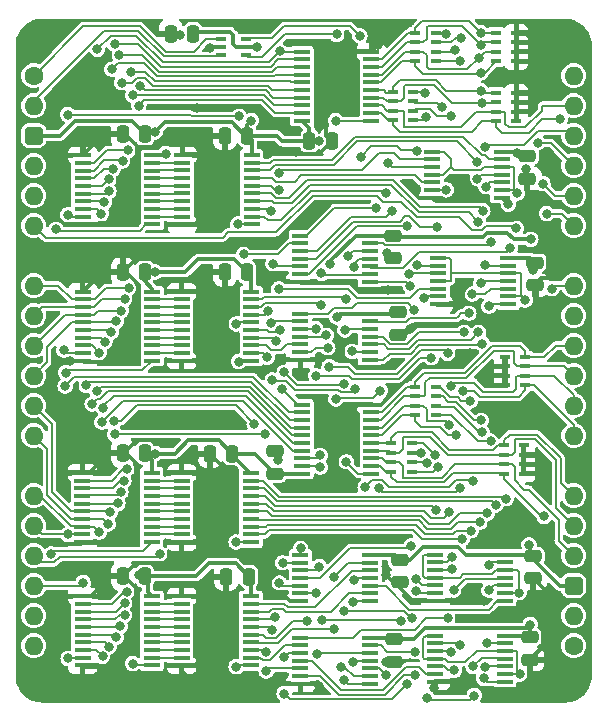
<source format=gtl>
%TF.GenerationSoftware,KiCad,Pcbnew,7.0.5*%
%TF.CreationDate,2024-02-09T10:12:16+02:00*%
%TF.ProjectId,GPIO 16bit,4750494f-2031-4366-9269-742e6b696361,V0*%
%TF.SameCoordinates,Original*%
%TF.FileFunction,Copper,L1,Top*%
%TF.FilePolarity,Positive*%
%FSLAX46Y46*%
G04 Gerber Fmt 4.6, Leading zero omitted, Abs format (unit mm)*
G04 Created by KiCad (PCBNEW 7.0.5) date 2024-02-09 10:12:16*
%MOMM*%
%LPD*%
G01*
G04 APERTURE LIST*
G04 Aperture macros list*
%AMRoundRect*
0 Rectangle with rounded corners*
0 $1 Rounding radius*
0 $2 $3 $4 $5 $6 $7 $8 $9 X,Y pos of 4 corners*
0 Add a 4 corners polygon primitive as box body*
4,1,4,$2,$3,$4,$5,$6,$7,$8,$9,$2,$3,0*
0 Add four circle primitives for the rounded corners*
1,1,$1+$1,$2,$3*
1,1,$1+$1,$4,$5*
1,1,$1+$1,$6,$7*
1,1,$1+$1,$8,$9*
0 Add four rect primitives between the rounded corners*
20,1,$1+$1,$2,$3,$4,$5,0*
20,1,$1+$1,$4,$5,$6,$7,0*
20,1,$1+$1,$6,$7,$8,$9,0*
20,1,$1+$1,$8,$9,$2,$3,0*%
G04 Aperture macros list end*
%TA.AperFunction,SMDPad,CuDef*%
%ADD10R,1.475000X0.450000*%
%TD*%
%TA.AperFunction,SMDPad,CuDef*%
%ADD11R,0.875000X0.450000*%
%TD*%
%TA.AperFunction,SMDPad,CuDef*%
%ADD12R,0.950000X0.450000*%
%TD*%
%TA.AperFunction,SMDPad,CuDef*%
%ADD13R,0.900000X0.450000*%
%TD*%
%TA.AperFunction,SMDPad,CuDef*%
%ADD14RoundRect,0.250000X-0.475000X0.250000X-0.475000X-0.250000X0.475000X-0.250000X0.475000X0.250000X0*%
%TD*%
%TA.AperFunction,SMDPad,CuDef*%
%ADD15RoundRect,0.250000X0.250000X0.475000X-0.250000X0.475000X-0.250000X-0.475000X0.250000X-0.475000X0*%
%TD*%
%TA.AperFunction,SMDPad,CuDef*%
%ADD16RoundRect,0.250000X-0.250000X-0.475000X0.250000X-0.475000X0.250000X0.475000X-0.250000X0.475000X0*%
%TD*%
%TA.AperFunction,SMDPad,CuDef*%
%ADD17RoundRect,0.250000X0.475000X-0.250000X0.475000X0.250000X-0.475000X0.250000X-0.475000X-0.250000X0*%
%TD*%
%TA.AperFunction,ComponentPad*%
%ADD18C,1.600000*%
%TD*%
%TA.AperFunction,ComponentPad*%
%ADD19O,1.600000X1.600000*%
%TD*%
%TA.AperFunction,ComponentPad*%
%ADD20RoundRect,0.400000X0.400000X0.400000X-0.400000X0.400000X-0.400000X-0.400000X0.400000X-0.400000X0*%
%TD*%
%TA.AperFunction,ComponentPad*%
%ADD21R,1.600000X1.600000*%
%TD*%
%TA.AperFunction,ComponentPad*%
%ADD22RoundRect,0.400000X-0.400000X-0.400000X0.400000X-0.400000X0.400000X0.400000X-0.400000X0.400000X0*%
%TD*%
%TA.AperFunction,ViaPad*%
%ADD23C,0.800000*%
%TD*%
%TA.AperFunction,Conductor*%
%ADD24C,0.380000*%
%TD*%
%TA.AperFunction,Conductor*%
%ADD25C,0.200000*%
%TD*%
G04 APERTURE END LIST*
D10*
%TO.P,IC21,1,1A*%
%TO.N,/Enable*%
X148302000Y-100748000D03*
%TO.P,IC21,2,1B*%
%TO.N,/OE0*%
X148302000Y-101398000D03*
%TO.P,IC21,3,1Y*%
%TO.N,Net-(IC21-1Y)*%
X148302000Y-102048000D03*
%TO.P,IC21,4,2A*%
%TO.N,/Enable*%
X148302000Y-102698000D03*
%TO.P,IC21,5,2B*%
%TO.N,/OE1*%
X148302000Y-103348000D03*
%TO.P,IC21,6,2Y*%
%TO.N,Net-(IC21-2Y)*%
X148302000Y-103998000D03*
%TO.P,IC21,7,GND*%
%TO.N,/GND*%
X148302000Y-104648000D03*
%TO.P,IC21,8,3Y*%
%TO.N,Net-(IC21-3Y)*%
X154178000Y-104648000D03*
%TO.P,IC21,9,3A*%
%TO.N,/Enable*%
X154178000Y-103998000D03*
%TO.P,IC21,10,3B*%
%TO.N,/OE2*%
X154178000Y-103348000D03*
%TO.P,IC21,11,4Y*%
%TO.N,Net-(IC21-4Y)*%
X154178000Y-102698000D03*
%TO.P,IC21,12,4A*%
%TO.N,/Enable*%
X154178000Y-102048000D03*
%TO.P,IC21,13,4B*%
%TO.N,/OE3*%
X154178000Y-101398000D03*
%TO.P,IC21,14,5V*%
%TO.N,/5V*%
X154178000Y-100748000D03*
%TD*%
D11*
%TO.P,IC17,1,1A*%
%TO.N,/Read GD _{0..7}*%
X130129000Y-50277000D03*
%TO.P,IC17,2,GND*%
%TO.N,/GND*%
X130129000Y-50927000D03*
%TO.P,IC17,3,2A*%
%TO.N,/Read GD _{8..15}*%
X130129000Y-51577000D03*
%TO.P,IC17,4,2Y*%
%TO.N,Net-(IC13-~{OE})*%
X132253000Y-51577000D03*
%TO.P,IC17,5,3V*%
%TO.N,/5V*%
X132253000Y-50927000D03*
%TO.P,IC17,6,1Y*%
%TO.N,Net-(IC17A-1Y)*%
X132253000Y-50277000D03*
%TD*%
D10*
%TO.P,IC16,1,~{OE}*%
%TO.N,/GND*%
X126873000Y-60071000D03*
%TO.P,IC16,2,D0*%
%TO.N,Net-(IC15-Q0)*%
X126873000Y-60721000D03*
%TO.P,IC16,3,D1*%
%TO.N,Net-(IC15-Q1)*%
X126873000Y-61371000D03*
%TO.P,IC16,4,D2*%
%TO.N,Net-(IC15-Q2)*%
X126873000Y-62021000D03*
%TO.P,IC16,5,D3*%
%TO.N,Net-(IC15-Q3)*%
X126873000Y-62671000D03*
%TO.P,IC16,6,D4*%
%TO.N,Net-(IC15-Q4)*%
X126873000Y-63321000D03*
%TO.P,IC16,7,D5*%
%TO.N,Net-(IC15-Q5)*%
X126873000Y-63971000D03*
%TO.P,IC16,8,D6*%
%TO.N,Net-(IC15-Q6)*%
X126873000Y-64621000D03*
%TO.P,IC16,9,D7*%
%TO.N,Net-(IC15-Q7)*%
X126873000Y-65271000D03*
%TO.P,IC16,10,GND*%
%TO.N,/GND*%
X126873000Y-65921000D03*
%TO.P,IC16,11,LE*%
%TO.N,/Write*%
X132749000Y-65921000D03*
%TO.P,IC16,12,Q7*%
%TO.N,/OE8*%
X132749000Y-65271000D03*
%TO.P,IC16,13,Q6*%
%TO.N,/OE9*%
X132749000Y-64621000D03*
%TO.P,IC16,14,Q5*%
%TO.N,/OE10*%
X132749000Y-63971000D03*
%TO.P,IC16,15,Q4*%
%TO.N,/OE11*%
X132749000Y-63321000D03*
%TO.P,IC16,16,Q3*%
%TO.N,/OE12*%
X132749000Y-62671000D03*
%TO.P,IC16,17,Q2*%
%TO.N,/OE13*%
X132749000Y-62021000D03*
%TO.P,IC16,18,Q1*%
%TO.N,/OE14*%
X132749000Y-61371000D03*
%TO.P,IC16,19,Q0*%
%TO.N,/OE15*%
X132749000Y-60721000D03*
%TO.P,IC16,20,5V*%
%TO.N,/5V*%
X132749000Y-60071000D03*
%TD*%
%TO.P,IC15,1,~{OE}*%
%TO.N,/GND*%
X118474000Y-60078000D03*
%TO.P,IC15,2,D0*%
%TO.N,/D7*%
X118474000Y-60728000D03*
%TO.P,IC15,3,D1*%
%TO.N,/D6*%
X118474000Y-61378000D03*
%TO.P,IC15,4,D2*%
%TO.N,/D5*%
X118474000Y-62028000D03*
%TO.P,IC15,5,D3*%
%TO.N,/D4*%
X118474000Y-62678000D03*
%TO.P,IC15,6,D4*%
%TO.N,/D3*%
X118474000Y-63328000D03*
%TO.P,IC15,7,D5*%
%TO.N,/D2*%
X118474000Y-63978000D03*
%TO.P,IC15,8,D6*%
%TO.N,/D1*%
X118474000Y-64628000D03*
%TO.P,IC15,9,D7*%
%TO.N,/D0*%
X118474000Y-65278000D03*
%TO.P,IC15,10,GND*%
%TO.N,/GND*%
X118474000Y-65928000D03*
%TO.P,IC15,11,LE*%
%TO.N,/Write OE _{8..15}*%
X124350000Y-65928000D03*
%TO.P,IC15,12,Q7*%
%TO.N,Net-(IC15-Q7)*%
X124350000Y-65278000D03*
%TO.P,IC15,13,Q6*%
%TO.N,Net-(IC15-Q6)*%
X124350000Y-64628000D03*
%TO.P,IC15,14,Q5*%
%TO.N,Net-(IC15-Q5)*%
X124350000Y-63978000D03*
%TO.P,IC15,15,Q4*%
%TO.N,Net-(IC15-Q4)*%
X124350000Y-63328000D03*
%TO.P,IC15,16,Q3*%
%TO.N,Net-(IC15-Q3)*%
X124350000Y-62678000D03*
%TO.P,IC15,17,Q2*%
%TO.N,Net-(IC15-Q2)*%
X124350000Y-62028000D03*
%TO.P,IC15,18,Q1*%
%TO.N,Net-(IC15-Q1)*%
X124350000Y-61378000D03*
%TO.P,IC15,19,Q0*%
%TO.N,Net-(IC15-Q0)*%
X124350000Y-60728000D03*
%TO.P,IC15,20,5V*%
%TO.N,/5V*%
X124350000Y-60078000D03*
%TD*%
%TO.P,IC13,1,~{OE}*%
%TO.N,Net-(IC13-~{OE})*%
X142892000Y-57154000D03*
%TO.P,IC13,2,D0*%
%TO.N,/GPIO15*%
X142892000Y-56504000D03*
%TO.P,IC13,3,D1*%
%TO.N,/GPIO14*%
X142892000Y-55854000D03*
%TO.P,IC13,4,D2*%
%TO.N,/GPIO13*%
X142892000Y-55204000D03*
%TO.P,IC13,5,D3*%
%TO.N,/GPIO12*%
X142892000Y-54554000D03*
%TO.P,IC13,6,D4*%
%TO.N,/GPIO11*%
X142892000Y-53904000D03*
%TO.P,IC13,7,D5*%
%TO.N,/GPIO10*%
X142892000Y-53254000D03*
%TO.P,IC13,8,D6*%
%TO.N,/GPIO9*%
X142892000Y-52604000D03*
%TO.P,IC13,9,D7*%
%TO.N,/GPIO8*%
X142892000Y-51954000D03*
%TO.P,IC13,10,GND*%
%TO.N,/GND*%
X142892000Y-51304000D03*
%TO.P,IC13,11,LE*%
%TO.N,/Read*%
X137016000Y-51304000D03*
%TO.P,IC13,12,Q7*%
%TO.N,/D0*%
X137016000Y-51954000D03*
%TO.P,IC13,13,Q6*%
%TO.N,/D1*%
X137016000Y-52604000D03*
%TO.P,IC13,14,Q5*%
%TO.N,/D2*%
X137016000Y-53254000D03*
%TO.P,IC13,15,Q4*%
%TO.N,/D3*%
X137016000Y-53904000D03*
%TO.P,IC13,16,Q3*%
%TO.N,/D4*%
X137016000Y-54554000D03*
%TO.P,IC13,17,Q2*%
%TO.N,/D5*%
X137016000Y-55204000D03*
%TO.P,IC13,18,Q1*%
%TO.N,/D6*%
X137016000Y-55854000D03*
%TO.P,IC13,19,Q0*%
%TO.N,/D7*%
X137016000Y-56504000D03*
%TO.P,IC13,20,5V*%
%TO.N,/5V*%
X137016000Y-57154000D03*
%TD*%
%TO.P,IC12,1,1A*%
%TO.N,/Enable*%
X148065000Y-59772000D03*
%TO.P,IC12,2,1B*%
%TO.N,/OE12*%
X148065000Y-60422000D03*
%TO.P,IC12,3,1Y*%
%TO.N,Net-(IC12-1Y)*%
X148065000Y-61072000D03*
%TO.P,IC12,4,2A*%
%TO.N,/Enable*%
X148065000Y-61722000D03*
%TO.P,IC12,5,2B*%
%TO.N,/OE13*%
X148065000Y-62372000D03*
%TO.P,IC12,6,2Y*%
%TO.N,Net-(IC12-2Y)*%
X148065000Y-63022000D03*
%TO.P,IC12,7,GND*%
%TO.N,/GND*%
X148065000Y-63672000D03*
%TO.P,IC12,8,3Y*%
%TO.N,Net-(IC12-3Y)*%
X153941000Y-63672000D03*
%TO.P,IC12,9,3A*%
%TO.N,/Enable*%
X153941000Y-63022000D03*
%TO.P,IC12,10,3B*%
%TO.N,/OE14*%
X153941000Y-62372000D03*
%TO.P,IC12,11,4Y*%
%TO.N,Net-(IC12-4Y)*%
X153941000Y-61722000D03*
%TO.P,IC12,12,4A*%
%TO.N,/Enable*%
X153941000Y-61072000D03*
%TO.P,IC12,13,4B*%
%TO.N,/OE15*%
X153941000Y-60422000D03*
%TO.P,IC12,14,5V*%
%TO.N,/5V*%
X153941000Y-59772000D03*
%TD*%
%TO.P,IC11,1,~{OE}*%
%TO.N,/GND*%
X126839000Y-71620000D03*
%TO.P,IC11,2,D0*%
%TO.N,Net-(IC10-Q0)*%
X126839000Y-72270000D03*
%TO.P,IC11,3,D1*%
%TO.N,Net-(IC10-Q1)*%
X126839000Y-72920000D03*
%TO.P,IC11,4,D2*%
%TO.N,Net-(IC10-Q2)*%
X126839000Y-73570000D03*
%TO.P,IC11,5,D3*%
%TO.N,Net-(IC10-Q3)*%
X126839000Y-74220000D03*
%TO.P,IC11,6,D4*%
%TO.N,Net-(IC10-Q4)*%
X126839000Y-74870000D03*
%TO.P,IC11,7,D5*%
%TO.N,Net-(IC10-Q5)*%
X126839000Y-75520000D03*
%TO.P,IC11,8,D6*%
%TO.N,Net-(IC10-Q6)*%
X126839000Y-76170000D03*
%TO.P,IC11,9,D7*%
%TO.N,Net-(IC10-Q7)*%
X126839000Y-76820000D03*
%TO.P,IC11,10,GND*%
%TO.N,/GND*%
X126839000Y-77470000D03*
%TO.P,IC11,11,LE*%
%TO.N,/Write*%
X132715000Y-77470000D03*
%TO.P,IC11,12,Q7*%
%TO.N,/GD8*%
X132715000Y-76820000D03*
%TO.P,IC11,13,Q6*%
%TO.N,/GD9*%
X132715000Y-76170000D03*
%TO.P,IC11,14,Q5*%
%TO.N,/GD10*%
X132715000Y-75520000D03*
%TO.P,IC11,15,Q4*%
%TO.N,/GD11*%
X132715000Y-74870000D03*
%TO.P,IC11,16,Q3*%
%TO.N,/GD12*%
X132715000Y-74220000D03*
%TO.P,IC11,17,Q2*%
%TO.N,/GD13*%
X132715000Y-73570000D03*
%TO.P,IC11,18,Q1*%
%TO.N,/GD14*%
X132715000Y-72920000D03*
%TO.P,IC11,19,Q0*%
%TO.N,/GD15*%
X132715000Y-72270000D03*
%TO.P,IC11,20,5V*%
%TO.N,/5V*%
X132715000Y-71620000D03*
%TD*%
%TO.P,IC10,1,~{OE}*%
%TO.N,/GND*%
X118457000Y-71620000D03*
%TO.P,IC10,2,D0*%
%TO.N,/D7*%
X118457000Y-72270000D03*
%TO.P,IC10,3,D1*%
%TO.N,/D6*%
X118457000Y-72920000D03*
%TO.P,IC10,4,D2*%
%TO.N,/D5*%
X118457000Y-73570000D03*
%TO.P,IC10,5,D3*%
%TO.N,/D4*%
X118457000Y-74220000D03*
%TO.P,IC10,6,D4*%
%TO.N,/D3*%
X118457000Y-74870000D03*
%TO.P,IC10,7,D5*%
%TO.N,/D2*%
X118457000Y-75520000D03*
%TO.P,IC10,8,D6*%
%TO.N,/D1*%
X118457000Y-76170000D03*
%TO.P,IC10,9,D7*%
%TO.N,/D0*%
X118457000Y-76820000D03*
%TO.P,IC10,10,GND*%
%TO.N,/GND*%
X118457000Y-77470000D03*
%TO.P,IC10,11,LE*%
%TO.N,/Write GD _{8..15}*%
X124333000Y-77470000D03*
%TO.P,IC10,12,Q7*%
%TO.N,Net-(IC10-Q7)*%
X124333000Y-76820000D03*
%TO.P,IC10,13,Q6*%
%TO.N,Net-(IC10-Q6)*%
X124333000Y-76170000D03*
%TO.P,IC10,14,Q5*%
%TO.N,Net-(IC10-Q5)*%
X124333000Y-75520000D03*
%TO.P,IC10,15,Q4*%
%TO.N,Net-(IC10-Q4)*%
X124333000Y-74870000D03*
%TO.P,IC10,16,Q3*%
%TO.N,Net-(IC10-Q3)*%
X124333000Y-74220000D03*
%TO.P,IC10,17,Q2*%
%TO.N,Net-(IC10-Q2)*%
X124333000Y-73570000D03*
%TO.P,IC10,18,Q1*%
%TO.N,Net-(IC10-Q1)*%
X124333000Y-72920000D03*
%TO.P,IC10,19,Q0*%
%TO.N,Net-(IC10-Q0)*%
X124333000Y-72270000D03*
%TO.P,IC10,20,5V*%
%TO.N,/5V*%
X124333000Y-71620000D03*
%TD*%
%TO.P,IC8,1,~{OE}*%
%TO.N,/GND*%
X126822000Y-86991000D03*
%TO.P,IC8,2,D0*%
%TO.N,Net-(IC5-Q0)*%
X126822000Y-87641000D03*
%TO.P,IC8,3,D1*%
%TO.N,Net-(IC5-Q1)*%
X126822000Y-88291000D03*
%TO.P,IC8,4,D2*%
%TO.N,Net-(IC5-Q2)*%
X126822000Y-88941000D03*
%TO.P,IC8,5,D3*%
%TO.N,Net-(IC5-Q3)*%
X126822000Y-89591000D03*
%TO.P,IC8,6,D4*%
%TO.N,Net-(IC5-Q4)*%
X126822000Y-90241000D03*
%TO.P,IC8,7,D5*%
%TO.N,Net-(IC5-Q5)*%
X126822000Y-90891000D03*
%TO.P,IC8,8,D6*%
%TO.N,Net-(IC5-Q6)*%
X126822000Y-91541000D03*
%TO.P,IC8,9,D7*%
%TO.N,Net-(IC5-Q7)*%
X126822000Y-92191000D03*
%TO.P,IC8,10,GND*%
%TO.N,/GND*%
X126822000Y-92841000D03*
%TO.P,IC8,11,LE*%
%TO.N,/Write*%
X132698000Y-92841000D03*
%TO.P,IC8,12,Q7*%
%TO.N,/OE0*%
X132698000Y-92191000D03*
%TO.P,IC8,13,Q6*%
%TO.N,/OE1*%
X132698000Y-91541000D03*
%TO.P,IC8,14,Q5*%
%TO.N,/OE2*%
X132698000Y-90891000D03*
%TO.P,IC8,15,Q4*%
%TO.N,/OE3*%
X132698000Y-90241000D03*
%TO.P,IC8,16,Q3*%
%TO.N,/OE4*%
X132698000Y-89591000D03*
%TO.P,IC8,17,Q2*%
%TO.N,/OE5*%
X132698000Y-88941000D03*
%TO.P,IC8,18,Q1*%
%TO.N,/OE6*%
X132698000Y-88291000D03*
%TO.P,IC8,19,Q0*%
%TO.N,/OE7*%
X132698000Y-87641000D03*
%TO.P,IC8,20,5V*%
%TO.N,/5V*%
X132698000Y-86991000D03*
%TD*%
%TO.P,IC7,1,~{OE}*%
%TO.N,/GND*%
X126822000Y-97416000D03*
%TO.P,IC7,2,D0*%
%TO.N,Net-(IC1-Q0)*%
X126822000Y-98066000D03*
%TO.P,IC7,3,D1*%
%TO.N,Net-(IC1-Q1)*%
X126822000Y-98716000D03*
%TO.P,IC7,4,D2*%
%TO.N,Net-(IC1-Q2)*%
X126822000Y-99366000D03*
%TO.P,IC7,5,D3*%
%TO.N,Net-(IC1-Q3)*%
X126822000Y-100016000D03*
%TO.P,IC7,6,D4*%
%TO.N,Net-(IC1-Q4)*%
X126822000Y-100666000D03*
%TO.P,IC7,7,D5*%
%TO.N,Net-(IC1-Q5)*%
X126822000Y-101316000D03*
%TO.P,IC7,8,D6*%
%TO.N,Net-(IC1-Q6)*%
X126822000Y-101966000D03*
%TO.P,IC7,9,D7*%
%TO.N,Net-(IC1-Q7)*%
X126822000Y-102616000D03*
%TO.P,IC7,10,GND*%
%TO.N,/GND*%
X126822000Y-103266000D03*
%TO.P,IC7,11,LE*%
%TO.N,/Write*%
X132698000Y-103266000D03*
%TO.P,IC7,12,Q7*%
%TO.N,/GD0*%
X132698000Y-102616000D03*
%TO.P,IC7,13,Q6*%
%TO.N,/GD1*%
X132698000Y-101966000D03*
%TO.P,IC7,14,Q5*%
%TO.N,/GD2*%
X132698000Y-101316000D03*
%TO.P,IC7,15,Q4*%
%TO.N,/GD3*%
X132698000Y-100666000D03*
%TO.P,IC7,16,Q3*%
%TO.N,/GD4*%
X132698000Y-100016000D03*
%TO.P,IC7,17,Q2*%
%TO.N,/GD5*%
X132698000Y-99366000D03*
%TO.P,IC7,18,Q1*%
%TO.N,/GD6*%
X132698000Y-98716000D03*
%TO.P,IC7,19,Q0*%
%TO.N,/GD7*%
X132698000Y-98066000D03*
%TO.P,IC7,20,5V*%
%TO.N,/5V*%
X132698000Y-97416000D03*
%TD*%
%TO.P,IC6,1,1A*%
%TO.N,/Enable*%
X148573000Y-68789000D03*
%TO.P,IC6,2,1B*%
%TO.N,/OE8*%
X148573000Y-69439000D03*
%TO.P,IC6,3,1Y*%
%TO.N,Net-(IC14-1~{OE})*%
X148573000Y-70089000D03*
%TO.P,IC6,4,2A*%
%TO.N,/Enable*%
X148573000Y-70739000D03*
%TO.P,IC6,5,2B*%
%TO.N,/OE9*%
X148573000Y-71389000D03*
%TO.P,IC6,6,2Y*%
%TO.N,Net-(IC14-2~{OE})*%
X148573000Y-72039000D03*
%TO.P,IC6,7,GND*%
%TO.N,/GND*%
X148573000Y-72689000D03*
%TO.P,IC6,8,3Y*%
%TO.N,Net-(IC14-3~{OE})*%
X154449000Y-72689000D03*
%TO.P,IC6,9,3A*%
%TO.N,/Enable*%
X154449000Y-72039000D03*
%TO.P,IC6,10,3B*%
%TO.N,/OE10*%
X154449000Y-71389000D03*
%TO.P,IC6,11,4Y*%
%TO.N,Net-(IC14-4~{OE})*%
X154449000Y-70739000D03*
%TO.P,IC6,12,4A*%
%TO.N,/Enable*%
X154449000Y-70089000D03*
%TO.P,IC6,13,4B*%
%TO.N,/OE11*%
X154449000Y-69439000D03*
%TO.P,IC6,14,5V*%
%TO.N,/5V*%
X154449000Y-68789000D03*
%TD*%
%TO.P,IC5,1,~{OE}*%
%TO.N,/GND*%
X118423000Y-86980000D03*
%TO.P,IC5,2,D0*%
%TO.N,/D7*%
X118423000Y-87630000D03*
%TO.P,IC5,3,D1*%
%TO.N,/D6*%
X118423000Y-88280000D03*
%TO.P,IC5,4,D2*%
%TO.N,/D5*%
X118423000Y-88930000D03*
%TO.P,IC5,5,D3*%
%TO.N,/D4*%
X118423000Y-89580000D03*
%TO.P,IC5,6,D4*%
%TO.N,/D3*%
X118423000Y-90230000D03*
%TO.P,IC5,7,D5*%
%TO.N,/D2*%
X118423000Y-90880000D03*
%TO.P,IC5,8,D6*%
%TO.N,/D1*%
X118423000Y-91530000D03*
%TO.P,IC5,9,D7*%
%TO.N,/D0*%
X118423000Y-92180000D03*
%TO.P,IC5,10,GND*%
%TO.N,/GND*%
X118423000Y-92830000D03*
%TO.P,IC5,11,LE*%
%TO.N,/Write OE _{0..7}*%
X124299000Y-92830000D03*
%TO.P,IC5,12,Q7*%
%TO.N,Net-(IC5-Q7)*%
X124299000Y-92180000D03*
%TO.P,IC5,13,Q6*%
%TO.N,Net-(IC5-Q6)*%
X124299000Y-91530000D03*
%TO.P,IC5,14,Q5*%
%TO.N,Net-(IC5-Q5)*%
X124299000Y-90880000D03*
%TO.P,IC5,15,Q4*%
%TO.N,Net-(IC5-Q4)*%
X124299000Y-90230000D03*
%TO.P,IC5,16,Q3*%
%TO.N,Net-(IC5-Q3)*%
X124299000Y-89580000D03*
%TO.P,IC5,17,Q2*%
%TO.N,Net-(IC5-Q2)*%
X124299000Y-88930000D03*
%TO.P,IC5,18,Q1*%
%TO.N,Net-(IC5-Q1)*%
X124299000Y-88280000D03*
%TO.P,IC5,19,Q0*%
%TO.N,Net-(IC5-Q0)*%
X124299000Y-87630000D03*
%TO.P,IC5,20,5V*%
%TO.N,/5V*%
X124299000Y-86980000D03*
%TD*%
%TO.P,IC3,1,1A*%
%TO.N,/Enable*%
X148309500Y-93890000D03*
%TO.P,IC3,2,1B*%
%TO.N,/OE4*%
X148309500Y-94540000D03*
%TO.P,IC3,3,1Y*%
%TO.N,Net-(IC3-1Y)*%
X148309500Y-95190000D03*
%TO.P,IC3,4,2A*%
%TO.N,/Enable*%
X148309500Y-95840000D03*
%TO.P,IC3,5,2B*%
%TO.N,/OE5*%
X148309500Y-96490000D03*
%TO.P,IC3,6,2Y*%
%TO.N,Net-(IC3-2Y)*%
X148309500Y-97140000D03*
%TO.P,IC3,7,GND*%
%TO.N,/GND*%
X148309500Y-97790000D03*
%TO.P,IC3,8,3Y*%
%TO.N,Net-(IC3-3Y)*%
X154185500Y-97790000D03*
%TO.P,IC3,9,3A*%
%TO.N,/Enable*%
X154185500Y-97140000D03*
%TO.P,IC3,10,3B*%
%TO.N,/OE6*%
X154185500Y-96490000D03*
%TO.P,IC3,11,4Y*%
%TO.N,Net-(IC3-4Y)*%
X154185500Y-95840000D03*
%TO.P,IC3,12,4A*%
%TO.N,/Enable*%
X154185500Y-95190000D03*
%TO.P,IC3,13,4B*%
%TO.N,/OE7*%
X154185500Y-94540000D03*
%TO.P,IC3,14,5V*%
%TO.N,/5V*%
X154185500Y-93890000D03*
%TD*%
%TO.P,IC2,1,~{OE}*%
%TO.N,Net-(IC17A-1Y)*%
X142892000Y-87040000D03*
%TO.P,IC2,2,D0*%
%TO.N,/GPIO0*%
X142892000Y-86390000D03*
%TO.P,IC2,3,D1*%
%TO.N,/GPIO1*%
X142892000Y-85740000D03*
%TO.P,IC2,4,D2*%
%TO.N,/GPIO2*%
X142892000Y-85090000D03*
%TO.P,IC2,5,D3*%
%TO.N,/GPIO3*%
X142892000Y-84440000D03*
%TO.P,IC2,6,D4*%
%TO.N,/GPIO4*%
X142892000Y-83790000D03*
%TO.P,IC2,7,D5*%
%TO.N,/GPIO5*%
X142892000Y-83140000D03*
%TO.P,IC2,8,D6*%
%TO.N,/GPIO6*%
X142892000Y-82490000D03*
%TO.P,IC2,9,D7*%
%TO.N,/GPIO7*%
X142892000Y-81840000D03*
%TO.P,IC2,10,GND*%
%TO.N,/GND*%
X142892000Y-81190000D03*
%TO.P,IC2,11,LE*%
%TO.N,/Read*%
X137016000Y-81190000D03*
%TO.P,IC2,12,Q7*%
%TO.N,/D0*%
X137016000Y-81840000D03*
%TO.P,IC2,13,Q6*%
%TO.N,/D1*%
X137016000Y-82490000D03*
%TO.P,IC2,14,Q5*%
%TO.N,/D2*%
X137016000Y-83140000D03*
%TO.P,IC2,15,Q4*%
%TO.N,/D3*%
X137016000Y-83790000D03*
%TO.P,IC2,16,Q3*%
%TO.N,/D4*%
X137016000Y-84440000D03*
%TO.P,IC2,17,Q2*%
%TO.N,/D5*%
X137016000Y-85090000D03*
%TO.P,IC2,18,Q1*%
%TO.N,/D6*%
X137016000Y-85740000D03*
%TO.P,IC2,19,Q0*%
%TO.N,/D7*%
X137016000Y-86390000D03*
%TO.P,IC2,20,5V*%
%TO.N,/5V*%
X137016000Y-87040000D03*
%TD*%
%TO.P,IC1,1,~{OE}*%
%TO.N,/GND*%
X118440000Y-97416000D03*
%TO.P,IC1,2,D0*%
%TO.N,/D7*%
X118440000Y-98066000D03*
%TO.P,IC1,3,D1*%
%TO.N,/D6*%
X118440000Y-98716000D03*
%TO.P,IC1,4,D2*%
%TO.N,/D5*%
X118440000Y-99366000D03*
%TO.P,IC1,5,D3*%
%TO.N,/D4*%
X118440000Y-100016000D03*
%TO.P,IC1,6,D4*%
%TO.N,/D3*%
X118440000Y-100666000D03*
%TO.P,IC1,7,D5*%
%TO.N,/D2*%
X118440000Y-101316000D03*
%TO.P,IC1,8,D6*%
%TO.N,/D1*%
X118440000Y-101966000D03*
%TO.P,IC1,9,D7*%
%TO.N,/D0*%
X118440000Y-102616000D03*
%TO.P,IC1,10,GND*%
%TO.N,/GND*%
X118440000Y-103266000D03*
%TO.P,IC1,11,LE*%
%TO.N,/Write GD _{0..7}*%
X124316000Y-103266000D03*
%TO.P,IC1,12,Q7*%
%TO.N,Net-(IC1-Q7)*%
X124316000Y-102616000D03*
%TO.P,IC1,13,Q6*%
%TO.N,Net-(IC1-Q6)*%
X124316000Y-101966000D03*
%TO.P,IC1,14,Q5*%
%TO.N,Net-(IC1-Q5)*%
X124316000Y-101316000D03*
%TO.P,IC1,15,Q4*%
%TO.N,Net-(IC1-Q4)*%
X124316000Y-100666000D03*
%TO.P,IC1,16,Q3*%
%TO.N,Net-(IC1-Q3)*%
X124316000Y-100016000D03*
%TO.P,IC1,17,Q2*%
%TO.N,Net-(IC1-Q2)*%
X124316000Y-99366000D03*
%TO.P,IC1,18,Q1*%
%TO.N,Net-(IC1-Q1)*%
X124316000Y-98716000D03*
%TO.P,IC1,19,Q0*%
%TO.N,Net-(IC1-Q0)*%
X124316000Y-98066000D03*
%TO.P,IC1,20,5V*%
%TO.N,/5V*%
X124316000Y-97416000D03*
%TD*%
D12*
%TO.P,CN4,1,1*%
%TO.N,/GPIO4*%
X155917000Y-79559000D03*
%TO.P,CN4,2,2*%
%TO.N,/GPIO5*%
X155917000Y-78759000D03*
%TO.P,CN4,3,3*%
%TO.N,/GPIO6*%
X155917000Y-77959000D03*
%TO.P,CN4,4,4*%
%TO.N,/GPIO7*%
X155917000Y-77159000D03*
%TO.P,CN4,5,5*%
%TO.N,/GND*%
X154217000Y-77159000D03*
%TO.P,CN4,6,6*%
X154217000Y-77959000D03*
%TO.P,CN4,7,7*%
X154217000Y-78759000D03*
%TO.P,CN4,8,8*%
X154217000Y-79559000D03*
%TD*%
%TO.P,CN3,1,1*%
%TO.N,/GPIO3*%
X154090000Y-84652000D03*
%TO.P,CN3,2,2*%
%TO.N,/GPIO2*%
X154090000Y-85452000D03*
%TO.P,CN3,3,3*%
%TO.N,/GPIO1*%
X154090000Y-86252000D03*
%TO.P,CN3,4,4*%
%TO.N,/GPIO0*%
X154090000Y-87052000D03*
%TO.P,CN3,5,5*%
%TO.N,/GND*%
X155790000Y-87052000D03*
%TO.P,CN3,6,6*%
X155790000Y-86252000D03*
%TO.P,CN3,7,7*%
X155790000Y-85452000D03*
%TO.P,CN3,8,8*%
X155790000Y-84652000D03*
%TD*%
%TO.P,CN2,1,1*%
%TO.N,/GPIO8*%
X153455000Y-49727000D03*
%TO.P,CN2,2,2*%
%TO.N,/GPIO9*%
X153455000Y-50527000D03*
%TO.P,CN2,3,3*%
%TO.N,/GPIO10*%
X153455000Y-51327000D03*
%TO.P,CN2,4,4*%
%TO.N,/GPIO11*%
X153455000Y-52127000D03*
%TO.P,CN2,5,5*%
%TO.N,/GND*%
X155155000Y-52127000D03*
%TO.P,CN2,6,6*%
X155155000Y-51327000D03*
%TO.P,CN2,7,7*%
X155155000Y-50527000D03*
%TO.P,CN2,8,8*%
X155155000Y-49727000D03*
%TD*%
%TO.P,CN1,1,1*%
%TO.N,/GPIO12*%
X153455000Y-54807000D03*
%TO.P,CN1,2,2*%
%TO.N,/GPIO13*%
X153455000Y-55607000D03*
%TO.P,CN1,3,3*%
%TO.N,/GPIO14*%
X153455000Y-56407000D03*
%TO.P,CN1,4,4*%
%TO.N,/GPIO15*%
X153455000Y-57207000D03*
%TO.P,CN1,5,5*%
%TO.N,/GND*%
X155155000Y-57207000D03*
%TO.P,CN1,6,6*%
X155155000Y-56407000D03*
%TO.P,CN1,7,7*%
X155155000Y-55607000D03*
%TO.P,CN1,8,8*%
X155155000Y-54807000D03*
%TD*%
D13*
%TO.P,RN3,1,R1*%
%TO.N,Net-(IC14-4Y)*%
X148326000Y-52127000D03*
%TO.P,RN3,2,R2*%
%TO.N,Net-(IC14-3Y)*%
X148326000Y-51327000D03*
%TO.P,RN3,3,R3*%
%TO.N,Net-(IC14-2Y)*%
X148326000Y-50527000D03*
%TO.P,RN3,4,R4*%
%TO.N,Net-(IC14-1Y)*%
X148326000Y-49727000D03*
%TO.P,RN3,5,R4*%
%TO.N,/GPIO8*%
X146626000Y-49727000D03*
%TO.P,RN3,6,R3*%
%TO.N,/GPIO9*%
X146626000Y-50527000D03*
%TO.P,RN3,7,R2*%
%TO.N,/GPIO10*%
X146626000Y-51327000D03*
%TO.P,RN3,8,R1*%
%TO.N,/GPIO11*%
X146626000Y-52127000D03*
%TD*%
D10*
%TO.P,IC14,1,1~{OE}*%
%TO.N,Net-(IC14-1~{OE})*%
X136872000Y-73503000D03*
%TO.P,IC14,2,1A*%
%TO.N,/GD8*%
X136872000Y-74153000D03*
%TO.P,IC14,3,1Y*%
%TO.N,Net-(IC14-1Y)*%
X136872000Y-74803000D03*
%TO.P,IC14,4,2~{OE}*%
%TO.N,Net-(IC14-2~{OE})*%
X136872000Y-75453000D03*
%TO.P,IC14,5,2A*%
%TO.N,/GD9*%
X136872000Y-76103000D03*
%TO.P,IC14,6,2Y*%
%TO.N,Net-(IC14-2Y)*%
X136872000Y-76753000D03*
%TO.P,IC14,7,GND*%
%TO.N,/GND*%
X136872000Y-77403000D03*
%TO.P,IC14,8,3Y*%
%TO.N,Net-(IC14-3Y)*%
X142748000Y-77403000D03*
%TO.P,IC14,9,3A*%
%TO.N,/GD10*%
X142748000Y-76753000D03*
%TO.P,IC14,10,3~{OE}*%
%TO.N,Net-(IC14-3~{OE})*%
X142748000Y-76103000D03*
%TO.P,IC14,11,4Y*%
%TO.N,Net-(IC14-4Y)*%
X142748000Y-75453000D03*
%TO.P,IC14,12,4A*%
%TO.N,/GD11*%
X142748000Y-74803000D03*
%TO.P,IC14,13,4~{OE}*%
%TO.N,Net-(IC14-4~{OE})*%
X142748000Y-74153000D03*
%TO.P,IC14,14,VCC*%
%TO.N,/5V*%
X142748000Y-73503000D03*
%TD*%
D14*
%TO.P,C19,1*%
%TO.N,/5V*%
X156718000Y-69170000D03*
%TO.P,C19,2*%
%TO.N,/GND*%
X156718000Y-71070000D03*
%TD*%
D10*
%TO.P,IC9,1,1~{OE}*%
%TO.N,Net-(IC3-1Y)*%
X136889000Y-93935000D03*
%TO.P,IC9,2,1A*%
%TO.N,/GD4*%
X136889000Y-94585000D03*
%TO.P,IC9,3,1Y*%
%TO.N,Net-(IC9-1Y)*%
X136889000Y-95235000D03*
%TO.P,IC9,4,2~{OE}*%
%TO.N,Net-(IC3-2Y)*%
X136889000Y-95885000D03*
%TO.P,IC9,5,2A*%
%TO.N,/GD5*%
X136889000Y-96535000D03*
%TO.P,IC9,6,2Y*%
%TO.N,Net-(IC9-2Y)*%
X136889000Y-97185000D03*
%TO.P,IC9,7,GND*%
%TO.N,/GND*%
X136889000Y-97835000D03*
%TO.P,IC9,8,3Y*%
%TO.N,Net-(IC9-3Y)*%
X142765000Y-97835000D03*
%TO.P,IC9,9,3A*%
%TO.N,/GD6*%
X142765000Y-97185000D03*
%TO.P,IC9,10,3~{OE}*%
%TO.N,Net-(IC3-3Y)*%
X142765000Y-96535000D03*
%TO.P,IC9,11,4Y*%
%TO.N,Net-(IC9-4Y)*%
X142765000Y-95885000D03*
%TO.P,IC9,12,4A*%
%TO.N,/GD7*%
X142765000Y-95235000D03*
%TO.P,IC9,13,4~{OE}*%
%TO.N,Net-(IC3-4Y)*%
X142765000Y-94585000D03*
%TO.P,IC9,14,VCC*%
%TO.N,/5V*%
X142765000Y-93935000D03*
%TD*%
D14*
%TO.P,C10,1*%
%TO.N,/5V*%
X145288000Y-94331000D03*
%TO.P,C10,2*%
%TO.N,/GND*%
X145288000Y-96231000D03*
%TD*%
D10*
%TO.P,IC4,1,1~{OE}*%
%TO.N,Net-(IC21-1Y)*%
X136889000Y-100920000D03*
%TO.P,IC4,2,1A*%
%TO.N,/GD0*%
X136889000Y-101570000D03*
%TO.P,IC4,3,1Y*%
%TO.N,Net-(IC4-1Y)*%
X136889000Y-102220000D03*
%TO.P,IC4,4,2~{OE}*%
%TO.N,Net-(IC21-2Y)*%
X136889000Y-102870000D03*
%TO.P,IC4,5,2A*%
%TO.N,/GD1*%
X136889000Y-103520000D03*
%TO.P,IC4,6,2Y*%
%TO.N,Net-(IC4-2Y)*%
X136889000Y-104170000D03*
%TO.P,IC4,7,GND*%
%TO.N,/GND*%
X136889000Y-104820000D03*
%TO.P,IC4,8,3Y*%
%TO.N,Net-(IC4-3Y)*%
X142765000Y-104820000D03*
%TO.P,IC4,9,3A*%
%TO.N,/GD2*%
X142765000Y-104170000D03*
%TO.P,IC4,10,3~{OE}*%
%TO.N,Net-(IC21-3Y)*%
X142765000Y-103520000D03*
%TO.P,IC4,11,4Y*%
%TO.N,Net-(IC4-4Y)*%
X142765000Y-102870000D03*
%TO.P,IC4,12,4A*%
%TO.N,/GD3*%
X142765000Y-102220000D03*
%TO.P,IC4,13,4~{OE}*%
%TO.N,Net-(IC21-4Y)*%
X142765000Y-101570000D03*
%TO.P,IC4,14,VCC*%
%TO.N,/5V*%
X142765000Y-100920000D03*
%TD*%
D15*
%TO.P,C6,1*%
%TO.N,/5V*%
X132379000Y-58420000D03*
%TO.P,C6,2*%
%TO.N,/GND*%
X130479000Y-58420000D03*
%TD*%
D14*
%TO.P,C15,1*%
%TO.N,/5V*%
X156320000Y-100890000D03*
%TO.P,C15,2*%
%TO.N,/GND*%
X156320000Y-102790000D03*
%TD*%
%TO.P,C1,1*%
%TO.N,/5V*%
X156083000Y-60153000D03*
%TO.P,C1,2*%
%TO.N,/GND*%
X156083000Y-62053000D03*
%TD*%
D15*
%TO.P,C17,1*%
%TO.N,/5V*%
X123726000Y-95709000D03*
%TO.P,C17,2*%
%TO.N,/GND*%
X121826000Y-95709000D03*
%TD*%
D13*
%TO.P,RN4,1,R1*%
%TO.N,Net-(IC18-4Y)*%
X146438000Y-57117000D03*
%TO.P,RN4,2,R2*%
%TO.N,Net-(IC18-3Y)*%
X146438000Y-56317000D03*
%TO.P,RN4,3,R3*%
%TO.N,Net-(IC18-2Y)*%
X146438000Y-55517000D03*
%TO.P,RN4,4,R4*%
%TO.N,Net-(IC18-1Y)*%
X146438000Y-54717000D03*
%TO.P,RN4,5,R4*%
%TO.N,/GPIO12*%
X144738000Y-54717000D03*
%TO.P,RN4,6,R3*%
%TO.N,/GPIO13*%
X144738000Y-55517000D03*
%TO.P,RN4,7,R2*%
%TO.N,/GPIO14*%
X144738000Y-56317000D03*
%TO.P,RN4,8,R1*%
%TO.N,/GPIO15*%
X144738000Y-57117000D03*
%TD*%
D14*
%TO.P,C2,1*%
%TO.N,/5V*%
X145161000Y-73376000D03*
%TO.P,C2,2*%
%TO.N,/GND*%
X145161000Y-75276000D03*
%TD*%
D16*
%TO.P,C7,1*%
%TO.N,/5V*%
X137640000Y-58902000D03*
%TO.P,C7,2*%
%TO.N,/GND*%
X139540000Y-58902000D03*
%TD*%
D14*
%TO.P,C18,1*%
%TO.N,/5V*%
X144763000Y-66899000D03*
%TO.P,C18,2*%
%TO.N,/GND*%
X144763000Y-68799000D03*
%TD*%
%TO.P,C20,1*%
%TO.N,/5V*%
X144780000Y-101047000D03*
%TO.P,C20,2*%
%TO.N,/GND*%
X144780000Y-102947000D03*
%TD*%
D15*
%TO.P,C9,1*%
%TO.N,/5V*%
X123743000Y-58293000D03*
%TO.P,C9,2*%
%TO.N,/GND*%
X121843000Y-58293000D03*
%TD*%
D13*
%TO.P,RN1,1,R1*%
%TO.N,Net-(IC9-4Y)*%
X146294000Y-86861000D03*
%TO.P,RN1,2,R2*%
%TO.N,Net-(IC9-3Y)*%
X146294000Y-86061000D03*
%TO.P,RN1,3,R3*%
%TO.N,Net-(IC9-2Y)*%
X146294000Y-85261000D03*
%TO.P,RN1,4,R4*%
%TO.N,Net-(IC9-1Y)*%
X146294000Y-84461000D03*
%TO.P,RN1,5,R4*%
%TO.N,/GPIO3*%
X144594000Y-84461000D03*
%TO.P,RN1,6,R3*%
%TO.N,/GPIO2*%
X144594000Y-85261000D03*
%TO.P,RN1,7,R2*%
%TO.N,/GPIO1*%
X144594000Y-86061000D03*
%TO.P,RN1,8,R1*%
%TO.N,/GPIO0*%
X144594000Y-86861000D03*
%TD*%
D15*
%TO.P,C8,1*%
%TO.N,/5V*%
X132379000Y-69977000D03*
%TO.P,C8,2*%
%TO.N,/GND*%
X130479000Y-69977000D03*
%TD*%
D13*
%TO.P,RN2,1,R1*%
%TO.N,Net-(IC4-4Y)*%
X148326000Y-82099000D03*
%TO.P,RN2,2,R2*%
%TO.N,Net-(IC4-3Y)*%
X148326000Y-81299000D03*
%TO.P,RN2,3,R3*%
%TO.N,Net-(IC4-2Y)*%
X148326000Y-80499000D03*
%TO.P,RN2,4,R4*%
%TO.N,Net-(IC4-1Y)*%
X148326000Y-79699000D03*
%TO.P,RN2,5,R4*%
%TO.N,/GPIO7*%
X146626000Y-79699000D03*
%TO.P,RN2,6,R3*%
%TO.N,/GPIO6*%
X146626000Y-80499000D03*
%TO.P,RN2,7,R2*%
%TO.N,/GPIO5*%
X146626000Y-81299000D03*
%TO.P,RN2,8,R1*%
%TO.N,/GPIO4*%
X146626000Y-82099000D03*
%TD*%
D10*
%TO.P,IC18,1,1~{OE}*%
%TO.N,Net-(IC12-1Y)*%
X136872000Y-66899000D03*
%TO.P,IC18,2,1A*%
%TO.N,/GD12*%
X136872000Y-67549000D03*
%TO.P,IC18,3,1Y*%
%TO.N,Net-(IC18-1Y)*%
X136872000Y-68199000D03*
%TO.P,IC18,4,2~{OE}*%
%TO.N,Net-(IC12-2Y)*%
X136872000Y-68849000D03*
%TO.P,IC18,5,2A*%
%TO.N,/GD13*%
X136872000Y-69499000D03*
%TO.P,IC18,6,2Y*%
%TO.N,Net-(IC18-2Y)*%
X136872000Y-70149000D03*
%TO.P,IC18,7,GND*%
%TO.N,/GND*%
X136872000Y-70799000D03*
%TO.P,IC18,8,3Y*%
%TO.N,Net-(IC18-3Y)*%
X142748000Y-70799000D03*
%TO.P,IC18,9,3A*%
%TO.N,/GD14*%
X142748000Y-70149000D03*
%TO.P,IC18,10,3~{OE}*%
%TO.N,Net-(IC12-3Y)*%
X142748000Y-69499000D03*
%TO.P,IC18,11,4Y*%
%TO.N,Net-(IC18-4Y)*%
X142748000Y-68849000D03*
%TO.P,IC18,12,4A*%
%TO.N,/GD15*%
X142748000Y-68199000D03*
%TO.P,IC18,13,4~{OE}*%
%TO.N,Net-(IC12-4Y)*%
X142748000Y-67549000D03*
%TO.P,IC18,14,VCC*%
%TO.N,/5V*%
X142748000Y-66899000D03*
%TD*%
D15*
%TO.P,C5,1*%
%TO.N,/5V*%
X127807000Y-49784000D03*
%TO.P,C5,2*%
%TO.N,/GND*%
X125907000Y-49784000D03*
%TD*%
%TO.P,C3,1*%
%TO.N,/5V*%
X123726000Y-69973000D03*
%TO.P,C3,2*%
%TO.N,/GND*%
X121826000Y-69973000D03*
%TD*%
D14*
%TO.P,C12,1*%
%TO.N,/5V*%
X156581500Y-94017000D03*
%TO.P,C12,2*%
%TO.N,/GND*%
X156581500Y-95917000D03*
%TD*%
D15*
%TO.P,C11,1*%
%TO.N,/5V*%
X123726000Y-85295000D03*
%TO.P,C11,2*%
%TO.N,/GND*%
X121826000Y-85295000D03*
%TD*%
D17*
%TO.P,C14,1*%
%TO.N,/5V*%
X134747000Y-87040000D03*
%TO.P,C14,2*%
%TO.N,/GND*%
X134747000Y-85140000D03*
%TD*%
D15*
%TO.P,C16,1*%
%TO.N,/5V*%
X132506000Y-95758000D03*
%TO.P,C16,2*%
%TO.N,/GND*%
X130606000Y-95758000D03*
%TD*%
%TO.P,C4,1*%
%TO.N,/5V*%
X131109000Y-85344000D03*
%TO.P,C4,2*%
%TO.N,/GND*%
X129209000Y-85344000D03*
%TD*%
D18*
%TO.P,J2,1,Pin_1*%
%TO.N,/Read GD _{0..7}*%
X114300000Y-53340000D03*
D19*
%TO.P,J2,2,Pin_2*%
%TO.N,/Read GD _{8..15}*%
X114300000Y-55880000D03*
D20*
%TO.P,J2,3,Pin_3*%
%TO.N,/5V*%
X114300000Y-58420000D03*
D19*
%TO.P,J2,4,Pin_4*%
%TO.N,/Read*%
X114300000Y-60960000D03*
%TO.P,J2,5,Pin_5*%
%TO.N,/Write*%
X114300000Y-63500000D03*
%TO.P,J2,6,Pin_6*%
%TO.N,/Enable*%
X114300000Y-66040000D03*
D21*
%TO.P,J2,7,Pin_7*%
%TO.N,/GND*%
X114300000Y-68580000D03*
D19*
%TO.P,J2,8,Pin_8*%
%TO.N,/D7*%
X114300000Y-71120000D03*
%TO.P,J2,9,Pin_9*%
%TO.N,/D6*%
X114300000Y-73660000D03*
%TO.P,J2,10,Pin_10*%
%TO.N,/D5*%
X114300000Y-76200000D03*
%TO.P,J2,11,Pin_11*%
%TO.N,/D4*%
X114300000Y-78740000D03*
%TO.P,J2,12,Pin_12*%
%TO.N,/D3*%
X114300000Y-81280000D03*
%TO.P,J2,13,Pin_13*%
%TO.N,/D2*%
X114300000Y-83820000D03*
D21*
%TO.P,J2,14,Pin_14*%
%TO.N,/GND*%
X114300000Y-86360000D03*
D19*
%TO.P,J2,15,Pin_15*%
%TO.N,/D1*%
X114300000Y-88900000D03*
%TO.P,J2,16,Pin_16*%
%TO.N,/D0*%
X114300000Y-91440000D03*
%TO.P,J2,17,Pin_17*%
%TO.N,/Write GD _{0..7}*%
X114300000Y-93980000D03*
%TO.P,J2,18,Pin_18*%
%TO.N,/Write GD _{8..15}*%
X114300000Y-96520000D03*
%TO.P,J2,19,Pin_19*%
%TO.N,/Write OE _{0..7}*%
X114300000Y-99060000D03*
%TO.P,J2,20,Pin_20*%
%TO.N,/Write OE _{8..15}*%
X114300000Y-101600000D03*
%TD*%
D18*
%TO.P,J1,1,Pin_1*%
%TO.N,unconnected-(J1-Pin_1-Pad1)*%
X160020000Y-101600000D03*
D19*
%TO.P,J1,2,Pin_2*%
%TO.N,/GPIO0*%
X160020000Y-99060000D03*
D22*
%TO.P,J1,3,Pin_3*%
%TO.N,/5V*%
X160020000Y-96520000D03*
D19*
%TO.P,J1,4,Pin_4*%
%TO.N,/GPIO1*%
X160020000Y-93980000D03*
%TO.P,J1,5,Pin_5*%
%TO.N,/GPIO2*%
X160020000Y-91440000D03*
%TO.P,J1,6,Pin_6*%
%TO.N,/GPIO3*%
X160020000Y-88900000D03*
D21*
%TO.P,J1,7,Pin_7*%
%TO.N,/GND*%
X160020000Y-86360000D03*
D19*
%TO.P,J1,8,Pin_8*%
%TO.N,/GPIO4*%
X160020000Y-83820000D03*
%TO.P,J1,9,Pin_9*%
%TO.N,/GPIO5*%
X160020000Y-81280000D03*
%TO.P,J1,10,Pin_10*%
%TO.N,/GPIO6*%
X160020000Y-78740000D03*
%TO.P,J1,11,Pin_11*%
%TO.N,/GPIO7*%
X160020000Y-76200000D03*
%TO.P,J1,12,Pin_12*%
%TO.N,/GPIO8*%
X160020000Y-73660000D03*
%TO.P,J1,13,Pin_13*%
%TO.N,/GPIO9*%
X160020000Y-71120000D03*
D21*
%TO.P,J1,14,Pin_14*%
%TO.N,/GND*%
X160020000Y-68580000D03*
D19*
%TO.P,J1,15,Pin_15*%
%TO.N,/GPIO10*%
X160020000Y-66040000D03*
%TO.P,J1,16,Pin_16*%
%TO.N,/GPIO11*%
X160020000Y-63500000D03*
%TO.P,J1,17,Pin_17*%
%TO.N,/GPIO12*%
X160020000Y-60960000D03*
%TO.P,J1,18,Pin_18*%
%TO.N,/GPIO13*%
X160020000Y-58420000D03*
%TO.P,J1,19,Pin_19*%
%TO.N,/GPIO14*%
X160020000Y-55880000D03*
%TO.P,J1,20,Pin_20*%
%TO.N,/GPIO15*%
X160020000Y-53340000D03*
%TD*%
D23*
%TO.N,/GND*%
X157734004Y-74929996D03*
X158369000Y-94742006D03*
X154051000Y-82423000D03*
X157607000Y-86994996D03*
%TO.N,/GPIO4*%
X150621997Y-80028996D03*
X150015860Y-83781182D03*
%TO.N,/GND*%
X152756649Y-79399337D03*
%TO.N,/GPIO5*%
X149499099Y-82925050D03*
X149606000Y-79629000D03*
%TO.N,/GND*%
X160655000Y-54610000D03*
X156337000Y-49784000D03*
%TO.N,/GPIO13*%
X152527014Y-59374000D03*
%TO.N,/5V*%
X156337000Y-99822000D03*
X139429307Y-69326799D03*
X124595440Y-58110601D03*
X132715000Y-57150000D03*
X123190000Y-95631000D03*
X156563000Y-69821294D03*
X155194007Y-59882000D03*
X125476000Y-59944000D03*
X138418635Y-58906135D03*
X124587000Y-85344000D03*
X139954000Y-73787000D03*
X133223000Y-50927000D03*
X124587000Y-69977000D03*
X156235073Y-93065927D03*
X156392522Y-67212751D03*
%TO.N,/GND*%
X127635000Y-94742000D03*
X131191000Y-61086990D03*
X129159000Y-96139000D03*
X138430000Y-105029000D03*
X153363386Y-98984391D03*
X152459998Y-97844002D03*
X134111999Y-57022999D03*
X131256000Y-86741000D03*
X143453001Y-50742999D03*
X144272000Y-71475986D03*
X126238000Y-68961000D03*
X135000998Y-85852000D03*
X117368930Y-77544468D03*
X129209470Y-50977480D03*
X151257000Y-76848999D03*
X128524000Y-69976998D03*
X144123000Y-92583000D03*
X125603000Y-84455000D03*
X155502006Y-91255610D03*
X127889000Y-85725000D03*
X136525000Y-59817000D03*
X157353000Y-67564000D03*
X138430000Y-64262000D03*
X128143002Y-56097000D03*
X128143000Y-58406250D03*
X144123675Y-102949846D03*
X133662135Y-70045863D03*
X118237000Y-70485000D03*
X134112000Y-59944000D03*
X154432000Y-74041000D03*
X137032990Y-87884000D03*
X133477000Y-78336432D03*
X146198923Y-74790577D03*
X144179373Y-68398988D03*
X126707500Y-49911000D03*
X135001000Y-93091000D03*
X146685000Y-63119000D03*
X133604000Y-67564000D03*
X144123000Y-95631000D03*
X155956000Y-61252500D03*
X116647996Y-86995000D03*
X148208997Y-105155997D03*
X144496838Y-77821838D03*
%TO.N,/Write*%
X131445000Y-103378000D03*
X131699000Y-56796996D03*
X131444996Y-92836996D03*
X131572000Y-65913000D03*
X117183729Y-56641995D03*
X131648915Y-77546432D03*
%TO.N,/OE3*%
X152654000Y-101347986D03*
X152698405Y-90382390D03*
%TO.N,/OE2*%
X152527000Y-103378000D03*
X152065527Y-91156645D03*
%TO.N,/Enable*%
X155158758Y-66284528D03*
X155257493Y-63283723D03*
X155448000Y-104013000D03*
X155928000Y-72331193D03*
X155397374Y-97104396D03*
%TO.N,/OE1*%
X151341559Y-91856645D03*
X149923500Y-103697000D03*
%TO.N,/D0*%
X116967000Y-79629000D03*
X117184523Y-65125912D03*
X116840000Y-76581000D03*
X121147400Y-50657550D03*
X117221000Y-102681000D03*
X117220994Y-92174000D03*
%TO.N,/D1*%
X121544727Y-51575230D03*
X118757081Y-79567000D03*
X120015000Y-65024000D03*
X120128188Y-102509795D03*
X119865758Y-76794082D03*
X119855731Y-91978014D03*
%TO.N,/D2*%
X119638583Y-80039185D03*
X120593896Y-91303390D03*
X120681450Y-101676785D03*
X120916852Y-52796348D03*
X120330820Y-75884978D03*
X120292949Y-64063401D03*
%TO.N,/D3*%
X120777376Y-90320364D03*
X121290966Y-100884008D03*
X122570774Y-52998139D03*
X120880572Y-75049647D03*
X120666072Y-63135617D03*
X119248000Y-81134715D03*
%TO.N,/D4*%
X121305958Y-74144632D03*
X120647373Y-62135790D03*
X121755552Y-53937552D03*
X121432981Y-89565256D03*
X120198993Y-81443938D03*
X121628882Y-99942829D03*
%TO.N,/D5*%
X121997278Y-99013158D03*
X121680178Y-88596288D03*
X121706419Y-73228316D03*
X123317000Y-54229000D03*
X121045000Y-61213112D03*
X120048000Y-82677000D03*
%TO.N,/D6*%
X121941549Y-87631048D03*
X121097975Y-82616975D03*
X121824491Y-60586695D03*
X122002392Y-98013168D03*
X122679271Y-54999264D03*
X121995760Y-72271087D03*
X132969000Y-82804000D03*
X138542037Y-85482086D03*
%TO.N,/D7*%
X122273000Y-59670448D03*
X133871019Y-83679981D03*
X138557000Y-86487000D03*
X122174000Y-97028000D03*
X122179801Y-86659842D03*
X121158000Y-83693000D03*
X122336659Y-71330985D03*
X123190000Y-55880000D03*
%TO.N,/OE0*%
X150601556Y-92556645D03*
X150382845Y-101538000D03*
%TO.N,/GD3*%
X137420301Y-99503000D03*
X138253941Y-102286701D03*
%TO.N,/GD2*%
X139700000Y-100203000D03*
X140335000Y-103378000D03*
%TO.N,/GD1*%
X133970838Y-102108484D03*
X133985000Y-103759000D03*
%TO.N,/GPIO0*%
X157508000Y-90664975D03*
%TO.N,/Read*%
X119697500Y-51117500D03*
X135128000Y-51253992D03*
X135324604Y-79866644D03*
%TO.N,/Write GD _{0..7}*%
X122682000Y-103124000D03*
X124968000Y-93804000D03*
%TO.N,/Write OE _{0..7}*%
X115759000Y-93853000D03*
%TO.N,/GD4*%
X135382000Y-94585000D03*
X134492386Y-100265000D03*
%TO.N,/GD5*%
X134750711Y-99209338D03*
X135110518Y-96299000D03*
%TO.N,/OE4*%
X149497839Y-90315839D03*
X149707242Y-94138283D03*
%TO.N,/OE5*%
X146627798Y-95953768D03*
X148336000Y-90086000D03*
%TO.N,/OE6*%
X152828096Y-96914212D03*
X153416073Y-89686000D03*
%TO.N,/OE7*%
X152859998Y-94749728D03*
X154305000Y-89154000D03*
%TO.N,Net-(IC3-1Y)*%
X145372000Y-99547148D03*
X136906000Y-93345000D03*
X138684000Y-99441000D03*
X149719008Y-95140000D03*
%TO.N,Net-(IC3-2Y)*%
X146647079Y-96963000D03*
X146261000Y-93145659D03*
%TO.N,Net-(IC3-4Y)*%
X149860000Y-96901000D03*
X146344004Y-99284006D03*
X140589000Y-98679000D03*
X139700000Y-95758000D03*
%TO.N,/GD8*%
X134395742Y-74260620D03*
X134053960Y-77188000D03*
%TO.N,/GD10*%
X134790000Y-75819870D03*
X141481149Y-79894698D03*
X134487427Y-79126432D03*
X141272385Y-76685837D03*
%TO.N,/GD11*%
X140652500Y-74866500D03*
X135190000Y-74868205D03*
X140590500Y-79440000D03*
X135502585Y-78466644D03*
%TO.N,/GD12*%
X132080000Y-68481001D03*
X131452194Y-74356114D03*
%TO.N,/GD13*%
X134165567Y-73287468D03*
X134562253Y-69255863D03*
%TO.N,/GD14*%
X138663711Y-70088445D03*
X138604766Y-72803000D03*
%TO.N,/GD15*%
X140761832Y-72238251D03*
X140917700Y-68654699D03*
%TO.N,/OE8*%
X144145000Y-63280810D03*
X146746350Y-69381520D03*
%TO.N,Net-(IC12-1Y)*%
X144335500Y-60769500D03*
X143253000Y-64581000D03*
%TO.N,/OE9*%
X135048860Y-71393605D03*
X134366000Y-64770000D03*
%TO.N,Net-(IC12-2Y)*%
X149240424Y-63006420D03*
X148452038Y-66167109D03*
%TO.N,Net-(IC12-3Y)*%
X154656322Y-67937916D03*
X154497000Y-64234000D03*
%TO.N,/OE10*%
X151446000Y-71843908D03*
X151935000Y-65709000D03*
%TO.N,Net-(IC12-4Y)*%
X151875374Y-62059162D03*
X153035000Y-67437000D03*
%TO.N,/OE11*%
X152527000Y-69342000D03*
X152327520Y-64777551D03*
%TO.N,/GPIO15*%
X158882273Y-57023000D03*
%TO.N,/GPIO13*%
X152287005Y-55626000D03*
%TO.N,/GPIO12*%
X156972000Y-59038409D03*
X152146000Y-54610000D03*
%TO.N,/GPIO11*%
X152177751Y-53086000D03*
X157420000Y-62484000D03*
%TO.N,/GPIO10*%
X157734004Y-65024000D03*
X152019000Y-51816000D03*
%TO.N,/GPIO9*%
X158169994Y-71374000D03*
X152135520Y-50734329D03*
%TO.N,/GPIO8*%
X152146000Y-49706062D03*
%TO.N,/OE12*%
X135091969Y-63017000D03*
X135067665Y-61617000D03*
%TO.N,/OE14*%
X151850647Y-60659162D03*
X152598958Y-62749402D03*
%TO.N,/Write GD _{8..15}*%
X118491000Y-96266000D03*
X117032000Y-78486000D03*
%TO.N,/Write OE _{8..15}*%
X116180152Y-66356000D03*
%TO.N,Net-(IC21-1Y)*%
X149600610Y-102167774D03*
X149338248Y-99287177D03*
%TO.N,Net-(IC21-3Y)*%
X144117000Y-104121681D03*
X152385578Y-104367952D03*
X147612052Y-106009500D03*
X151600271Y-105828729D03*
%TO.N,Net-(IC21-4Y)*%
X146564490Y-102108000D03*
X151509755Y-103353195D03*
%TO.N,Net-(IC14-1~{OE})*%
X146537160Y-73144904D03*
X146051016Y-70100210D03*
%TO.N,Net-(IC14-2~{OE})*%
X147320000Y-72136000D03*
X139089347Y-75327294D03*
X139890500Y-80708500D03*
X143637000Y-80010000D03*
%TO.N,Net-(IC14-3~{OE})*%
X152839446Y-72866573D03*
X151955778Y-75080141D03*
%TO.N,Net-(IC14-4~{OE})*%
X151136878Y-73460491D03*
X152146000Y-70866000D03*
%TO.N,Net-(IC4-1Y)*%
X151257000Y-80899000D03*
X145940475Y-104854013D03*
X135495981Y-102602981D03*
X135509000Y-105664000D03*
%TO.N,Net-(IC4-2Y)*%
X152179151Y-82516849D03*
X146571197Y-104078000D03*
%TO.N,Net-(IC4-3Y)*%
X152297270Y-83551106D03*
X140589000Y-104521000D03*
X150368000Y-88286000D03*
X143494786Y-88289000D03*
%TO.N,Net-(IC4-4Y)*%
X142353976Y-88203000D03*
X152984525Y-84277525D03*
X151511000Y-87695000D03*
X141351000Y-102997000D03*
%TO.N,Net-(IC9-1Y)*%
X148306075Y-85469367D03*
X138492000Y-94902320D03*
%TO.N,Net-(IC9-2Y)*%
X147088933Y-85267534D03*
X138176000Y-97185000D03*
%TO.N,Net-(IC9-3Y)*%
X141302584Y-97885000D03*
X147567230Y-86151797D03*
%TO.N,Net-(IC9-4Y)*%
X148523119Y-86445532D03*
X141446220Y-96042220D03*
%TO.N,Net-(IC14-1Y)*%
X138176000Y-78740000D03*
X147954994Y-77248999D03*
X149228106Y-49827000D03*
X138176000Y-74752988D03*
%TO.N,Net-(IC14-2Y)*%
X149352000Y-76849001D03*
X139201513Y-76389515D03*
X150515447Y-50138115D03*
X139305531Y-77969515D03*
%TO.N,Net-(IC14-3Y)*%
X149967626Y-51207942D03*
X152292682Y-76021682D03*
%TO.N,Net-(IC14-4Y)*%
X150741600Y-75037555D03*
X150392921Y-52113000D03*
%TO.N,Net-(IC18-1Y)*%
X147412608Y-54797163D03*
X144653000Y-64770000D03*
%TO.N,Net-(IC18-2Y)*%
X145912997Y-66050003D03*
X148844000Y-56007000D03*
%TO.N,Net-(IC18-3Y)*%
X146198205Y-71150895D03*
X149606000Y-56769000D03*
%TO.N,Net-(IC18-4Y)*%
X146713000Y-59690000D03*
X147533907Y-56831000D03*
X141387450Y-69537501D03*
X141985990Y-60198000D03*
%TO.N,Net-(IC17A-1Y)*%
X141922500Y-49974500D03*
X140769495Y-86032495D03*
%TO.N,Net-(IC13-~{OE})*%
X139855000Y-57152875D03*
X139954000Y-49849000D03*
%TD*%
D24*
%TO.N,/GND*%
X158369000Y-94082625D02*
X158369000Y-94742006D01*
X155541985Y-91255610D02*
X158369000Y-94082625D01*
X155502006Y-91255610D02*
X155541985Y-91255610D01*
X158876994Y-95250000D02*
X158369000Y-94742006D01*
X160667229Y-95250000D02*
X158876994Y-95250000D01*
X161358000Y-97099229D02*
X161358000Y-95940771D01*
X160697229Y-97760000D02*
X161358000Y-97099229D01*
X158424500Y-97760000D02*
X160697229Y-97760000D01*
X156581500Y-95917000D02*
X158424500Y-97760000D01*
X161358000Y-95940771D02*
X160667229Y-95250000D01*
X155803229Y-74041000D02*
X156692225Y-74929996D01*
X156692225Y-74929996D02*
X157734004Y-74929996D01*
D25*
%TO.N,Net-(IC4-1Y)*%
X150502051Y-80899000D02*
X151257000Y-80899000D01*
X150186051Y-80583000D02*
X150502051Y-80899000D01*
X149570050Y-80583000D02*
X150186051Y-80583000D01*
X148686050Y-79699000D02*
X149570050Y-80583000D01*
X148326000Y-79699000D02*
X148686050Y-79699000D01*
%TO.N,/GPIO4*%
X152091107Y-80518000D02*
X151602103Y-80028996D01*
X155383000Y-80518000D02*
X152091107Y-80518000D01*
X151602103Y-80028996D02*
X150621997Y-80028996D01*
X155917000Y-79984000D02*
X155383000Y-80518000D01*
X155917000Y-79559000D02*
X155917000Y-79984000D01*
%TO.N,Net-(IC4-4Y)*%
X151896418Y-84277525D02*
X152984525Y-84277525D01*
X149660893Y-82042000D02*
X151896418Y-84277525D01*
X148383000Y-82042000D02*
X149660893Y-82042000D01*
%TO.N,/GPIO4*%
X148675245Y-83091146D02*
X149365281Y-83781182D01*
X146626000Y-82618000D02*
X147099146Y-83091146D01*
X147099146Y-83091146D02*
X148675245Y-83091146D01*
X146626000Y-82099000D02*
X146626000Y-82618000D01*
%TO.N,/GPIO5*%
X149198049Y-82624000D02*
X149499099Y-82925050D01*
X147576000Y-82624000D02*
X149198049Y-82624000D01*
X147576000Y-81599000D02*
X147576000Y-82624000D01*
X147276000Y-81299000D02*
X147576000Y-81599000D01*
X146626000Y-81299000D02*
X147276000Y-81299000D01*
%TO.N,/GPIO4*%
X149365281Y-83781182D02*
X150015860Y-83781182D01*
%TO.N,/GPIO0*%
X149790687Y-86995000D02*
X154033000Y-86995000D01*
X148999687Y-87786000D02*
X149790687Y-86995000D01*
X145094000Y-87786000D02*
X148999687Y-87786000D01*
X144594000Y-87286000D02*
X145094000Y-87786000D01*
X144594000Y-86861000D02*
X144594000Y-87286000D01*
%TO.N,Net-(IC4-4Y)*%
X151402000Y-87586000D02*
X151511000Y-87695000D01*
X150078050Y-87586000D02*
X151402000Y-87586000D01*
X149478050Y-88186000D02*
X150078050Y-87586000D01*
X144381736Y-88186000D02*
X149478050Y-88186000D01*
X142353976Y-88203000D02*
X142967976Y-87589000D01*
X142967976Y-87589000D02*
X143784736Y-87589000D01*
X143784736Y-87589000D02*
X144381736Y-88186000D01*
%TO.N,/GPIO2*%
X158520000Y-89940000D02*
X160020000Y-91440000D01*
X158520000Y-85876000D02*
X158520000Y-89940000D01*
X156771000Y-84127000D02*
X158520000Y-85876000D01*
X155015000Y-84127000D02*
X156771000Y-84127000D01*
X155015000Y-85202000D02*
X155015000Y-84127000D01*
X154765000Y-85452000D02*
X155015000Y-85202000D01*
X154090000Y-85452000D02*
X154765000Y-85452000D01*
%TO.N,/GPIO3*%
X158920000Y-87800000D02*
X160020000Y-88900000D01*
X156936685Y-83727000D02*
X158920000Y-85710315D01*
X154590000Y-83727000D02*
X156936685Y-83727000D01*
X154090000Y-84227000D02*
X154590000Y-83727000D01*
X154090000Y-84652000D02*
X154090000Y-84227000D01*
X158920000Y-85710315D02*
X158920000Y-87800000D01*
%TO.N,/GPIO1*%
X155822512Y-88384512D02*
X156217488Y-88384512D01*
X155015000Y-87577000D02*
X155822512Y-88384512D01*
X156217488Y-88384512D02*
X158208000Y-90375025D01*
X158750000Y-92710000D02*
X160020000Y-93980000D01*
X158750000Y-90932000D02*
X158750000Y-92710000D01*
X158208000Y-90390000D02*
X158750000Y-90932000D01*
X158208000Y-90375025D02*
X158208000Y-90390000D01*
X155015000Y-86502000D02*
X155015000Y-87577000D01*
X154765000Y-86252000D02*
X155015000Y-86502000D01*
%TO.N,/GPIO0*%
X154090000Y-87477000D02*
X157277975Y-90664975D01*
X154090000Y-87052000D02*
X154090000Y-87477000D01*
X157277975Y-90664975D02*
X157508000Y-90664975D01*
%TO.N,/GPIO1*%
X154090000Y-86252000D02*
X154765000Y-86252000D01*
D24*
%TO.N,/5V*%
X158853750Y-96520000D02*
X160020000Y-96520000D01*
X156581500Y-94247750D02*
X158853750Y-96520000D01*
%TO.N,/GND*%
X155790000Y-87052000D02*
X157549996Y-87052000D01*
D25*
%TO.N,/GPIO1*%
X149968001Y-86252000D02*
X154090000Y-86252000D01*
X148834001Y-87386000D02*
X149968001Y-86252000D01*
X145544000Y-86361000D02*
X145544000Y-87386000D01*
X145244000Y-86061000D02*
X145544000Y-86361000D01*
%TO.N,/GPIO2*%
X145244000Y-85261000D02*
X145544000Y-84961000D01*
X145544000Y-83936000D02*
X147825044Y-83936000D01*
X145544000Y-84961000D02*
X145544000Y-83936000D01*
%TO.N,/GPIO3*%
X153600000Y-84652000D02*
X154090000Y-84652000D01*
X149482730Y-85028000D02*
X153224000Y-85028000D01*
%TO.N,/GPIO1*%
X144594000Y-86061000D02*
X145244000Y-86061000D01*
%TO.N,/GPIO3*%
X147990730Y-83536000D02*
X149482730Y-85028000D01*
X145094000Y-83536000D02*
X147990730Y-83536000D01*
X144594000Y-84036000D02*
X145094000Y-83536000D01*
D24*
%TO.N,/GND*%
X155790000Y-84652000D02*
X155790000Y-85452000D01*
X155790000Y-87052000D02*
X155790000Y-86252000D01*
D25*
%TO.N,/GPIO3*%
X144594000Y-84461000D02*
X144594000Y-84036000D01*
%TO.N,/GPIO2*%
X144594000Y-85261000D02*
X145244000Y-85261000D01*
X147825044Y-83936000D02*
X149341044Y-85452000D01*
%TO.N,/GPIO1*%
X145544000Y-87386000D02*
X148834001Y-87386000D01*
D24*
%TO.N,/GND*%
X155790000Y-85452000D02*
X155790000Y-86252000D01*
D25*
%TO.N,/GPIO2*%
X149341044Y-85452000D02*
X154090000Y-85452000D01*
%TO.N,/GPIO3*%
X153224000Y-85028000D02*
X153600000Y-84652000D01*
D24*
%TO.N,/GND*%
X157549996Y-87052000D02*
X157607000Y-86994996D01*
D25*
%TO.N,Net-(IC4-3Y)*%
X148410000Y-81383000D02*
X149854680Y-81383000D01*
X149854680Y-81383000D02*
X152022786Y-83551106D01*
X152022786Y-83551106D02*
X152297270Y-83551106D01*
%TO.N,/OE6*%
X147938051Y-89386000D02*
X153116073Y-89386000D01*
X153116073Y-89386000D02*
X153416073Y-89686000D01*
X147935051Y-89389000D02*
X147938051Y-89386000D01*
X133826314Y-88291000D02*
X134924315Y-89389000D01*
X134924315Y-89389000D02*
X147935051Y-89389000D01*
X132698000Y-88291000D02*
X133826314Y-88291000D01*
%TO.N,/OE7*%
X154137000Y-88986000D02*
X154305000Y-89154000D01*
X147772365Y-88986000D02*
X154137000Y-88986000D01*
X147769365Y-88989000D02*
X147772365Y-88986000D01*
X135090000Y-88989000D02*
X147769365Y-88989000D01*
X133742000Y-87641000D02*
X135090000Y-88989000D01*
X132698000Y-87641000D02*
X133742000Y-87641000D01*
%TO.N,Net-(IC4-3Y)*%
X150068000Y-88586000D02*
X150368000Y-88286000D01*
X143791786Y-88586000D02*
X150068000Y-88586000D01*
X143494786Y-88289000D02*
X143791786Y-88586000D01*
%TO.N,Net-(IC4-2Y)*%
X151554214Y-82516849D02*
X152179151Y-82516849D01*
X150020365Y-80983000D02*
X151554214Y-82516849D01*
X149404365Y-80983000D02*
X150020365Y-80983000D01*
X148920364Y-80499000D02*
X149404365Y-80983000D01*
X148326000Y-80499000D02*
X148920364Y-80499000D01*
%TO.N,/GPIO5*%
X151565949Y-79328999D02*
X149906001Y-79328999D01*
X152354950Y-80118000D02*
X151565949Y-79328999D01*
X155142000Y-79882000D02*
X154906000Y-80118000D01*
X154906000Y-80118000D02*
X152354950Y-80118000D01*
X155142000Y-78859000D02*
X155142000Y-79882000D01*
X155917000Y-78759000D02*
X155242000Y-78759000D01*
X149906001Y-79328999D02*
X149606000Y-79629000D01*
X155242000Y-78759000D02*
X155142000Y-78859000D01*
D24*
%TO.N,/GND*%
X154217000Y-79559000D02*
X152916312Y-79559000D01*
X152916312Y-79559000D02*
X152756649Y-79399337D01*
D25*
%TO.N,/GPIO7*%
X146626000Y-79274000D02*
X146626000Y-79699000D01*
X147371001Y-78528999D02*
X146626000Y-79274000D01*
X150775314Y-78528999D02*
X147371001Y-78528999D01*
X153070313Y-76234000D02*
X150775314Y-78528999D01*
X155482000Y-76234000D02*
X153070313Y-76234000D01*
X155917000Y-76669000D02*
X155482000Y-76234000D01*
X155917000Y-77159000D02*
X155917000Y-76669000D01*
%TO.N,/GPIO6*%
X147339000Y-80499000D02*
X146626000Y-80499000D01*
X147447000Y-79303000D02*
X147447000Y-80391000D01*
X150940999Y-78928999D02*
X147821001Y-78928999D01*
X153235999Y-76634000D02*
X150940999Y-78928999D01*
X147447000Y-80391000D02*
X147339000Y-80499000D01*
X147821001Y-78928999D02*
X147447000Y-79303000D01*
X154992000Y-76634000D02*
X153235999Y-76634000D01*
X154992000Y-77709000D02*
X154992000Y-76634000D01*
X155917000Y-77959000D02*
X155242000Y-77959000D01*
X155242000Y-77959000D02*
X154992000Y-77709000D01*
D24*
%TO.N,/GND*%
X150067000Y-78038999D02*
X151257000Y-76848999D01*
X146896160Y-78038999D02*
X150067000Y-78038999D01*
X145432001Y-79484999D02*
X145450160Y-79484999D01*
X142892000Y-81190000D02*
X143727000Y-81190000D01*
X143727000Y-81190000D02*
X145432001Y-79484999D01*
X145450160Y-79484999D02*
X146896160Y-78038999D01*
D25*
%TO.N,/GPIO4*%
X160020000Y-82931000D02*
X160020000Y-83820000D01*
X156648000Y-79559000D02*
X160020000Y-82931000D01*
X155917000Y-79559000D02*
X156648000Y-79559000D01*
%TO.N,/GPIO6*%
X159239000Y-77959000D02*
X160020000Y-78740000D01*
X155917000Y-77959000D02*
X159239000Y-77959000D01*
D24*
%TO.N,/GND*%
X154217000Y-77159000D02*
X154217000Y-77959000D01*
X154217000Y-78759000D02*
X154217000Y-77959000D01*
X154217000Y-79559000D02*
X154217000Y-78759000D01*
D25*
%TO.N,/GPIO7*%
X157537000Y-77159000D02*
X158496000Y-76200000D01*
X155917000Y-77159000D02*
X157537000Y-77159000D01*
X158496000Y-76200000D02*
X160020000Y-76200000D01*
%TO.N,/GPIO5*%
X160020000Y-80409000D02*
X160020000Y-81280000D01*
X158370000Y-78759000D02*
X160020000Y-80409000D01*
X155917000Y-78759000D02*
X158370000Y-78759000D01*
D24*
%TO.N,/GND*%
X146595500Y-74394000D02*
X146198923Y-74790577D01*
X150267926Y-74394000D02*
X146595500Y-74394000D01*
X150414371Y-74247555D02*
X150267926Y-74394000D01*
X151068829Y-74247555D02*
X150414371Y-74247555D01*
X152277859Y-74290141D02*
X151111415Y-74290141D01*
X151111415Y-74290141D02*
X151068829Y-74247555D01*
X152527000Y-74041000D02*
X152277859Y-74290141D01*
D25*
%TO.N,Net-(IC14-3~{OE})*%
X151286920Y-75748999D02*
X151955778Y-75080141D01*
X146796137Y-75748999D02*
X151286920Y-75748999D01*
X144292497Y-76475999D02*
X146069137Y-76475999D01*
%TO.N,Net-(IC14-3Y)*%
X152165365Y-76148999D02*
X152292682Y-76021682D01*
X146961822Y-76148999D02*
X152165365Y-76148999D01*
X144427033Y-76875999D02*
X146234823Y-76875999D01*
%TO.N,Net-(IC14-3~{OE})*%
X142748000Y-76103000D02*
X143919497Y-76103000D01*
%TO.N,Net-(IC14-3Y)*%
X143900032Y-77403000D02*
X144427033Y-76875999D01*
X142748000Y-77403000D02*
X143900032Y-77403000D01*
%TO.N,Net-(IC14-3~{OE})*%
X146069137Y-76475999D02*
X146796137Y-75748999D01*
%TO.N,Net-(IC14-3Y)*%
X146234823Y-76875999D02*
X146961822Y-76148999D01*
%TO.N,Net-(IC14-3~{OE})*%
X143919497Y-76103000D02*
X144292497Y-76475999D01*
D24*
%TO.N,/GND*%
X152527000Y-73745636D02*
X152527000Y-74041000D01*
X151464107Y-72670491D02*
X151926878Y-73133262D01*
X150809649Y-72670491D02*
X151464107Y-72670491D01*
X150791140Y-72689000D02*
X150809649Y-72670491D01*
X148573000Y-72689000D02*
X150791140Y-72689000D01*
D25*
%TO.N,Net-(IC14-4~{OE})*%
X150520895Y-73460491D02*
X151136878Y-73460491D01*
X150223831Y-73757555D02*
X150520895Y-73460491D01*
X150211407Y-73757555D02*
X150223831Y-73757555D01*
X150064961Y-73904000D02*
X150211407Y-73757555D01*
X146135817Y-73904000D02*
X150064961Y-73904000D01*
X142771000Y-74176000D02*
X145863817Y-74176000D01*
%TO.N,Net-(IC14-4Y)*%
X144458182Y-76075999D02*
X145903451Y-76075999D01*
X143835183Y-75453000D02*
X144458182Y-76075999D01*
X142748000Y-75453000D02*
X143835183Y-75453000D01*
D24*
%TO.N,/GND*%
X151926878Y-73145514D02*
X152527000Y-73745636D01*
D25*
%TO.N,Net-(IC14-4Y)*%
X145903451Y-76075999D02*
X146941895Y-75037555D01*
X146941895Y-75037555D02*
X150741600Y-75037555D01*
%TO.N,Net-(IC14-4~{OE})*%
X145863817Y-74176000D02*
X146135817Y-73904000D01*
D24*
%TO.N,/GND*%
X151926878Y-73133262D02*
X151926878Y-73145514D01*
D25*
%TO.N,Net-(IC14-2Y)*%
X149051998Y-76548999D02*
X149352000Y-76849001D01*
X145081509Y-78594999D02*
X147127509Y-76548999D01*
X141504534Y-78594999D02*
X145081509Y-78594999D01*
X140879050Y-77969515D02*
X141504534Y-78594999D01*
X139305531Y-77969515D02*
X140879050Y-77969515D01*
X147127509Y-76548999D02*
X149051998Y-76548999D01*
%TO.N,/GPIO7*%
X145929123Y-79699000D02*
X146626000Y-79699000D01*
X145653123Y-79974999D02*
X145929123Y-79699000D01*
X145646315Y-79974999D02*
X145653123Y-79974999D01*
X143781314Y-81840000D02*
X145646315Y-79974999D01*
X142892000Y-81840000D02*
X143781314Y-81840000D01*
%TO.N,Net-(IC14-1Y)*%
X146993195Y-77248999D02*
X147954994Y-77248999D01*
X145247195Y-78994999D02*
X146993195Y-77248999D01*
X141225019Y-78994999D02*
X145247195Y-78994999D01*
X140970020Y-78740000D02*
X141225019Y-78994999D01*
X138176000Y-78740000D02*
X140970020Y-78740000D01*
D24*
%TO.N,/GND*%
X145805500Y-75184000D02*
X146198923Y-74790577D01*
X145253000Y-75184000D02*
X145805500Y-75184000D01*
X156940085Y-82423000D02*
X154051000Y-82423000D01*
X160020000Y-85502915D02*
X156940085Y-82423000D01*
X160020000Y-86360000D02*
X160020000Y-85502915D01*
%TO.N,/5V*%
X156337000Y-93772500D02*
X156337000Y-93167854D01*
X156337000Y-93167854D02*
X156235073Y-93065927D01*
D25*
%TO.N,/GPIO6*%
X143697000Y-82490000D02*
X142892000Y-82490000D01*
X145688000Y-80499000D02*
X143697000Y-82490000D01*
X146626000Y-80499000D02*
X145688000Y-80499000D01*
%TO.N,Net-(IC9-1Y)*%
X148291317Y-85469367D02*
X148306075Y-85469367D01*
X146957000Y-84474000D02*
X147295950Y-84474000D01*
X147295950Y-84474000D02*
X148291317Y-85469367D01*
X146944000Y-84461000D02*
X146957000Y-84474000D01*
X146294000Y-84461000D02*
X146944000Y-84461000D01*
%TO.N,/GPIO4*%
X143804500Y-83790000D02*
X142892000Y-83790000D01*
X145495500Y-82099000D02*
X143804500Y-83790000D01*
X146626000Y-82099000D02*
X145495500Y-82099000D01*
%TO.N,/GPIO5*%
X143804500Y-83140000D02*
X142892000Y-83140000D01*
X145645500Y-81299000D02*
X143804500Y-83140000D01*
X146626000Y-81299000D02*
X145645500Y-81299000D01*
%TO.N,Net-(IC9-2Y)*%
X147082399Y-85261000D02*
X147088933Y-85267534D01*
X146294000Y-85261000D02*
X147082399Y-85261000D01*
D24*
%TO.N,/GND*%
X144300676Y-78018000D02*
X144496838Y-77821838D01*
X141620500Y-78018000D02*
X144300676Y-78018000D01*
X141082015Y-77479515D02*
X141620500Y-78018000D01*
X140168966Y-77479515D02*
X141082015Y-77479515D01*
X139868966Y-77179515D02*
X140168966Y-77479515D01*
X138978302Y-77179515D02*
X139868966Y-77179515D01*
X138754817Y-77403000D02*
X138978302Y-77179515D01*
X136872000Y-77403000D02*
X138754817Y-77403000D01*
D25*
%TO.N,Net-(IC14-2~{OE})*%
X139890500Y-80708500D02*
X139954000Y-80645000D01*
X143002000Y-80645000D02*
X143637000Y-80010000D01*
X139954000Y-80645000D02*
X143002000Y-80645000D01*
%TO.N,/GPIO15*%
X157353000Y-57023000D02*
X158882273Y-57023000D01*
X153455000Y-57697000D02*
X153924000Y-58166000D01*
X153924000Y-58166000D02*
X156210000Y-58166000D01*
X153455000Y-57207000D02*
X153455000Y-57697000D01*
X156210000Y-58166000D02*
X157353000Y-57023000D01*
D24*
%TO.N,/GND*%
X156718000Y-54610000D02*
X160655000Y-54610000D01*
X156521000Y-54807000D02*
X156718000Y-54610000D01*
X155155000Y-54807000D02*
X156521000Y-54807000D01*
X156280000Y-49727000D02*
X156337000Y-49784000D01*
X155155000Y-49727000D02*
X156280000Y-49727000D01*
D25*
%TO.N,/GPIO11*%
X152496000Y-53086000D02*
X152177751Y-53086000D01*
X153455000Y-52127000D02*
X152496000Y-53086000D01*
%TO.N,/GPIO10*%
X153455000Y-51327000D02*
X152508000Y-51327000D01*
%TO.N,/GPIO9*%
X152342849Y-50527000D02*
X152135520Y-50734329D01*
X153455000Y-50527000D02*
X152342849Y-50527000D01*
%TO.N,/GPIO8*%
X152146000Y-49706062D02*
X153434062Y-49706062D01*
D24*
%TO.N,/GND*%
X155155000Y-49727000D02*
X155155000Y-50527000D01*
X155155000Y-52127000D02*
X155155000Y-51327000D01*
X155155000Y-50527000D02*
X155155000Y-51327000D01*
X155155000Y-52127000D02*
X155155000Y-54807000D01*
D25*
%TO.N,/GPIO10*%
X152508000Y-51327000D02*
X152019000Y-51816000D01*
%TO.N,Net-(IC14-3Y)*%
X148326000Y-51327000D02*
X149848568Y-51327000D01*
%TO.N,Net-(IC14-4Y)*%
X148326000Y-52127000D02*
X150378921Y-52127000D01*
%TO.N,/GPIO10*%
X151022000Y-52813000D02*
X152019000Y-51816000D01*
X147576000Y-52652000D02*
X147737000Y-52813000D01*
X147576000Y-51627000D02*
X147576000Y-52652000D01*
%TO.N,Net-(IC14-4Y)*%
X150378921Y-52127000D02*
X150392921Y-52113000D01*
%TO.N,/GPIO10*%
X147276000Y-51327000D02*
X147576000Y-51627000D01*
%TO.N,Net-(IC14-3Y)*%
X149848568Y-51327000D02*
X149967626Y-51207942D01*
%TO.N,Net-(IC14-2Y)*%
X149651050Y-50527000D02*
X150039935Y-50138115D01*
%TO.N,/GPIO10*%
X147737000Y-52813000D02*
X151022000Y-52813000D01*
X146626000Y-51327000D02*
X147276000Y-51327000D01*
%TO.N,Net-(IC14-2Y)*%
X150039935Y-50138115D02*
X150515447Y-50138115D01*
X148326000Y-50527000D02*
X149651050Y-50527000D01*
%TO.N,/GPIO9*%
X147651000Y-49127000D02*
X150528191Y-49127000D01*
X147576000Y-50227000D02*
X147576000Y-49202000D01*
X147276000Y-50527000D02*
X147576000Y-50227000D01*
X146626000Y-50527000D02*
X147276000Y-50527000D01*
X147576000Y-49202000D02*
X147651000Y-49127000D01*
X150528191Y-49127000D02*
X152135520Y-50734329D01*
%TO.N,/GPIO11*%
X146626000Y-52552000D02*
X147287000Y-53213000D01*
X146626000Y-52127000D02*
X146626000Y-52552000D01*
X147287000Y-53213000D02*
X152050751Y-53213000D01*
X152050751Y-53213000D02*
X152177751Y-53086000D01*
%TO.N,/GPIO8*%
X151166938Y-48727000D02*
X152146000Y-49706062D01*
X146626000Y-49302000D02*
X147201000Y-48727000D01*
X146626000Y-49727000D02*
X146626000Y-49302000D01*
X147201000Y-48727000D02*
X151166938Y-48727000D01*
%TO.N,/GPIO12*%
X152343000Y-54807000D02*
X153455000Y-54807000D01*
X152146000Y-54610000D02*
X152343000Y-54807000D01*
%TO.N,/GPIO13*%
X152287005Y-55626000D02*
X153436000Y-55626000D01*
D24*
%TO.N,/GND*%
X155155000Y-55607000D02*
X155155000Y-54807000D01*
X155155000Y-56407000D02*
X155155000Y-55607000D01*
X155155000Y-57207000D02*
X155155000Y-56407000D01*
D25*
%TO.N,/GPIO15*%
X152286005Y-57207000D02*
X151384000Y-58109005D01*
X153455000Y-57207000D02*
X152286005Y-57207000D01*
X145305005Y-58109005D02*
X151384000Y-58109005D01*
%TO.N,/GPIO14*%
X150495000Y-57658000D02*
X145688000Y-57658000D01*
X151746000Y-56407000D02*
X150495000Y-57658000D01*
X153455000Y-56407000D02*
X151746000Y-56407000D01*
%TO.N,Net-(IC18-3Y)*%
X147823857Y-56131000D02*
X148461857Y-56769000D01*
X146646000Y-56131000D02*
X147823857Y-56131000D01*
X146449000Y-56328000D02*
X146646000Y-56131000D01*
%TO.N,Net-(IC18-4Y)*%
X147247907Y-57117000D02*
X147533907Y-56831000D01*
X146438000Y-57117000D02*
X147247907Y-57117000D01*
%TO.N,/GPIO14*%
X145688000Y-56407000D02*
X145688000Y-57658000D01*
%TO.N,Net-(IC18-3Y)*%
X148461857Y-56769000D02*
X149606000Y-56769000D01*
%TO.N,/GPIO14*%
X154130000Y-56407000D02*
X153455000Y-56407000D01*
X154230000Y-56507000D02*
X154130000Y-56407000D01*
X154230000Y-57456000D02*
X154230000Y-56507000D01*
X154506000Y-57732000D02*
X154230000Y-57456000D01*
X155930000Y-57732000D02*
X154506000Y-57732000D01*
X157353000Y-55880000D02*
X157353000Y-56309000D01*
%TO.N,/GPIO15*%
X144738000Y-57542000D02*
X145305005Y-58109005D01*
X144738000Y-57117000D02*
X144738000Y-57542000D01*
%TO.N,/GPIO14*%
X157353000Y-56309000D02*
X155930000Y-57732000D01*
%TO.N,/GPIO13*%
X152719014Y-59182000D02*
X152527014Y-59374000D01*
X155829000Y-59182000D02*
X152719014Y-59182000D01*
X159639000Y-58039000D02*
X156972000Y-58039000D01*
X156972000Y-58039000D02*
X155829000Y-59182000D01*
%TO.N,/GPIO12*%
X158098409Y-59038409D02*
X156972000Y-59038409D01*
X160020000Y-60960000D02*
X158098409Y-59038409D01*
%TO.N,/GPIO11*%
X160020000Y-63500000D02*
X158436000Y-63500000D01*
X158436000Y-63500000D02*
X157420000Y-62484000D01*
%TO.N,/OE15*%
X152878000Y-60422000D02*
X153941000Y-60422000D01*
X152237064Y-60074000D02*
X152530000Y-60074000D01*
X141527631Y-58509000D02*
X150672064Y-58509000D01*
X139519630Y-60517000D02*
X141527631Y-58509000D01*
X134538597Y-60517000D02*
X139519630Y-60517000D01*
X134334597Y-60721000D02*
X134538597Y-60517000D01*
X132749000Y-60721000D02*
X134334597Y-60721000D01*
X152530000Y-60074000D02*
X152878000Y-60422000D01*
X150672064Y-58509000D02*
X152237064Y-60074000D01*
%TO.N,/OE14*%
X152976360Y-62372000D02*
X152598958Y-62749402D01*
X153941000Y-62372000D02*
X152976360Y-62372000D01*
%TO.N,Net-(IC12-4Y)*%
X153903838Y-61759162D02*
X152175374Y-61759162D01*
%TO.N,/Enable*%
X149914662Y-61359162D02*
X149627500Y-61072000D01*
X153941000Y-61072000D02*
X152427759Y-61072000D01*
X152140597Y-61359162D02*
X149914662Y-61359162D01*
%TO.N,Net-(IC12-4Y)*%
X152175374Y-61759162D02*
X151875374Y-62059162D01*
%TO.N,/OE14*%
X134749321Y-60917000D02*
X139685316Y-60917000D01*
X134295321Y-61371000D02*
X134749321Y-60917000D01*
X132749000Y-61371000D02*
X134295321Y-61371000D01*
X141693316Y-58909000D02*
X150100485Y-58909000D01*
%TO.N,/Enable*%
X152427759Y-61072000D02*
X152140597Y-61359162D01*
%TO.N,/OE14*%
X139685316Y-60917000D02*
X141693316Y-58909000D01*
X150100485Y-58909000D02*
X151850647Y-60659162D01*
D24*
%TO.N,/5V*%
X155304003Y-59882000D02*
X155194007Y-59882000D01*
X155575003Y-60153000D02*
X155304003Y-59882000D01*
D25*
%TO.N,/GPIO12*%
X148323791Y-53697163D02*
X149236628Y-54610000D01*
X145332837Y-53697163D02*
X148323791Y-53697163D01*
X144738000Y-54292000D02*
X145332837Y-53697163D01*
X144738000Y-54717000D02*
X144738000Y-54292000D01*
X149236628Y-54610000D02*
X152146000Y-54610000D01*
%TO.N,/GPIO13*%
X149686943Y-55626000D02*
X152287005Y-55626000D01*
X148158106Y-54097163D02*
X149686943Y-55626000D01*
X145782837Y-54097163D02*
X148158106Y-54097163D01*
X145688000Y-54192000D02*
X145782837Y-54097163D01*
X145388000Y-55517000D02*
X145688000Y-55217000D01*
X144738000Y-55517000D02*
X145388000Y-55517000D01*
X145688000Y-55217000D02*
X145688000Y-54192000D01*
%TO.N,/GPIO14*%
X157353000Y-55880000D02*
X160020000Y-55880000D01*
X145598000Y-56317000D02*
X145688000Y-56407000D01*
X144738000Y-56317000D02*
X145598000Y-56317000D01*
%TO.N,Net-(IC14-1Y)*%
X149128106Y-49727000D02*
X149228106Y-49827000D01*
X148326000Y-49727000D02*
X149128106Y-49727000D01*
%TO.N,/GPIO11*%
X143708000Y-53904000D02*
X145485000Y-52127000D01*
X146626000Y-52127000D02*
X145485000Y-52127000D01*
%TO.N,/GPIO10*%
X145719314Y-51327000D02*
X146626000Y-51327000D01*
X143792314Y-53254000D02*
X145719314Y-51327000D01*
X142892000Y-53254000D02*
X143792314Y-53254000D01*
%TO.N,/GPIO9*%
X143829500Y-52604000D02*
X142892000Y-52604000D01*
X145906500Y-50527000D02*
X143829500Y-52604000D01*
X146626000Y-50527000D02*
X145906500Y-50527000D01*
%TO.N,/GPIO8*%
X146031500Y-49727000D02*
X146626000Y-49727000D01*
X143804500Y-51954000D02*
X146031500Y-49727000D01*
X142892000Y-51954000D02*
X143804500Y-51954000D01*
%TO.N,/GPIO11*%
X142892000Y-53904000D02*
X143708000Y-53904000D01*
D24*
%TO.N,/5V*%
X124538000Y-85295000D02*
X124587000Y-85344000D01*
X137640000Y-58902000D02*
X137640000Y-57778000D01*
X128242000Y-68862000D02*
X127127000Y-69977000D01*
X156320000Y-100890000D02*
X156320000Y-99839000D01*
X131191000Y-50682500D02*
X131191000Y-49896500D01*
X123726000Y-85295000D02*
X124538000Y-85295000D01*
X124333000Y-71374000D02*
X124333000Y-71620000D01*
X144780000Y-101047000D02*
X146480005Y-101047000D01*
X156320000Y-99839000D02*
X156337000Y-99822000D01*
X132253000Y-50927000D02*
X131435500Y-50927000D01*
X150862459Y-93886945D02*
X154182445Y-93886945D01*
X124316000Y-97416000D02*
X123952000Y-97052000D01*
X132629000Y-86991000D02*
X131109000Y-85471000D01*
X139429307Y-69025862D02*
X139429307Y-69326799D01*
X144892000Y-93935000D02*
X145288000Y-94331000D01*
X147248888Y-93275000D02*
X150250514Y-93275000D01*
X144653000Y-100920000D02*
X142765000Y-100920000D01*
X142765000Y-93935000D02*
X144892000Y-93935000D01*
X128065000Y-95709000D02*
X123726000Y-95709000D01*
X150250514Y-93275000D02*
X150862459Y-93886945D01*
X130951500Y-49657000D02*
X127934000Y-49657000D01*
X156454500Y-93890000D02*
X154185500Y-93890000D01*
X142748000Y-73503000D02*
X145034000Y-73503000D01*
X132749000Y-58790000D02*
X132379000Y-58420000D01*
X156026000Y-100133000D02*
X156337000Y-99822000D01*
X131244771Y-68862000D02*
X128242000Y-68862000D01*
X131391000Y-94643000D02*
X129131000Y-94643000D01*
X132749000Y-60071000D02*
X132749000Y-58790000D01*
X123268000Y-95709000D02*
X123190000Y-95631000D01*
X117764965Y-57178000D02*
X116522965Y-58420000D01*
X145288000Y-94331000D02*
X146192888Y-94331000D01*
X144763000Y-66899000D02*
X142748000Y-66899000D01*
X152707771Y-66647000D02*
X154404000Y-66647000D01*
X146480005Y-101047000D02*
X147394005Y-100133000D01*
X141556169Y-66899000D02*
X139429307Y-69025862D01*
X156337000Y-68789000D02*
X154449000Y-68789000D01*
X137644135Y-58906135D02*
X138418635Y-58906135D01*
X146192888Y-94331000D02*
X147248888Y-93275000D01*
X154404000Y-66647000D02*
X154969751Y-67212751D01*
X142748000Y-73503000D02*
X140238000Y-73503000D01*
X135356000Y-58902000D02*
X134874000Y-58420000D01*
X124587000Y-69977000D02*
X123730000Y-69977000D01*
X124299000Y-86980000D02*
X124299000Y-85868000D01*
X132715000Y-71620000D02*
X132715000Y-70313000D01*
X144837681Y-66973681D02*
X152381090Y-66973681D01*
X134874000Y-58420000D02*
X132379000Y-58420000D01*
X132715000Y-70313000D02*
X132379000Y-69977000D01*
X125419045Y-57286996D02*
X124595440Y-58110601D01*
X132379000Y-57486000D02*
X132715000Y-57150000D01*
X156718000Y-69170000D02*
X156337000Y-68789000D01*
X123952000Y-97052000D02*
X123952000Y-95935000D01*
X124350000Y-60078000D02*
X125342000Y-60078000D01*
X137640000Y-58902000D02*
X135356000Y-58902000D01*
X147394005Y-100133000D02*
X156026000Y-100133000D01*
X127127000Y-69977000D02*
X124587000Y-69977000D01*
X132379000Y-58420000D02*
X132379000Y-57486000D01*
X156718000Y-69666294D02*
X156563000Y-69821294D01*
X133051000Y-85344000D02*
X134747000Y-87040000D01*
X152381090Y-66973681D02*
X152707771Y-66647000D01*
X156718000Y-69469000D02*
X156718000Y-69666294D01*
X123743000Y-58293000D02*
X122628000Y-57178000D01*
X132506000Y-95758000D02*
X131391000Y-94643000D01*
X132253000Y-50927000D02*
X133223000Y-50927000D01*
X131109000Y-85344000D02*
X129966000Y-84201000D01*
X156178000Y-100748000D02*
X154178000Y-100748000D01*
X131435500Y-50927000D02*
X131191000Y-50682500D01*
X131109000Y-85344000D02*
X133051000Y-85344000D01*
X129131000Y-94643000D02*
X128065000Y-95709000D01*
X131191000Y-49896500D02*
X130951500Y-49657000D01*
X126238000Y-85344000D02*
X124587000Y-85344000D01*
X129966000Y-84201000D02*
X127381000Y-84201000D01*
X125342000Y-60078000D02*
X125476000Y-59944000D01*
X132359771Y-69977000D02*
X131244771Y-68862000D01*
X137640000Y-57778000D02*
X137016000Y-57154000D01*
X124299000Y-85868000D02*
X123726000Y-85295000D01*
X134747000Y-87040000D02*
X137016000Y-87040000D01*
X155702000Y-59772000D02*
X153941000Y-59772000D01*
X142748000Y-66899000D02*
X141556169Y-66899000D01*
X140238000Y-73503000D02*
X139954000Y-73787000D01*
X154969751Y-67212751D02*
X156392522Y-67212751D01*
X156083000Y-60153000D02*
X155702000Y-59772000D01*
X132204775Y-58420000D02*
X131071771Y-57286996D01*
X122628000Y-57178000D02*
X117764965Y-57178000D01*
X123726000Y-70767000D02*
X124333000Y-71374000D01*
X132698000Y-97416000D02*
X132698000Y-95950000D01*
X123726000Y-69973000D02*
X123726000Y-70767000D01*
X116522965Y-58420000D02*
X114300000Y-58420000D01*
X131071771Y-57286996D02*
X125419045Y-57286996D01*
X123726000Y-95709000D02*
X123268000Y-95709000D01*
X127381000Y-84201000D02*
X126238000Y-85344000D01*
%TO.N,/GND*%
X113786375Y-80040000D02*
X113060000Y-80766375D01*
X154432000Y-74041000D02*
X155803229Y-74041000D01*
X138430000Y-64262000D02*
X137841336Y-64262000D01*
X121826000Y-69973000D02*
X122941000Y-68858000D01*
X120104000Y-69973000D02*
X118457000Y-71620000D01*
X146947500Y-63672000D02*
X146685000Y-63409500D01*
X113030000Y-97003625D02*
X113786375Y-97760000D01*
X113060000Y-85120000D02*
X114300000Y-86360000D01*
X122941000Y-68858000D02*
X126135000Y-68858000D01*
X148302000Y-105062994D02*
X148208997Y-105155997D01*
X129209000Y-85344000D02*
X129209000Y-86995000D01*
X118423000Y-86980000D02*
X116662996Y-86980000D01*
X134111999Y-57022999D02*
X133095995Y-56006995D01*
X151523472Y-104634701D02*
X152199771Y-105311000D01*
X120259000Y-58293000D02*
X118474000Y-60078000D01*
X118457000Y-71620000D02*
X118457000Y-70705000D01*
X118571082Y-77584082D02*
X118457000Y-77470000D01*
X148380551Y-63987551D02*
X152654749Y-63987551D01*
X126238000Y-68961000D02*
X127635000Y-67564000D01*
X116638532Y-77544468D02*
X115540000Y-78643000D01*
X134706766Y-97088998D02*
X134112000Y-96494232D01*
X123190000Y-71067098D02*
X123190000Y-74587069D01*
X130471000Y-71620000D02*
X130479000Y-71628000D01*
X129209000Y-91571500D02*
X127939500Y-92841000D01*
X156581500Y-98161500D02*
X156581500Y-97037499D01*
X135537000Y-92555000D02*
X144095000Y-92555000D01*
X126135000Y-68858000D02*
X126238000Y-68961000D01*
X113060000Y-69820000D02*
X114300000Y-68580000D01*
X116662996Y-86980000D02*
X116647996Y-86995000D01*
X126839000Y-71620000D02*
X130471000Y-71620000D01*
X127939500Y-92841000D02*
X126822000Y-92841000D01*
X135313848Y-59960058D02*
X135313846Y-59960060D01*
X141482000Y-51304000D02*
X139065000Y-53721000D01*
X135313846Y-59960060D02*
X134402574Y-59960059D01*
X135988401Y-97835000D02*
X135242399Y-97088998D01*
X130599000Y-97416000D02*
X130606000Y-97409000D01*
X121143000Y-65928000D02*
X123063000Y-64008000D01*
X139523000Y-83441500D02*
X139523000Y-87553000D01*
X125603000Y-84455000D02*
X125328000Y-84180000D01*
X157353000Y-66548000D02*
X157353000Y-67564000D01*
X113030000Y-93496375D02*
X113030000Y-97003625D01*
X147548334Y-97790000D02*
X148309500Y-97790000D01*
X154634608Y-98984391D02*
X153363386Y-98984391D01*
X152527000Y-74041000D02*
X154432000Y-74041000D01*
X155267229Y-105311000D02*
X156320000Y-104258229D01*
X148065000Y-63672000D02*
X148380551Y-63987551D01*
X128233007Y-56006995D02*
X128143002Y-56097000D01*
X120904000Y-92710000D02*
X120904000Y-92837000D01*
X155012387Y-65024000D02*
X156083000Y-63953387D01*
X123132258Y-59408000D02*
X124415271Y-59408000D01*
X155829000Y-65024000D02*
X157353000Y-66548000D01*
X130606000Y-95758000D02*
X130606000Y-97409000D01*
X114300000Y-68580000D02*
X116332000Y-68580000D01*
X130606000Y-95758000D02*
X129540000Y-95758000D01*
X127635000Y-67564000D02*
X133604000Y-67564000D01*
X118474000Y-65928000D02*
X121143000Y-65928000D01*
X160020000Y-68580000D02*
X159004000Y-67564000D01*
X128524002Y-69977000D02*
X128524000Y-69976998D01*
X127487000Y-94594000D02*
X122941000Y-94594000D01*
X158097427Y-70502573D02*
X160020000Y-68580000D01*
X130479000Y-74947500D02*
X127956500Y-77470000D01*
X139523000Y-87553000D02*
X139192000Y-87884000D01*
X130479000Y-69977000D02*
X128524002Y-69977000D01*
X134185000Y-60017000D02*
X134112000Y-59944000D01*
X148309500Y-97790000D02*
X152405996Y-97790000D01*
X118289000Y-92964000D02*
X115062000Y-92964000D01*
X156320000Y-104258229D02*
X156320000Y-102790000D01*
X129540000Y-95758000D02*
X129159000Y-96139000D01*
X128822932Y-78336432D02*
X127956500Y-77470000D01*
X155012387Y-65024000D02*
X155829000Y-65024000D01*
X121843000Y-58293000D02*
X120259000Y-58293000D01*
X118552000Y-103378000D02*
X118440000Y-103266000D01*
X136381942Y-59960058D02*
X135313848Y-59960058D01*
X136889000Y-104820000D02*
X138221000Y-104820000D01*
X156581500Y-97037499D02*
X154634608Y-98984391D01*
X128397000Y-93980000D02*
X127635000Y-94742000D01*
X120904000Y-103378000D02*
X118552000Y-103378000D01*
X156581500Y-95917000D02*
X156581500Y-97037499D01*
X132358097Y-93980000D02*
X134112000Y-93980000D01*
X156718000Y-71070000D02*
X157285427Y-70502573D01*
X127934000Y-104820000D02*
X126822000Y-103708000D01*
X113786375Y-97760000D02*
X114813625Y-97760000D01*
X136951445Y-70878445D02*
X141200339Y-70878445D01*
X142892000Y-51304000D02*
X141482000Y-51304000D01*
X114838000Y-92740000D02*
X113786375Y-92740000D01*
X123073748Y-101208252D02*
X120904000Y-103378000D01*
X121539000Y-92075000D02*
X120904000Y-92710000D01*
X138221000Y-104820000D02*
X138430000Y-105029000D01*
X126873000Y-60071000D02*
X130479000Y-60071000D01*
X145288000Y-96741989D02*
X146299011Y-97753000D01*
X134033339Y-78336432D02*
X134966771Y-77403000D01*
X121826000Y-95709000D02*
X120826000Y-95709000D01*
X118423000Y-92830000D02*
X118289000Y-92964000D01*
X130606000Y-97409000D02*
X130606000Y-100599500D01*
X128143000Y-58406250D02*
X130211250Y-58406250D01*
X133477000Y-78336432D02*
X134033339Y-78336432D01*
X135001000Y-93091000D02*
X135537000Y-92555000D01*
X120904000Y-92710000D02*
X120777000Y-92837000D01*
X148065000Y-63672000D02*
X146947500Y-63672000D01*
X136725000Y-60017000D02*
X136525000Y-59817000D01*
X126822000Y-86991000D02*
X129205000Y-86991000D01*
X113060000Y-65502000D02*
X113060000Y-67340000D01*
X130129000Y-50927000D02*
X129259950Y-50927000D01*
X142892000Y-81190000D02*
X141774500Y-81190000D01*
X156083000Y-62053000D02*
X156083000Y-61379500D01*
X136872000Y-70799000D02*
X136951445Y-70878445D01*
X114753625Y-80040000D02*
X113786375Y-80040000D01*
X125328000Y-84180000D02*
X123033789Y-84180000D01*
X139065000Y-53721000D02*
X139065000Y-58427000D01*
X114813625Y-97760000D02*
X115157625Y-97416000D01*
X117368930Y-77544468D02*
X116638532Y-77544468D01*
X113060000Y-79313625D02*
X113060000Y-69820000D01*
X125417021Y-58406250D02*
X128143000Y-58406250D01*
X123190000Y-74587069D02*
X120192987Y-77584082D01*
X130479000Y-71628000D02*
X130479000Y-74947500D01*
X120777000Y-92837000D02*
X118430000Y-92837000D01*
X135242399Y-97088998D02*
X134706766Y-97088998D01*
X129209000Y-86995000D02*
X129209000Y-91571500D01*
X144095000Y-92555000D02*
X144123000Y-92583000D01*
X136889000Y-97835000D02*
X135988401Y-97835000D01*
X118457000Y-70705000D02*
X118237000Y-70485000D01*
X134345633Y-60017000D02*
X134185000Y-60017000D01*
X130479000Y-58420000D02*
X130479000Y-60071000D01*
X123063000Y-90551000D02*
X121539000Y-92075000D01*
X129259950Y-50927000D02*
X129209470Y-50977480D01*
X139192000Y-87884000D02*
X137032990Y-87884000D01*
X113786375Y-92740000D02*
X113030000Y-93496375D01*
X156083000Y-63953387D02*
X156083000Y-62053000D01*
X134539336Y-67564000D02*
X133604000Y-67564000D01*
X130606000Y-86741000D02*
X131256000Y-86741000D01*
X115062000Y-92964000D02*
X114838000Y-92740000D01*
X136525000Y-59817000D02*
X136381942Y-59960058D01*
X132358097Y-93980000D02*
X128397000Y-93980000D01*
X130479000Y-59994000D02*
X131191000Y-60706000D01*
X119119000Y-97416000D02*
X118440000Y-97416000D01*
X130479000Y-69977000D02*
X130479000Y-71628000D01*
X137841336Y-64262000D02*
X134539336Y-67564000D01*
X130479000Y-60071000D02*
X130479000Y-63407500D01*
X116332000Y-68580000D02*
X118237000Y-70485000D01*
X152405996Y-97790000D02*
X152459998Y-97844002D01*
X134402574Y-59960059D02*
X134345633Y-60017000D01*
X113060000Y-87600000D02*
X113060000Y-92013625D01*
X152654749Y-63987551D02*
X153691198Y-65024000D01*
X126822000Y-97416000D02*
X130599000Y-97416000D01*
X138425000Y-60017000D02*
X136725000Y-60017000D01*
X130479000Y-58420000D02*
X130479000Y-59994000D01*
X130606000Y-100599500D02*
X127939500Y-103266000D01*
X159004000Y-67564000D02*
X157353000Y-67564000D01*
X113060000Y-92013625D02*
X113786375Y-92740000D01*
X131191000Y-60706000D02*
X131191000Y-61086990D01*
X113762000Y-64800000D02*
X113060000Y-65502000D01*
X134815863Y-70045863D02*
X133662135Y-70045863D01*
X115157625Y-97416000D02*
X118440000Y-97416000D01*
X115540000Y-78643000D02*
X115540000Y-79253625D01*
X133095995Y-56006995D02*
X128233007Y-56006995D01*
X135569000Y-70799000D02*
X134815863Y-70045863D01*
X113060000Y-67340000D02*
X114300000Y-68580000D01*
X130479000Y-63407500D02*
X127965500Y-65921000D01*
X145288000Y-96231000D02*
X144723000Y-96231000D01*
X153691198Y-65024000D02*
X155012387Y-65024000D01*
X123063000Y-59338742D02*
X123132258Y-59408000D01*
X113786375Y-80040000D02*
X113060000Y-79313625D01*
X113060000Y-80766375D02*
X113060000Y-85120000D01*
X118457000Y-77470000D02*
X117443398Y-77470000D01*
X122095903Y-85295000D02*
X123063000Y-86262097D01*
X123073748Y-96810519D02*
X123073748Y-101208252D01*
X136872000Y-70799000D02*
X135569000Y-70799000D01*
X122095902Y-69973000D02*
X123190000Y-71067098D01*
X117443398Y-77470000D02*
X117368930Y-77544468D01*
X144763000Y-68799000D02*
X144362988Y-68398988D01*
X146685000Y-63409500D02*
X146685000Y-63119000D01*
X128270000Y-85344000D02*
X127889000Y-85725000D01*
X136889000Y-104820000D02*
X127934000Y-104820000D01*
X123063000Y-64008000D02*
X123063000Y-59338742D01*
X126822000Y-103708000D02*
X126822000Y-103266000D01*
X127956500Y-77470000D02*
X126839000Y-77470000D01*
X129209000Y-85344000D02*
X130606000Y-86741000D01*
X141774500Y-81190000D02*
X139523000Y-83441500D01*
X120699000Y-85295000D02*
X121826000Y-85295000D01*
X156873000Y-72971229D02*
X156873000Y-71225000D01*
X118474000Y-65928000D02*
X116869381Y-65928000D01*
X157435000Y-99015000D02*
X156581500Y-98161500D01*
X120192987Y-77584082D02*
X118571082Y-77584082D01*
X123063000Y-59338742D02*
X122017258Y-58293000D01*
X119014000Y-86980000D02*
X120699000Y-85295000D01*
X129209000Y-85344000D02*
X128270000Y-85344000D01*
X144723000Y-96231000D02*
X144123000Y-95631000D01*
X123063000Y-86262097D02*
X123063000Y-90551000D01*
X120826000Y-95709000D02*
X119119000Y-97416000D01*
X127939500Y-103266000D02*
X126822000Y-103266000D01*
X148302000Y-104648000D02*
X148302000Y-105062994D01*
X155803229Y-74041000D02*
X156873000Y-72971229D01*
X134112000Y-96494232D02*
X134112000Y-93980000D01*
X127965500Y-65921000D02*
X126873000Y-65921000D01*
X142892000Y-51304000D02*
X143453001Y-50742999D01*
X144362988Y-68398988D02*
X144179373Y-68398988D01*
X156320000Y-102790000D02*
X157435000Y-101675000D01*
X136872000Y-77403000D02*
X134966771Y-77403000D01*
X124415271Y-59408000D02*
X125417021Y-58406250D01*
X116869381Y-65928000D02*
X115741381Y-64800000D01*
X156083000Y-61379500D02*
X155956000Y-61252500D01*
X147511334Y-97753000D02*
X147548334Y-97790000D01*
X121972229Y-95709000D02*
X123073748Y-96810519D01*
X148315299Y-104634701D02*
X151523472Y-104634701D01*
X134112000Y-93980000D02*
X135001000Y-93091000D01*
X157435000Y-101675000D02*
X157435000Y-99015000D01*
X145288000Y-96231000D02*
X145288000Y-96741989D01*
X139065000Y-58427000D02*
X139540000Y-58902000D01*
X123033789Y-84180000D02*
X121918789Y-85295000D01*
X139540000Y-58902000D02*
X138425000Y-60017000D01*
X115540000Y-79253625D02*
X114753625Y-80040000D01*
X126707500Y-49911000D02*
X126034000Y-49911000D01*
X114300000Y-86360000D02*
X113060000Y-87600000D01*
X141797880Y-71475986D02*
X144272000Y-71475986D01*
X141200339Y-70878445D02*
X141797880Y-71475986D01*
X121826000Y-69973000D02*
X120104000Y-69973000D01*
X128822932Y-78336432D02*
X133477000Y-78336432D01*
X152199771Y-105311000D02*
X155267229Y-105311000D01*
X157285427Y-70502573D02*
X158097427Y-70502573D01*
X146299011Y-97753000D02*
X147511334Y-97753000D01*
X127635000Y-94742000D02*
X127487000Y-94594000D01*
X118423000Y-86980000D02*
X119014000Y-86980000D01*
X115741381Y-64800000D02*
X113762000Y-64800000D01*
X122941000Y-94594000D02*
X121826000Y-95709000D01*
X129205000Y-86991000D02*
X129209000Y-86995000D01*
D25*
%TO.N,/Write*%
X117183729Y-56641995D02*
X127534045Y-56641995D01*
X131648915Y-77546432D02*
X132638568Y-77546432D01*
X132698000Y-103266000D02*
X131557000Y-103266000D01*
X132698000Y-92841000D02*
X131449000Y-92841000D01*
X127689046Y-56796996D02*
X131699000Y-56796996D01*
X127534045Y-56641995D02*
X127689046Y-56796996D01*
X131572000Y-65913000D02*
X132741000Y-65913000D01*
X131449000Y-92841000D02*
X131444996Y-92836996D01*
X131557000Y-103266000D02*
X131445000Y-103378000D01*
%TO.N,/OE3*%
X134440261Y-90602004D02*
X147086019Y-90602004D01*
X150421239Y-90382390D02*
X152698405Y-90382390D01*
X147797015Y-91313000D02*
X149490629Y-91313000D01*
X147086019Y-90602004D02*
X147797015Y-91313000D01*
X149490629Y-91313000D02*
X150421239Y-90382390D01*
X132698000Y-90241000D02*
X134079258Y-90241000D01*
X152704014Y-101398000D02*
X152654000Y-101347986D01*
X154178000Y-101398000D02*
X152704014Y-101398000D01*
X134079258Y-90241000D02*
X134440261Y-90602004D01*
%TO.N,/OE2*%
X150212670Y-91156645D02*
X152065527Y-91156645D01*
X146885676Y-91002004D02*
X147596672Y-91713000D01*
X152557000Y-103348000D02*
X152527000Y-103378000D01*
X132809004Y-91002004D02*
X146885676Y-91002004D01*
X154178000Y-103348000D02*
X152557000Y-103348000D01*
X147596672Y-91713000D02*
X149656315Y-91713000D01*
X149656315Y-91713000D02*
X150212670Y-91156645D01*
%TO.N,/Enable*%
X154449000Y-70089000D02*
X149627500Y-70089000D01*
X151797119Y-102048000D02*
X154178000Y-102048000D01*
X147272000Y-93990000D02*
X147272000Y-95677776D01*
X154978500Y-62922000D02*
X154878500Y-63022000D01*
X155560000Y-70089000D02*
X155575000Y-70104000D01*
X149406765Y-102997000D02*
X150848119Y-102997000D01*
X149627500Y-61072000D02*
X148977500Y-61722000D01*
X149002500Y-59772000D02*
X149627500Y-60397000D01*
X134797372Y-66613000D02*
X137910372Y-63500000D01*
X149107765Y-102698000D02*
X149406765Y-102997000D01*
X143882240Y-64008000D02*
X145426628Y-64008000D01*
X155207315Y-95190000D02*
X155397374Y-95380059D01*
X155115500Y-103998000D02*
X154178000Y-103998000D01*
X147364500Y-102698000D02*
X148302000Y-102698000D01*
X147473828Y-100748000D02*
X147264500Y-100957329D01*
X155215500Y-103729000D02*
X155448000Y-103961500D01*
X154178000Y-102048000D02*
X155115500Y-102048000D01*
X114300000Y-66040000D02*
X115316000Y-67056000D01*
X148977500Y-61722000D02*
X148065000Y-61722000D01*
X155361770Y-97140000D02*
X155397374Y-97104396D01*
X154449000Y-72039000D02*
X155635807Y-72039000D01*
X152603806Y-66058000D02*
X154932230Y-66058000D01*
X154185500Y-95190000D02*
X155207315Y-95190000D01*
X147372000Y-93890000D02*
X147272000Y-93990000D01*
X146717630Y-65299000D02*
X150319965Y-65299000D01*
X115316000Y-67056000D02*
X130302000Y-67056000D01*
X137910372Y-63500000D02*
X143374240Y-63500000D01*
X155115500Y-102048000D02*
X155215500Y-102148000D01*
X154878500Y-63022000D02*
X154995770Y-63022000D01*
X147272000Y-95677776D02*
X147434224Y-95840000D01*
X154185500Y-97140000D02*
X155361770Y-97140000D01*
X149434000Y-68789000D02*
X149627500Y-68982500D01*
X149606000Y-70739000D02*
X148573000Y-70739000D01*
X147434224Y-95840000D02*
X148309500Y-95840000D01*
X155575000Y-70104000D02*
X155575000Y-71978193D01*
X155635807Y-72039000D02*
X155928000Y-72331193D01*
X154978500Y-61172000D02*
X154978500Y-62922000D01*
X155215500Y-103729000D02*
X155215500Y-103898000D01*
X154449000Y-70089000D02*
X155560000Y-70089000D01*
X148309500Y-93890000D02*
X147372000Y-93890000D01*
X149627500Y-70717500D02*
X149606000Y-70739000D01*
X154878500Y-63022000D02*
X153941000Y-63022000D01*
X149627500Y-70089000D02*
X149627500Y-70717500D01*
X151429965Y-66409000D02*
X152252806Y-66409000D01*
X152252806Y-66409000D02*
X152603806Y-66058000D01*
X150670314Y-95565000D02*
X150395314Y-95840000D01*
X148065000Y-59772000D02*
X149002500Y-59772000D01*
X148302000Y-102698000D02*
X149107765Y-102698000D01*
X130745000Y-66613000D02*
X134797372Y-66613000D01*
X150395314Y-95840000D02*
X148309500Y-95840000D01*
X145426628Y-64008000D02*
X146717630Y-65299000D01*
X154995770Y-63022000D02*
X155257493Y-63283723D01*
X153941000Y-61072000D02*
X154878500Y-61072000D01*
X147264500Y-102598000D02*
X147364500Y-102698000D01*
X130302000Y-67056000D02*
X130745000Y-66613000D01*
X154185500Y-95190000D02*
X153439950Y-95190000D01*
X149627500Y-60397000D02*
X149627500Y-61072000D01*
X150319965Y-65299000D02*
X151429965Y-66409000D01*
X155215500Y-103898000D02*
X155115500Y-103998000D01*
X154932230Y-66058000D02*
X155158758Y-66284528D01*
X150848119Y-102997000D02*
X151797119Y-102048000D01*
X155575000Y-71978193D02*
X155928000Y-72331193D01*
X154878500Y-61072000D02*
X154978500Y-61172000D01*
X147264500Y-100957329D02*
X147264500Y-102598000D01*
X143374240Y-63500000D02*
X143882240Y-64008000D01*
X155448000Y-103961500D02*
X155448000Y-104013000D01*
X148302000Y-100748000D02*
X147473828Y-100748000D01*
X148573000Y-68789000D02*
X149434000Y-68789000D01*
X153439950Y-95190000D02*
X153064950Y-95565000D01*
X149627500Y-68982500D02*
X149627500Y-70089000D01*
X155215500Y-102148000D02*
X155215500Y-103729000D01*
X153064950Y-95565000D02*
X150670314Y-95565000D01*
X155397374Y-95380059D02*
X155397374Y-97104396D01*
%TO.N,/OE1*%
X149068000Y-103348000D02*
X148302000Y-103348000D01*
X133953314Y-91541000D02*
X134092310Y-91402005D01*
X149923500Y-103697000D02*
X149417000Y-103697000D01*
X147396330Y-92113000D02*
X149822001Y-92113000D01*
X150078355Y-91856645D02*
X151341559Y-91856645D01*
X132698000Y-91541000D02*
X133953314Y-91541000D01*
X146685335Y-91402005D02*
X147396330Y-92113000D01*
X149417000Y-103697000D02*
X149068000Y-103348000D01*
X134092310Y-91402005D02*
X146685335Y-91402005D01*
X149822001Y-92113000D02*
X150078355Y-91856645D01*
%TO.N,/D0*%
X115040000Y-92180000D02*
X118423000Y-92180000D01*
X137016000Y-81840000D02*
X135878272Y-81840000D01*
X118457000Y-76820000D02*
X117079000Y-76820000D01*
X114300000Y-91440000D02*
X115040000Y-92180000D01*
X117079000Y-76820000D02*
X116840000Y-76581000D01*
X134993678Y-51954000D02*
X134350684Y-52596992D01*
X125067934Y-52596992D02*
X123128492Y-50657550D01*
X117286000Y-102616000D02*
X117221000Y-102681000D01*
X117226994Y-92180000D02*
X117220994Y-92174000D01*
X134350684Y-52596992D02*
X125067934Y-52596992D01*
X117729000Y-78867000D02*
X116967000Y-79629000D01*
X118440000Y-102616000D02*
X117286000Y-102616000D01*
X137016000Y-51954000D02*
X134993678Y-51954000D01*
X132905272Y-78867000D02*
X117729000Y-78867000D01*
X117336611Y-65278000D02*
X117184523Y-65125912D01*
X135878272Y-81840000D02*
X132905272Y-78867000D01*
X123128492Y-50657550D02*
X121147400Y-50657550D01*
X118423000Y-92180000D02*
X117226994Y-92180000D01*
X118474000Y-65278000D02*
X117336611Y-65278000D01*
%TO.N,/D1*%
X124902248Y-52996992D02*
X123480486Y-51575230D01*
X118423000Y-91530000D02*
X119407717Y-91530000D01*
X134922361Y-52591001D02*
X134516369Y-52996992D01*
X123480486Y-51575230D02*
X121544727Y-51575230D01*
X119057081Y-79267000D02*
X118757081Y-79567000D01*
X118440000Y-101966000D02*
X119584393Y-101966000D01*
X118474000Y-64628000D02*
X119619000Y-64628000D01*
X134516369Y-52996992D02*
X124902248Y-52996992D01*
X119584393Y-101966000D02*
X120128188Y-102509795D01*
X117429500Y-91474000D02*
X114855500Y-88900000D01*
X118367000Y-91474000D02*
X117429500Y-91474000D01*
X137016000Y-82490000D02*
X135962586Y-82490000D01*
X118457000Y-76170000D02*
X119241676Y-76170000D01*
X119241676Y-76170000D02*
X119865758Y-76794082D01*
X137003001Y-52591001D02*
X134922361Y-52591001D01*
X119619000Y-64628000D02*
X120015000Y-65024000D01*
X132739585Y-79267000D02*
X119057081Y-79267000D01*
X135962586Y-82490000D02*
X132739585Y-79267000D01*
X119407717Y-91530000D02*
X119855731Y-91978014D01*
%TO.N,/D2*%
X118474000Y-63978000D02*
X120207548Y-63978000D01*
X118457000Y-75520000D02*
X119965842Y-75520000D01*
X136046900Y-83140000D02*
X132573900Y-79667000D01*
X115450000Y-84970000D02*
X114300000Y-83820000D01*
X137016000Y-53254000D02*
X134825048Y-53254000D01*
X121420807Y-52292393D02*
X120916852Y-52796348D01*
X115450000Y-88844500D02*
X115450000Y-84970000D01*
X132573900Y-79667000D02*
X120010768Y-79667000D01*
X134682054Y-53396992D02*
X124736562Y-53396992D01*
X120320665Y-101316000D02*
X120681450Y-101676785D01*
X134825048Y-53254000D02*
X134682054Y-53396992D01*
X118440000Y-101316000D02*
X120320665Y-101316000D01*
X120170506Y-90880000D02*
X120593896Y-91303390D01*
X118423000Y-90880000D02*
X120170506Y-90880000D01*
X120207548Y-63978000D02*
X120292949Y-64063401D01*
X118423000Y-90880000D02*
X117485500Y-90880000D01*
X120010768Y-79667000D02*
X119638583Y-80039185D01*
X123631963Y-52292393D02*
X121420807Y-52292393D01*
X137016000Y-83140000D02*
X136046900Y-83140000D01*
X119965842Y-75520000D02*
X120330820Y-75884978D01*
X124736562Y-53396992D02*
X123631963Y-52292393D01*
X117485500Y-90880000D02*
X115450000Y-88844500D01*
%TO.N,/D3*%
X117485500Y-90230000D02*
X115850000Y-88594500D01*
X118474000Y-63328000D02*
X120473689Y-63328000D01*
X118423000Y-90230000D02*
X120687012Y-90230000D01*
X121072958Y-100666000D02*
X121290966Y-100884008D01*
X120700925Y-74870000D02*
X120880572Y-75049647D01*
X120687012Y-90230000D02*
X120777376Y-90320364D01*
X123760282Y-52998139D02*
X122570774Y-52998139D01*
X137016000Y-83790000D02*
X136131214Y-83790000D01*
X118440000Y-100666000D02*
X121072958Y-100666000D01*
X136078500Y-53904000D02*
X135971492Y-53796992D01*
X118423000Y-90230000D02*
X117485500Y-90230000D01*
X115850000Y-82830000D02*
X114300000Y-81280000D01*
X120600718Y-80067000D02*
X119928533Y-80739185D01*
X137016000Y-53904000D02*
X136078500Y-53904000D01*
X119928533Y-80739185D02*
X119643530Y-80739185D01*
X136131214Y-83790000D02*
X132408213Y-80067000D01*
X115850000Y-88594500D02*
X115850000Y-82830000D01*
X124559135Y-53796992D02*
X123760282Y-52998139D01*
X120473689Y-63328000D02*
X120666072Y-63135617D01*
X118457000Y-74870000D02*
X120700925Y-74870000D01*
X132408213Y-80067000D02*
X120600718Y-80067000D01*
X135971492Y-53796992D02*
X124559135Y-53796992D01*
X119643530Y-80739185D02*
X119248000Y-81134715D01*
%TO.N,/D4*%
X136215528Y-84440000D02*
X132242528Y-80467000D01*
X124393449Y-54196992D02*
X123725457Y-53529000D01*
X122618498Y-53937552D02*
X121755552Y-53937552D01*
X118440000Y-100016000D02*
X121555711Y-100016000D01*
X115450000Y-76314500D02*
X115450000Y-77590000D01*
X115450000Y-77590000D02*
X114300000Y-78740000D01*
X137016000Y-84440000D02*
X136215528Y-84440000D01*
X118474000Y-62678000D02*
X120105163Y-62678000D01*
X120105163Y-62678000D02*
X120647373Y-62135790D01*
X132242528Y-80467000D02*
X121082000Y-80467000D01*
X121230590Y-74220000D02*
X121305958Y-74144632D01*
X120198993Y-81350007D02*
X120198993Y-81443938D01*
X123725457Y-53529000D02*
X123027050Y-53529000D01*
X134483056Y-54554000D02*
X134126048Y-54196992D01*
X118457000Y-74220000D02*
X117544500Y-74220000D01*
X134126048Y-54196992D02*
X124393449Y-54196992D01*
X123027050Y-53529000D02*
X122618498Y-53937552D01*
X121418237Y-89580000D02*
X121432981Y-89565256D01*
X118423000Y-89580000D02*
X121418237Y-89580000D01*
X121082000Y-80467000D02*
X120198993Y-81350007D01*
X121555711Y-100016000D02*
X121628882Y-99942829D01*
X118457000Y-74220000D02*
X121230590Y-74220000D01*
X117544500Y-74220000D02*
X115450000Y-76314500D01*
X137016000Y-54554000D02*
X134483056Y-54554000D01*
%TO.N,/D5*%
X119736184Y-73228316D02*
X121706419Y-73228316D01*
X134567372Y-55204000D02*
X133960371Y-54597001D01*
X119411500Y-62028000D02*
X120226388Y-61213112D01*
X132048000Y-80867000D02*
X121858000Y-80867000D01*
X121423045Y-88853421D02*
X121680178Y-88596288D01*
X118457000Y-73570000D02*
X116930000Y-73570000D01*
X118440000Y-99366000D02*
X121215246Y-99366000D01*
X119394500Y-73570000D02*
X119736184Y-73228316D01*
X116930000Y-73570000D02*
X114300000Y-76200000D01*
X121568087Y-99013158D02*
X121997278Y-99013158D01*
X137016000Y-85090000D02*
X136271000Y-85090000D01*
X137016000Y-55204000D02*
X134567372Y-55204000D01*
X118474000Y-62028000D02*
X119411500Y-62028000D01*
X121858000Y-80867000D02*
X120048000Y-82677000D01*
X118499579Y-88853421D02*
X121423045Y-88853421D01*
X133960371Y-54597001D02*
X123685001Y-54597001D01*
X123685001Y-54597001D02*
X123317000Y-54229000D01*
X136271000Y-85090000D02*
X132048000Y-80867000D01*
X118457000Y-73570000D02*
X119394500Y-73570000D01*
X120226388Y-61213112D02*
X121045000Y-61213112D01*
X121215246Y-99366000D02*
X121568087Y-99013158D01*
%TO.N,/D6*%
X121750908Y-60513112D02*
X121824491Y-60586695D01*
X121299560Y-98716000D02*
X122002392Y-98013168D01*
X115040000Y-72920000D02*
X114300000Y-73660000D01*
X118457000Y-72920000D02*
X119394500Y-72920000D01*
X132969000Y-82804000D02*
X131432000Y-81267000D01*
X121636555Y-87631048D02*
X121941549Y-87631048D01*
X118457000Y-72920000D02*
X115040000Y-72920000D01*
X119411500Y-61378000D02*
X120276388Y-60513112D01*
X118440000Y-98716000D02*
X121299560Y-98716000D01*
X119394500Y-72920000D02*
X120043413Y-72271087D01*
X122681539Y-54996996D02*
X122679271Y-54999264D01*
X120987603Y-88280000D02*
X121636555Y-87631048D01*
X121668339Y-82616975D02*
X121097975Y-82616975D01*
X120043413Y-72271087D02*
X121995760Y-72271087D01*
X134651686Y-55854000D02*
X133794681Y-54996996D01*
X131432000Y-81267000D02*
X123018314Y-81267000D01*
X137016000Y-55854000D02*
X134651686Y-55854000D01*
X118423000Y-88280000D02*
X120987603Y-88280000D01*
X120276388Y-60513112D02*
X121750908Y-60513112D01*
X118474000Y-61378000D02*
X119411500Y-61378000D01*
X133794681Y-54996996D02*
X122681539Y-54996996D01*
X137016000Y-85740000D02*
X138284123Y-85740000D01*
X123018314Y-81267000D02*
X121668339Y-82616975D01*
X138284123Y-85740000D02*
X138542037Y-85482086D01*
%TO.N,/D7*%
X123673004Y-55396996D02*
X123190000Y-55880000D01*
X118474000Y-60728000D02*
X119411500Y-60728000D01*
X121901977Y-86659842D02*
X122179801Y-86659842D01*
X137016000Y-86390000D02*
X138460000Y-86390000D01*
X133628996Y-55396996D02*
X123673004Y-55396996D01*
X118457000Y-72270000D02*
X119478815Y-72270000D01*
X120931819Y-87630000D02*
X121901977Y-86659842D01*
X120417830Y-71330985D02*
X122336659Y-71330985D01*
X118423000Y-87630000D02*
X120931819Y-87630000D01*
X137016000Y-56504000D02*
X134736000Y-56504000D01*
X121974407Y-97028000D02*
X122174000Y-97028000D01*
X116394500Y-71120000D02*
X114300000Y-71120000D01*
X120469052Y-59670448D02*
X122273000Y-59670448D01*
X121158000Y-83693000D02*
X121189049Y-83661951D01*
X117544500Y-72270000D02*
X116394500Y-71120000D01*
X133852989Y-83661951D02*
X133871019Y-83679981D01*
X138460000Y-86390000D02*
X138557000Y-86487000D01*
X118440000Y-98066000D02*
X120936407Y-98066000D01*
X134736000Y-56504000D02*
X133628996Y-55396996D01*
X119478815Y-72270000D02*
X120417830Y-71330985D01*
X119411500Y-60728000D02*
X120469052Y-59670448D01*
X121189049Y-83661951D02*
X133852989Y-83661951D01*
X120936407Y-98066000D02*
X121974407Y-97028000D01*
X118457000Y-72270000D02*
X117544500Y-72270000D01*
%TO.N,/OE0*%
X133869000Y-92191000D02*
X134257995Y-91802005D01*
X147185619Y-92556645D02*
X150601556Y-92556645D01*
X146430979Y-91802005D02*
X147185619Y-92556645D01*
X132698000Y-92191000D02*
X133869000Y-92191000D01*
X134257995Y-91802005D02*
X146430979Y-91802005D01*
X150242845Y-101398000D02*
X150382845Y-101538000D01*
X148302000Y-101398000D02*
X150242845Y-101398000D01*
%TO.N,/GD3*%
X136287820Y-99503000D02*
X137420301Y-99503000D01*
X142765000Y-102220000D02*
X138320642Y-102220000D01*
X134008476Y-100965000D02*
X134825820Y-100965000D01*
X133709476Y-100666000D02*
X134008476Y-100965000D01*
X134825820Y-100965000D02*
X136287820Y-99503000D01*
X138320642Y-102220000D02*
X138253941Y-102286701D01*
X132698000Y-100666000D02*
X133709476Y-100666000D01*
%TO.N,/GD2*%
X132790484Y-101408484D02*
X134981948Y-101408484D01*
X134981948Y-101408484D02*
X136187432Y-100203000D01*
X140589000Y-103378000D02*
X140335000Y-103378000D01*
X136187432Y-100203000D02*
X139700000Y-100203000D01*
X142765000Y-104170000D02*
X141381000Y-104170000D01*
X141381000Y-104170000D02*
X140589000Y-103378000D01*
%TO.N,/GD1*%
X133828354Y-101966000D02*
X133970838Y-102108484D01*
X136889000Y-103520000D02*
X134224000Y-103520000D01*
X134224000Y-103520000D02*
X133985000Y-103759000D01*
X132698000Y-101966000D02*
X133828354Y-101966000D01*
%TO.N,/GD0*%
X132698000Y-102616000D02*
X133488404Y-102616000D01*
X135539000Y-101570000D02*
X136889000Y-101570000D01*
X134300516Y-102808484D02*
X135539000Y-101570000D01*
X133488404Y-102616000D02*
X133680888Y-102808484D01*
X133680888Y-102808484D02*
X134300516Y-102808484D01*
%TO.N,/GPIO0*%
X142892000Y-86389999D02*
X143647999Y-86389999D01*
X143647999Y-86389999D02*
X144119000Y-86861000D01*
X144119000Y-86861000D02*
X144594000Y-86861000D01*
%TO.N,/GPIO1*%
X142892001Y-85740001D02*
X143829502Y-85740001D01*
X144150501Y-86061000D02*
X144594001Y-86061000D01*
X143829502Y-85740001D02*
X144150501Y-86061000D01*
%TO.N,/GPIO2*%
X144423001Y-85090001D02*
X142892001Y-85090001D01*
X144594000Y-85261000D02*
X144423001Y-85090001D01*
%TO.N,/GPIO3*%
X142892001Y-84440000D02*
X144572999Y-84440000D01*
%TO.N,/Read*%
X135178008Y-51304000D02*
X135128000Y-51253992D01*
X137016000Y-51304000D02*
X135178008Y-51304000D01*
X120866000Y-49949000D02*
X119697500Y-51117500D01*
X134185000Y-52196992D02*
X125233620Y-52196992D01*
X135128000Y-51253992D02*
X134185000Y-52196992D01*
X136660174Y-81190000D02*
X135336818Y-79866644D01*
X125233620Y-52196992D02*
X122985628Y-49949000D01*
X135336818Y-79866644D02*
X135324604Y-79866644D01*
X122985628Y-49949000D02*
X120866000Y-49949000D01*
%TO.N,/Write GD _{0..7}*%
X122682000Y-103124000D02*
X122824000Y-103266000D01*
X122824000Y-103266000D02*
X124316000Y-103266000D01*
X114873000Y-94553000D02*
X116048950Y-94553000D01*
X124668000Y-94104000D02*
X124968000Y-93804000D01*
X116048950Y-94553000D02*
X116497950Y-94104000D01*
X114424000Y-94104000D02*
X114873000Y-94553000D01*
X116497950Y-94104000D02*
X124668000Y-94104000D01*
%TO.N,Net-(IC1-Q7)*%
X124316000Y-102616000D02*
X126822000Y-102616000D01*
%TO.N,Net-(IC1-Q6)*%
X126822000Y-101966000D02*
X124316000Y-101966000D01*
%TO.N,Net-(IC1-Q5)*%
X124316000Y-101316000D02*
X126822000Y-101316000D01*
%TO.N,Net-(IC1-Q4)*%
X126822000Y-100666000D02*
X124316000Y-100666000D01*
%TO.N,Net-(IC1-Q3)*%
X124316000Y-100016000D02*
X126822000Y-100016000D01*
%TO.N,Net-(IC1-Q2)*%
X126822000Y-99366000D02*
X124316000Y-99366000D01*
%TO.N,Net-(IC1-Q1)*%
X124316000Y-98716000D02*
X126822000Y-98716000D01*
%TO.N,Net-(IC1-Q0)*%
X126822000Y-98066000D02*
X124316000Y-98066000D01*
%TO.N,/Write OE _{0..7}*%
X116013000Y-93599000D02*
X115759000Y-93853000D01*
X123530000Y-93599000D02*
X116013000Y-93599000D01*
X124299000Y-92830000D02*
X123530000Y-93599000D01*
%TO.N,/GD4*%
X134243386Y-100016000D02*
X134492386Y-100265000D01*
X136889000Y-94585000D02*
X135382000Y-94585000D01*
X132698000Y-100016000D02*
X134243386Y-100016000D01*
%TO.N,/GD5*%
X136889000Y-96535000D02*
X135346518Y-96535000D01*
X132698000Y-99366000D02*
X134594049Y-99366000D01*
X134594049Y-99366000D02*
X134750711Y-99209338D01*
X135346518Y-96535000D02*
X135110518Y-96299000D01*
%TO.N,/GD6*%
X140994893Y-97185000D02*
X142765000Y-97185000D01*
X138375050Y-98760000D02*
X138394050Y-98741000D01*
X135654751Y-98760000D02*
X138375050Y-98760000D01*
X139438893Y-98741000D02*
X140994893Y-97185000D01*
X135404089Y-98509338D02*
X135654751Y-98760000D01*
X132698000Y-98716000D02*
X134254099Y-98716000D01*
X134460761Y-98509338D02*
X135404089Y-98509338D01*
X138394050Y-98741000D02*
X139438893Y-98741000D01*
X134254099Y-98716000D02*
X134460761Y-98509338D01*
%TO.N,/GD7*%
X138114000Y-98360000D02*
X141224000Y-95250000D01*
X141224000Y-95250000D02*
X142750000Y-95250000D01*
X132698000Y-98066000D02*
X135526436Y-98066000D01*
X135820436Y-98360000D02*
X138114000Y-98360000D01*
X135526436Y-98066000D02*
X135820436Y-98360000D01*
%TO.N,/OE4*%
X149027678Y-90786000D02*
X149497839Y-90315839D01*
X147927525Y-90786000D02*
X149027678Y-90786000D01*
X133994942Y-89591000D02*
X134605946Y-90202004D01*
X147343529Y-90202004D02*
X147927525Y-90786000D01*
X149305525Y-94540000D02*
X149707242Y-94138283D01*
X134605946Y-90202004D02*
X147343529Y-90202004D01*
X148309500Y-94540000D02*
X149305525Y-94540000D01*
X132698000Y-89591000D02*
X133994942Y-89591000D01*
%TO.N,/OE5*%
X148309500Y-96490000D02*
X147164030Y-96490000D01*
X132698000Y-88941000D02*
X133910628Y-88941000D01*
X133910628Y-88941000D02*
X134758629Y-89789000D01*
X134758629Y-89789000D02*
X148039000Y-89789000D01*
X148039000Y-89789000D02*
X148336000Y-90086000D01*
X147164030Y-96490000D02*
X146627798Y-95953768D01*
%TO.N,/OE6*%
X154174865Y-96500635D02*
X153241673Y-96500635D01*
X153241673Y-96500635D02*
X152828096Y-96914212D01*
%TO.N,/OE7*%
X154185500Y-94540000D02*
X153069726Y-94540000D01*
X153069726Y-94540000D02*
X152859998Y-94749728D01*
%TO.N,Net-(IC3-1Y)*%
X138684000Y-99441000D02*
X145265852Y-99441000D01*
X145265852Y-99441000D02*
X145372000Y-99547148D01*
X136889000Y-93362000D02*
X136906000Y-93345000D01*
X136889000Y-93935000D02*
X136889000Y-93362000D01*
X148309500Y-95190000D02*
X149669008Y-95190000D01*
X149669008Y-95190000D02*
X149719008Y-95140000D01*
%TO.N,Net-(IC3-2Y)*%
X146824079Y-97140000D02*
X146647079Y-96963000D01*
X141097000Y-93345000D02*
X146061659Y-93345000D01*
X146061659Y-93345000D02*
X146261000Y-93145659D01*
X138557000Y-95885000D02*
X141097000Y-93345000D01*
X136889000Y-95885000D02*
X138557000Y-95885000D01*
X148309500Y-97140000D02*
X146824079Y-97140000D01*
%TO.N,Net-(IC3-3Y)*%
X152813824Y-98544002D02*
X153567826Y-97790000D01*
X142765000Y-96535000D02*
X144087090Y-96535000D01*
X146096092Y-98544002D02*
X152813824Y-98544002D01*
X144087090Y-96535000D02*
X146096092Y-98544002D01*
%TO.N,Net-(IC3-4Y)*%
X145665405Y-98679000D02*
X146270411Y-99284006D01*
X150836000Y-95965000D02*
X149900000Y-96901000D01*
X140873000Y-94585000D02*
X139700000Y-95758000D01*
X146270411Y-99284006D02*
X146344004Y-99284006D01*
X140589000Y-98679000D02*
X145665405Y-98679000D01*
X149900000Y-96901000D02*
X149860000Y-96901000D01*
X142765000Y-94585000D02*
X140873000Y-94585000D01*
X153590000Y-95965000D02*
X150836000Y-95965000D01*
%TO.N,/Read GD _{0..7}*%
X128920000Y-50277000D02*
X127889000Y-51308000D01*
X127889000Y-51308000D02*
X125476000Y-51308000D01*
X118491000Y-49149000D02*
X114300000Y-53340000D01*
X130129000Y-50277000D02*
X128920000Y-50277000D01*
X123317000Y-49149000D02*
X118491000Y-49149000D01*
X125476000Y-51308000D02*
X123317000Y-49149000D01*
%TO.N,Net-(IC10-Q7)*%
X124333000Y-76820000D02*
X126839000Y-76820000D01*
%TO.N,Net-(IC10-Q6)*%
X124333000Y-76170000D02*
X126839000Y-76170000D01*
%TO.N,Net-(IC10-Q5)*%
X126839000Y-75520000D02*
X124333000Y-75520000D01*
%TO.N,Net-(IC10-Q4)*%
X124333000Y-74870000D02*
X126839000Y-74870000D01*
%TO.N,Net-(IC10-Q3)*%
X126839000Y-74220000D02*
X124333000Y-74220000D01*
%TO.N,Net-(IC10-Q2)*%
X124333000Y-73570000D02*
X126839000Y-73570000D01*
%TO.N,Net-(IC10-Q1)*%
X126839000Y-72920000D02*
X124333000Y-72920000D01*
%TO.N,Net-(IC10-Q0)*%
X124333000Y-72270000D02*
X126839000Y-72270000D01*
%TO.N,/GD8*%
X134503362Y-74153000D02*
X134395742Y-74260620D01*
X136872000Y-74153000D02*
X134503362Y-74153000D01*
X132715000Y-76820000D02*
X133685960Y-76820000D01*
X133685960Y-76820000D02*
X134053960Y-77188000D01*
%TO.N,/GD9*%
X134005715Y-76170000D02*
X134427149Y-76591434D01*
X132715000Y-76170000D02*
X134005715Y-76170000D01*
X135251829Y-76591434D02*
X135740263Y-76103000D01*
X135740263Y-76103000D02*
X136872000Y-76103000D01*
X134427149Y-76591434D02*
X135251829Y-76591434D01*
%TO.N,/GD10*%
X134527639Y-79166644D02*
X135626751Y-79166644D01*
X134490130Y-75520000D02*
X134790000Y-75819870D01*
X142748000Y-76753000D02*
X141339548Y-76753000D01*
X134487427Y-79126432D02*
X134527639Y-79166644D01*
X132715000Y-75520000D02*
X134490130Y-75520000D01*
X140300550Y-80140000D02*
X141235847Y-80140000D01*
X141339548Y-76753000D02*
X141272385Y-76685837D01*
X141235847Y-80140000D02*
X141481149Y-79894698D01*
X136405107Y-79945000D02*
X140105550Y-79945000D01*
X135626751Y-79166644D02*
X136405107Y-79945000D01*
X140105550Y-79945000D02*
X140300550Y-80140000D01*
%TO.N,/GD11*%
X140485500Y-79545000D02*
X140590500Y-79440000D01*
X134040535Y-74870000D02*
X134208885Y-75038350D01*
X132715000Y-74870000D02*
X134040535Y-74870000D01*
X135019855Y-75038350D02*
X135190000Y-74868205D01*
X136580941Y-79545000D02*
X140485500Y-79545000D01*
X140716000Y-74803000D02*
X140652500Y-74866500D01*
X134208885Y-75038350D02*
X135019855Y-75038350D01*
X135502585Y-78466644D02*
X136580941Y-79545000D01*
X142748000Y-74803000D02*
X140716000Y-74803000D01*
%TO.N,/GD12*%
X135934500Y-67549000D02*
X135002499Y-68481001D01*
X132715000Y-74220000D02*
X131588308Y-74220000D01*
X135002499Y-68481001D02*
X132080000Y-68481001D01*
X131588308Y-74220000D02*
X131452194Y-74356114D01*
X136872000Y-67549000D02*
X135934500Y-67549000D01*
%TO.N,/GD13*%
X133883035Y-73570000D02*
X134165567Y-73287468D01*
X132715000Y-73570000D02*
X133883035Y-73570000D01*
X136872000Y-69499000D02*
X134805390Y-69499000D01*
X134805390Y-69499000D02*
X134562253Y-69255863D01*
%TO.N,/GD14*%
X133543085Y-72920000D02*
X133875617Y-72587468D01*
X138812767Y-70237501D02*
X138663711Y-70088445D01*
X132715000Y-72920000D02*
X133543085Y-72920000D01*
X133875617Y-72587468D02*
X138389234Y-72587468D01*
X138389234Y-72587468D02*
X138604766Y-72803000D01*
X142659499Y-70237501D02*
X138812767Y-70237501D01*
%TO.N,/GD15*%
X133794399Y-72103000D02*
X140626581Y-72103000D01*
X142748000Y-68199000D02*
X141373399Y-68199000D01*
X140626581Y-72103000D02*
X140761832Y-72238251D01*
X141373399Y-68199000D02*
X140917700Y-68654699D01*
X133627399Y-72270000D02*
X133794399Y-72103000D01*
X132715000Y-72270000D02*
X133627399Y-72270000D01*
%TO.N,/OE8*%
X137744686Y-63100000D02*
X143964190Y-63100000D01*
X143964190Y-63100000D02*
X144145000Y-63280810D01*
X133787089Y-65271000D02*
X134113089Y-65597000D01*
X148573000Y-69439000D02*
X146803830Y-69439000D01*
X132749000Y-65271000D02*
X133787089Y-65271000D01*
X146803830Y-69439000D02*
X146746350Y-69381520D01*
X135247686Y-65597000D02*
X137744686Y-63100000D01*
X134113089Y-65597000D02*
X135247686Y-65597000D01*
%TO.N,Net-(IC12-1Y)*%
X137384500Y-66899000D02*
X139702500Y-64581000D01*
X144638000Y-61072000D02*
X144335500Y-60769500D01*
X139702500Y-64581000D02*
X143253000Y-64581000D01*
X148065000Y-61072000D02*
X144638000Y-61072000D01*
%TO.N,/OE9*%
X140907140Y-71393605D02*
X135048860Y-71393605D01*
X141689535Y-72176000D02*
X140907140Y-71393605D01*
X132749000Y-64621000D02*
X134217000Y-64621000D01*
X148573000Y-71389000D02*
X146950050Y-71389000D01*
X146950050Y-71389000D02*
X146163050Y-72176000D01*
X146163050Y-72176000D02*
X141689535Y-72176000D01*
X134217000Y-64621000D02*
X134366000Y-64770000D01*
%TO.N,Net-(IC12-2Y)*%
X138198121Y-68849000D02*
X141348121Y-65699000D01*
X147020053Y-66167109D02*
X148452038Y-66167109D01*
X149224844Y-63022000D02*
X149240424Y-63006420D01*
X141348121Y-65699000D02*
X145274050Y-65699000D01*
X145760050Y-65213000D02*
X146065944Y-65213000D01*
X148065000Y-63022000D02*
X149224844Y-63022000D01*
X136872000Y-68849000D02*
X138198121Y-68849000D01*
X146065944Y-65213000D02*
X147020053Y-66167109D01*
X145274050Y-65699000D02*
X145760050Y-65213000D01*
%TO.N,Net-(IC12-3Y)*%
X142848000Y-69599000D02*
X145539000Y-69599000D01*
X154374733Y-64234000D02*
X154497000Y-64234000D01*
X153941000Y-63800267D02*
X154374733Y-64234000D01*
X154357238Y-68237000D02*
X154656322Y-67937916D01*
X145539000Y-69599000D02*
X146901000Y-68237000D01*
X146901000Y-68237000D02*
X154357238Y-68237000D01*
%TO.N,/OE10*%
X151125000Y-64899000D02*
X151935000Y-65709000D01*
X154449000Y-71389000D02*
X153003500Y-71389000D01*
X153003500Y-71389000D02*
X152548592Y-71843908D01*
X146883315Y-64899000D02*
X151125000Y-64899000D01*
X137706999Y-62572001D02*
X144556315Y-62572001D01*
X134636334Y-64117000D02*
X136162000Y-64117000D01*
X134490334Y-63971000D02*
X134636334Y-64117000D01*
X136162000Y-64117000D02*
X137706999Y-62572001D01*
X152548592Y-71843908D02*
X151446000Y-71843908D01*
X144556315Y-62572001D02*
X146883315Y-64899000D01*
X132749000Y-63971000D02*
X134490334Y-63971000D01*
%TO.N,Net-(IC12-4Y)*%
X144060183Y-67699000D02*
X152773000Y-67699000D01*
X152773000Y-67699000D02*
X153035000Y-67437000D01*
X142748000Y-67549000D02*
X143910183Y-67549000D01*
X143910183Y-67549000D02*
X144060183Y-67699000D01*
%TO.N,/OE11*%
X152048969Y-64499000D02*
X152327520Y-64777551D01*
X137471999Y-62172001D02*
X144722001Y-62172001D01*
X147049000Y-64499000D02*
X152048969Y-64499000D01*
X134406019Y-63321000D02*
X134802019Y-63717000D01*
X134802019Y-63717000D02*
X135927000Y-63717000D01*
X152624000Y-69439000D02*
X152527000Y-69342000D01*
X132749000Y-63321000D02*
X134406019Y-63321000D01*
X154449000Y-69439000D02*
X152624000Y-69439000D01*
X144722001Y-62172001D02*
X147049000Y-64499000D01*
X135927000Y-63717000D02*
X137471999Y-62172001D01*
%TO.N,/GPIO15*%
X143705250Y-56504000D02*
X142892001Y-56504000D01*
X144738000Y-57117000D02*
X144318250Y-57117000D01*
X144318250Y-57117000D02*
X143705250Y-56504000D01*
%TO.N,/GPIO14*%
X143791829Y-55854001D02*
X144254828Y-56316999D01*
X144254828Y-56316999D02*
X144738001Y-56317001D01*
X142892000Y-55854000D02*
X143791829Y-55854001D01*
%TO.N,/GPIO13*%
X144221342Y-55517000D02*
X144738000Y-55517000D01*
X142892001Y-55204001D02*
X143908342Y-55204000D01*
X143908342Y-55204000D02*
X144221342Y-55517000D01*
%TO.N,/GPIO12*%
X144162001Y-54774000D02*
X143942001Y-54554000D01*
X144681000Y-54774000D02*
X144162001Y-54774000D01*
X143942001Y-54554000D02*
X142892001Y-54554000D01*
%TO.N,/GPIO10*%
X159004000Y-65024000D02*
X157734004Y-65024000D01*
X160020000Y-66040000D02*
X159004000Y-65024000D01*
%TO.N,/GPIO9*%
X160020000Y-71120000D02*
X158423994Y-71120000D01*
X158423994Y-71120000D02*
X158169994Y-71374000D01*
%TO.N,Net-(IC15-Q7)*%
X126873000Y-65271000D02*
X124357000Y-65271000D01*
%TO.N,Net-(IC15-Q6)*%
X124350000Y-64628000D02*
X126866000Y-64628000D01*
%TO.N,Net-(IC15-Q5)*%
X126873000Y-63971000D02*
X124357000Y-63971000D01*
%TO.N,Net-(IC15-Q4)*%
X124350000Y-63328000D02*
X126866000Y-63328000D01*
%TO.N,Net-(IC15-Q3)*%
X126873000Y-62671000D02*
X124357000Y-62671000D01*
%TO.N,Net-(IC15-Q2)*%
X124350000Y-62028000D02*
X126866000Y-62028000D01*
%TO.N,Net-(IC15-Q1)*%
X126873000Y-61371000D02*
X124357000Y-61371000D01*
%TO.N,Net-(IC15-Q0)*%
X124350000Y-60728000D02*
X126866000Y-60728000D01*
%TO.N,/OE12*%
X135312663Y-61372002D02*
X135067665Y-61617000D01*
X148065000Y-60422000D02*
X145308475Y-60422000D01*
X134395484Y-62671000D02*
X134741484Y-63017000D01*
X143578012Y-59879000D02*
X142085010Y-61372002D01*
X144765475Y-59879000D02*
X143578012Y-59879000D01*
X134741484Y-63017000D02*
X135091969Y-63017000D01*
X142085010Y-61372002D02*
X135312663Y-61372002D01*
X132749000Y-62671000D02*
X134395484Y-62671000D01*
X145308475Y-60422000D02*
X144765475Y-59879000D01*
%TO.N,/OE13*%
X136403294Y-62317000D02*
X136948293Y-61772001D01*
X147208000Y-62372000D02*
X148065000Y-62372000D01*
X136948293Y-61772001D02*
X146608001Y-61772001D01*
X134777715Y-62317000D02*
X136403294Y-62317000D01*
X134481715Y-62021000D02*
X134777715Y-62317000D01*
X132749000Y-62021000D02*
X134481715Y-62021000D01*
X146608001Y-61772001D02*
X147208000Y-62372000D01*
%TO.N,/Write GD _{8..15}*%
X123501000Y-78302000D02*
X117216000Y-78302000D01*
X117216000Y-78302000D02*
X117032000Y-78486000D01*
X114300000Y-96520000D02*
X118237000Y-96520000D01*
X118237000Y-96520000D02*
X118491000Y-96266000D01*
X124333000Y-77470000D02*
X123501000Y-78302000D01*
%TO.N,/Read GD _{8..15}*%
X125310315Y-51708000D02*
X129998000Y-51708000D01*
X129998000Y-51708000D02*
X130129000Y-51577000D01*
X123151314Y-49549000D02*
X125310315Y-51708000D01*
X114300000Y-55499000D02*
X120250000Y-49549000D01*
X120250000Y-49549000D02*
X123151314Y-49549000D01*
%TO.N,/Write OE _{8..15}*%
X123837500Y-65928000D02*
X123284986Y-66480514D01*
X116304666Y-66480514D02*
X116180152Y-66356000D01*
X123284986Y-66480514D02*
X116304666Y-66480514D01*
%TO.N,Net-(IC21-1Y)*%
X149480836Y-102048000D02*
X149600610Y-102167774D01*
X146587041Y-100247000D02*
X147546864Y-99287177D01*
X141326686Y-100920000D02*
X141999686Y-100247000D01*
X136889000Y-100920000D02*
X141326686Y-100920000D01*
X141999686Y-100247000D02*
X146587041Y-100247000D01*
X148302000Y-102048000D02*
X149480836Y-102048000D01*
X147546864Y-99287177D02*
X149338248Y-99287177D01*
%TO.N,Net-(IC21-2Y)*%
X137826500Y-102870000D02*
X140301500Y-105345000D01*
X136889000Y-102870000D02*
X137826500Y-102870000D01*
X147503500Y-103998000D02*
X148302000Y-103998000D01*
X145856876Y-103378000D02*
X146883500Y-103378000D01*
X143889876Y-105345000D02*
X145856876Y-103378000D01*
X146883500Y-103378000D02*
X147503500Y-103998000D01*
X140301500Y-105345000D02*
X143889876Y-105345000D01*
%TO.N,Net-(IC21-3Y)*%
X147774552Y-106172000D02*
X147612052Y-106009500D01*
X142765000Y-103520000D02*
X143515319Y-103520000D01*
X151600271Y-105828729D02*
X151257000Y-106172000D01*
X151257000Y-106172000D02*
X147774552Y-106172000D01*
X143515319Y-103520000D02*
X144117000Y-104121681D01*
X152665626Y-104648000D02*
X152385578Y-104367952D01*
X154178000Y-104648000D02*
X152665626Y-104648000D01*
%TO.N,Net-(IC21-4Y)*%
X144240500Y-102108000D02*
X146564490Y-102108000D01*
X142765000Y-101570000D02*
X143702500Y-101570000D01*
X152246950Y-102616000D02*
X151509755Y-103353195D01*
X143702500Y-101570000D02*
X144240500Y-102108000D01*
X154096000Y-102616000D02*
X152246950Y-102616000D01*
%TO.N,Net-(IC14-1~{OE})*%
X136872000Y-73503000D02*
X139248050Y-73503000D01*
X145968256Y-72576000D02*
X146537160Y-73144904D01*
X139738050Y-73013000D02*
X141252761Y-73013000D01*
X141689761Y-72576000D02*
X145968256Y-72576000D01*
X146062226Y-70089000D02*
X146051016Y-70100210D01*
X139248050Y-73503000D02*
X139738050Y-73013000D01*
X141252761Y-73013000D02*
X141689761Y-72576000D01*
X148573000Y-70089000D02*
X146062226Y-70089000D01*
%TO.N,Net-(IC14-2~{OE})*%
X147417000Y-72039000D02*
X147320000Y-72136000D01*
X136872000Y-75453000D02*
X138963641Y-75453000D01*
X138963641Y-75453000D02*
X139089347Y-75327294D01*
X148573000Y-72039000D02*
X147417000Y-72039000D01*
%TO.N,Net-(IC14-3~{OE})*%
X153017019Y-72689000D02*
X152839446Y-72866573D01*
X154449000Y-72689000D02*
X153017019Y-72689000D01*
%TO.N,Net-(IC14-4~{OE})*%
X154449000Y-70739000D02*
X152273000Y-70739000D01*
X152273000Y-70739000D02*
X152146000Y-70866000D01*
%TO.N,Net-(IC5-Q7)*%
X124299000Y-92180000D02*
X126811000Y-92180000D01*
%TO.N,Net-(IC5-Q6)*%
X126822000Y-91541000D02*
X124310000Y-91541000D01*
%TO.N,Net-(IC5-Q5)*%
X124299000Y-90880000D02*
X126811000Y-90880000D01*
%TO.N,Net-(IC5-Q4)*%
X126822000Y-90241000D02*
X124310000Y-90241000D01*
%TO.N,Net-(IC5-Q3)*%
X124299000Y-89580000D02*
X126811000Y-89580000D01*
%TO.N,Net-(IC5-Q2)*%
X126822000Y-88941000D02*
X124310000Y-88941000D01*
%TO.N,Net-(IC5-Q1)*%
X124299000Y-88280000D02*
X126811000Y-88280000D01*
%TO.N,Net-(IC5-Q0)*%
X126822000Y-87641000D02*
X124310000Y-87641000D01*
%TO.N,Net-(IC4-1Y)*%
X135990000Y-106145000D02*
X144649488Y-106145000D01*
X135878962Y-102220000D02*
X135495981Y-102602981D01*
X136889000Y-102220000D02*
X135878962Y-102220000D01*
X144649488Y-106145000D02*
X145940475Y-104854013D01*
X135509000Y-105664000D02*
X135990000Y-106145000D01*
%TO.N,Net-(IC4-2Y)*%
X138560815Y-104170000D02*
X140135815Y-105745000D01*
X145731000Y-104078000D02*
X146571197Y-104078000D01*
X140135815Y-105745000D02*
X144055562Y-105745000D01*
X145689311Y-104119689D02*
X145731000Y-104078000D01*
X136889000Y-104170000D02*
X138560815Y-104170000D01*
X144055562Y-105745000D02*
X145680874Y-104119689D01*
X145680874Y-104119689D02*
X145689311Y-104119689D01*
%TO.N,Net-(IC4-3Y)*%
X140888000Y-104820000D02*
X140589000Y-104521000D01*
X142765000Y-104820000D02*
X140888000Y-104820000D01*
%TO.N,Net-(IC4-4Y)*%
X142765000Y-102870000D02*
X141478000Y-102870000D01*
X141478000Y-102870000D02*
X141351000Y-102997000D01*
%TO.N,Net-(IC9-1Y)*%
X136889000Y-95235000D02*
X138159320Y-95235000D01*
X138159320Y-95235000D02*
X138492000Y-94902320D01*
%TO.N,Net-(IC9-2Y)*%
X136889000Y-97185000D02*
X138176000Y-97185000D01*
%TO.N,Net-(IC9-3Y)*%
X142765000Y-97835000D02*
X141352584Y-97835000D01*
X141352584Y-97835000D02*
X141302584Y-97885000D01*
X146294000Y-86061000D02*
X147476433Y-86061000D01*
X147476433Y-86061000D02*
X147567230Y-86151797D01*
%TO.N,Net-(IC9-4Y)*%
X146294000Y-86861000D02*
X148107651Y-86861000D01*
X141603440Y-95885000D02*
X141446220Y-96042220D01*
X142765000Y-95885000D02*
X141603440Y-95885000D01*
X148107651Y-86861000D02*
X148523119Y-86445532D01*
%TO.N,Net-(IC14-1Y)*%
X136872000Y-74803000D02*
X138125988Y-74803000D01*
X138125988Y-74803000D02*
X138176000Y-74752988D01*
%TO.N,Net-(IC14-2Y)*%
X137809500Y-76753000D02*
X138172985Y-76389515D01*
X136872000Y-76753000D02*
X137809500Y-76753000D01*
X138172985Y-76389515D02*
X139201513Y-76389515D01*
%TO.N,Net-(IC18-1Y)*%
X141182437Y-65298998D02*
X144124002Y-65298998D01*
X146438000Y-54717000D02*
X147332445Y-54717000D01*
X144124002Y-65298998D02*
X144653000Y-64770000D01*
X136872000Y-68199000D02*
X138282435Y-68199000D01*
X147332445Y-54717000D02*
X147412608Y-54797163D01*
X138282435Y-68199000D02*
X141182437Y-65298998D01*
%TO.N,Net-(IC18-2Y)*%
X137613205Y-70149000D02*
X141663205Y-66099000D01*
X146549000Y-55628000D02*
X148465000Y-55628000D01*
X145864000Y-66099000D02*
X145912997Y-66050003D01*
X141663205Y-66099000D02*
X145864000Y-66099000D01*
X148465000Y-55628000D02*
X148844000Y-56007000D01*
X136872000Y-70149000D02*
X137613205Y-70149000D01*
%TO.N,Net-(IC18-3Y)*%
X145823632Y-70776322D02*
X146198205Y-71150895D01*
X142770678Y-70776322D02*
X145823632Y-70776322D01*
%TO.N,Net-(IC18-4Y)*%
X142748000Y-68849000D02*
X141810500Y-68849000D01*
X141810500Y-68849000D02*
X141387450Y-69272050D01*
X142874990Y-59309000D02*
X145034000Y-59309000D01*
X146694000Y-59671000D02*
X146713000Y-59690000D01*
X145034000Y-59309000D02*
X145396000Y-59671000D01*
X141387450Y-69272050D02*
X141387450Y-69537501D01*
X145396000Y-59671000D02*
X146694000Y-59671000D01*
X141985990Y-60198000D02*
X142874990Y-59309000D01*
%TO.N,Net-(IC17A-1Y)*%
X141777000Y-87040000D02*
X140769495Y-86032495D01*
X141777000Y-87040000D02*
X142892000Y-87040000D01*
X134493000Y-50165000D02*
X135509000Y-49149000D01*
X135509000Y-49149000D02*
X141097000Y-49149000D01*
X141097000Y-49149000D02*
X141922500Y-49974500D01*
X132365000Y-50165000D02*
X134493000Y-50165000D01*
%TO.N,Net-(IC13-~{OE})*%
X135543042Y-49849000D02*
X139954000Y-49849000D01*
X139856125Y-57154000D02*
X142892000Y-57154000D01*
X132253000Y-51577000D02*
X132430000Y-51754000D01*
X132430000Y-51754000D02*
X133638042Y-51754000D01*
X139855000Y-57152875D02*
X139856125Y-57154000D01*
X133638042Y-51754000D02*
X135543042Y-49849000D01*
%TD*%
%TA.AperFunction,Conductor*%
%TO.N,/GND*%
G36*
X121062516Y-94474185D02*
G01*
X121108271Y-94526989D01*
X121118215Y-94596147D01*
X121089190Y-94659703D01*
X121083158Y-94666181D01*
X120983684Y-94765654D01*
X120891643Y-94914875D01*
X120891641Y-94914880D01*
X120836494Y-95081302D01*
X120836493Y-95081309D01*
X120826000Y-95184013D01*
X120826000Y-95184026D01*
X120825999Y-95459000D01*
X121952000Y-95459000D01*
X122019039Y-95478685D01*
X122064794Y-95531489D01*
X122076000Y-95583000D01*
X122076000Y-95835000D01*
X122056315Y-95902039D01*
X122003511Y-95947794D01*
X121952000Y-95959000D01*
X120826001Y-95959000D01*
X120826001Y-96233986D01*
X120836494Y-96336697D01*
X120891641Y-96503119D01*
X120891643Y-96503124D01*
X120983684Y-96652345D01*
X121107654Y-96776315D01*
X121256875Y-96868356D01*
X121256882Y-96868359D01*
X121352587Y-96900072D01*
X121410032Y-96939844D01*
X121436856Y-97004360D01*
X121424541Y-97073136D01*
X121401265Y-97105459D01*
X120827544Y-97679181D01*
X120766221Y-97712666D01*
X120739863Y-97715500D01*
X119801500Y-97715500D01*
X119734461Y-97695815D01*
X119716291Y-97674846D01*
X119713819Y-97677319D01*
X119677500Y-97641000D01*
X119366683Y-97641000D01*
X119299644Y-97621315D01*
X119297794Y-97620103D01*
X119275240Y-97605033D01*
X119202176Y-97590500D01*
X119202174Y-97590500D01*
X117677826Y-97590500D01*
X117677824Y-97590500D01*
X117604759Y-97605033D01*
X117582206Y-97620103D01*
X117515528Y-97640980D01*
X117513317Y-97641000D01*
X117202500Y-97641000D01*
X117202500Y-97688844D01*
X117208901Y-97748372D01*
X117208903Y-97748379D01*
X117259145Y-97883086D01*
X117259149Y-97883093D01*
X117345308Y-97998185D01*
X117345313Y-97998190D01*
X117402310Y-98040858D01*
X117444181Y-98096792D01*
X117451999Y-98140124D01*
X117451999Y-98315676D01*
X117462171Y-98366807D01*
X117462171Y-98415190D01*
X117452000Y-98466321D01*
X117452000Y-98965676D01*
X117462171Y-99016807D01*
X117462171Y-99065190D01*
X117452000Y-99116321D01*
X117452000Y-99615676D01*
X117462171Y-99666807D01*
X117462171Y-99715190D01*
X117452000Y-99766321D01*
X117452000Y-100265676D01*
X117462171Y-100316807D01*
X117462171Y-100365190D01*
X117452000Y-100416321D01*
X117452000Y-100915673D01*
X117462171Y-100966810D01*
X117462171Y-101015190D01*
X117456036Y-101046037D01*
X117452000Y-101066326D01*
X117452000Y-101565674D01*
X117452605Y-101568717D01*
X117462171Y-101616809D01*
X117462171Y-101665188D01*
X117452000Y-101716325D01*
X117452000Y-101909693D01*
X117432315Y-101976732D01*
X117379511Y-102022487D01*
X117310353Y-102032431D01*
X117301167Y-102030643D01*
X117299986Y-102030500D01*
X117299985Y-102030500D01*
X117142015Y-102030500D01*
X117142014Y-102030500D01*
X116988634Y-102068303D01*
X116848762Y-102141715D01*
X116730516Y-102246471D01*
X116640781Y-102376475D01*
X116640780Y-102376476D01*
X116584762Y-102524181D01*
X116565721Y-102680999D01*
X116565721Y-102681000D01*
X116584762Y-102837818D01*
X116633824Y-102967181D01*
X116640780Y-102985523D01*
X116730517Y-103115530D01*
X116848760Y-103220283D01*
X116848762Y-103220284D01*
X116988634Y-103293696D01*
X116988633Y-103293696D01*
X117108174Y-103323159D01*
X117168555Y-103358315D01*
X117200344Y-103420534D01*
X117202500Y-103443556D01*
X117202500Y-103538844D01*
X117208901Y-103598372D01*
X117208903Y-103598379D01*
X117259145Y-103733086D01*
X117259149Y-103733093D01*
X117345309Y-103848187D01*
X117345312Y-103848190D01*
X117460406Y-103934350D01*
X117460413Y-103934354D01*
X117595120Y-103984596D01*
X117595127Y-103984598D01*
X117654655Y-103990999D01*
X117654672Y-103991000D01*
X118215000Y-103991000D01*
X118215000Y-103491000D01*
X118665000Y-103491000D01*
X118665000Y-103991000D01*
X119225328Y-103991000D01*
X119225344Y-103990999D01*
X119284872Y-103984598D01*
X119284879Y-103984596D01*
X119419586Y-103934354D01*
X119419593Y-103934350D01*
X119534687Y-103848190D01*
X119534690Y-103848187D01*
X119620850Y-103733093D01*
X119620854Y-103733086D01*
X119671096Y-103598379D01*
X119671098Y-103598372D01*
X119677499Y-103538844D01*
X119677500Y-103538827D01*
X119677500Y-103491000D01*
X118665000Y-103491000D01*
X118215000Y-103491000D01*
X118215000Y-103215500D01*
X118234685Y-103148461D01*
X118287489Y-103102706D01*
X118339000Y-103091500D01*
X119202176Y-103091500D01*
X119275240Y-103076966D01*
X119297794Y-103061897D01*
X119364472Y-103041020D01*
X119366683Y-103041000D01*
X119709993Y-103041000D01*
X119767619Y-103055204D01*
X119895822Y-103122491D01*
X120049202Y-103160295D01*
X120049203Y-103160295D01*
X120207173Y-103160295D01*
X120360553Y-103122491D01*
X120375254Y-103114775D01*
X120500428Y-103049078D01*
X120618671Y-102944325D01*
X120708408Y-102814318D01*
X120764425Y-102666613D01*
X120783466Y-102509795D01*
X120774521Y-102436128D01*
X120785981Y-102367208D01*
X120832885Y-102315421D01*
X120867944Y-102300787D01*
X120881061Y-102297554D01*
X120913815Y-102289481D01*
X121053690Y-102216068D01*
X121171933Y-102111315D01*
X121261670Y-101981308D01*
X121317687Y-101833603D01*
X121336728Y-101676785D01*
X121334161Y-101655645D01*
X121345621Y-101586724D01*
X121392525Y-101534937D01*
X121427581Y-101520303D01*
X121523331Y-101496704D01*
X121663206Y-101423291D01*
X121781449Y-101318538D01*
X121871186Y-101188531D01*
X121927203Y-101040826D01*
X121946244Y-100884008D01*
X121927203Y-100727190D01*
X121900911Y-100657865D01*
X121895545Y-100588205D01*
X121928692Y-100526698D01*
X121959227Y-100504100D01*
X122001122Y-100482112D01*
X122119365Y-100377359D01*
X122209102Y-100247352D01*
X122265119Y-100099647D01*
X122284160Y-99942829D01*
X122283762Y-99939547D01*
X122265119Y-99786010D01*
X122247528Y-99739627D01*
X122242161Y-99669964D01*
X122275308Y-99608458D01*
X122305842Y-99585861D01*
X122369518Y-99552441D01*
X122487761Y-99447688D01*
X122577498Y-99317681D01*
X122633515Y-99169976D01*
X122652556Y-99013158D01*
X122650086Y-98992811D01*
X122633515Y-98856339D01*
X122606766Y-98785808D01*
X122577498Y-98708635D01*
X122493750Y-98587305D01*
X122471868Y-98520953D01*
X122489333Y-98453301D01*
X122493724Y-98446467D01*
X122582612Y-98317691D01*
X122638629Y-98169986D01*
X122657670Y-98013168D01*
X122638629Y-97856350D01*
X122621138Y-97810231D01*
X122595740Y-97743260D01*
X122582612Y-97708645D01*
X122570664Y-97691335D01*
X122548782Y-97624983D01*
X122566247Y-97557332D01*
X122590482Y-97528088D01*
X122664483Y-97462530D01*
X122754220Y-97332523D01*
X122810237Y-97184818D01*
X122829278Y-97028000D01*
X122824974Y-96992548D01*
X122810237Y-96871181D01*
X122777429Y-96784674D01*
X122754220Y-96723477D01*
X122731674Y-96690814D01*
X122709792Y-96624461D01*
X122727257Y-96556809D01*
X122728188Y-96555276D01*
X122760356Y-96503124D01*
X122790930Y-96410860D01*
X122830702Y-96353415D01*
X122895218Y-96326591D01*
X122963994Y-96338906D01*
X123015194Y-96386448D01*
X123024818Y-96406529D01*
X123032203Y-96426329D01*
X123032206Y-96426335D01*
X123118452Y-96541544D01*
X123118455Y-96541547D01*
X123233664Y-96627793D01*
X123233671Y-96627797D01*
X123253783Y-96635298D01*
X123368517Y-96678091D01*
X123400757Y-96681557D01*
X123465305Y-96708294D01*
X123505153Y-96765687D01*
X123511499Y-96804846D01*
X123511499Y-96868215D01*
X123491814Y-96935254D01*
X123456390Y-96971317D01*
X123397899Y-97010398D01*
X123342533Y-97093260D01*
X123342532Y-97093264D01*
X123328000Y-97166321D01*
X123328000Y-97665676D01*
X123338171Y-97716807D01*
X123338171Y-97765190D01*
X123328000Y-97816321D01*
X123328000Y-98315676D01*
X123338171Y-98366807D01*
X123338171Y-98415190D01*
X123328000Y-98466321D01*
X123328000Y-98965676D01*
X123338171Y-99016807D01*
X123338171Y-99065190D01*
X123328000Y-99116321D01*
X123328000Y-99116325D01*
X123328000Y-99116326D01*
X123328000Y-99615674D01*
X123328863Y-99620011D01*
X123338171Y-99666809D01*
X123338171Y-99715188D01*
X123328000Y-99766325D01*
X123328000Y-99766326D01*
X123328000Y-100265674D01*
X123330623Y-100278864D01*
X123338171Y-100316809D01*
X123338171Y-100365188D01*
X123328000Y-100416325D01*
X123328000Y-100915673D01*
X123338171Y-100966810D01*
X123338171Y-101015190D01*
X123332036Y-101046037D01*
X123328000Y-101066326D01*
X123328000Y-101565674D01*
X123328605Y-101568717D01*
X123338171Y-101616809D01*
X123338171Y-101665188D01*
X123328000Y-101716325D01*
X123328000Y-102215676D01*
X123338171Y-102266807D01*
X123338171Y-102315190D01*
X123328000Y-102366321D01*
X123328000Y-102551729D01*
X123308315Y-102618768D01*
X123255511Y-102664523D01*
X123186353Y-102674467D01*
X123122797Y-102645442D01*
X123121774Y-102644545D01*
X123054240Y-102584717D01*
X123054238Y-102584715D01*
X122914365Y-102511303D01*
X122760986Y-102473500D01*
X122760985Y-102473500D01*
X122603015Y-102473500D01*
X122603014Y-102473500D01*
X122449634Y-102511303D01*
X122309762Y-102584715D01*
X122252223Y-102635690D01*
X122199822Y-102682113D01*
X122191516Y-102689471D01*
X122101781Y-102819475D01*
X122101780Y-102819476D01*
X122045762Y-102967181D01*
X122026721Y-103123999D01*
X122026721Y-103124000D01*
X122045762Y-103280818D01*
X122091078Y-103400304D01*
X122101780Y-103428523D01*
X122191517Y-103558530D01*
X122309760Y-103663283D01*
X122309762Y-103663284D01*
X122449634Y-103736696D01*
X122603014Y-103774500D01*
X122603015Y-103774500D01*
X122760985Y-103774500D01*
X122914365Y-103736696D01*
X122932904Y-103726966D01*
X123054240Y-103663283D01*
X123071846Y-103647685D01*
X123135080Y-103617963D01*
X123154074Y-103616500D01*
X123294803Y-103616500D01*
X123361842Y-103636185D01*
X123389186Y-103663046D01*
X123389266Y-103662967D01*
X123397896Y-103671597D01*
X123397899Y-103671601D01*
X123480760Y-103726966D01*
X123480763Y-103726966D01*
X123480764Y-103726967D01*
X123553821Y-103741499D01*
X123553824Y-103741500D01*
X123553826Y-103741500D01*
X125078176Y-103741500D01*
X125078177Y-103741499D01*
X125151240Y-103726966D01*
X125234101Y-103671601D01*
X125289466Y-103588740D01*
X125304000Y-103515674D01*
X125304000Y-103491000D01*
X125584500Y-103491000D01*
X125584500Y-103538844D01*
X125590901Y-103598372D01*
X125590903Y-103598379D01*
X125641145Y-103733086D01*
X125641149Y-103733093D01*
X125727309Y-103848187D01*
X125727312Y-103848190D01*
X125842406Y-103934350D01*
X125842413Y-103934354D01*
X125977120Y-103984596D01*
X125977127Y-103984598D01*
X126036655Y-103990999D01*
X126036672Y-103991000D01*
X126596999Y-103991000D01*
X126597000Y-103491000D01*
X127047000Y-103491000D01*
X127047000Y-103991000D01*
X127607328Y-103991000D01*
X127607344Y-103990999D01*
X127666872Y-103984598D01*
X127666879Y-103984596D01*
X127801586Y-103934354D01*
X127801593Y-103934350D01*
X127916687Y-103848190D01*
X127916690Y-103848187D01*
X128002850Y-103733093D01*
X128002854Y-103733086D01*
X128053096Y-103598379D01*
X128053098Y-103598372D01*
X128059499Y-103538844D01*
X128059500Y-103538827D01*
X128059500Y-103491000D01*
X127047000Y-103491000D01*
X126597000Y-103491000D01*
X125584500Y-103491000D01*
X125304000Y-103491000D01*
X125304000Y-103090500D01*
X125323685Y-103023461D01*
X125376489Y-102977706D01*
X125428000Y-102966500D01*
X125460500Y-102966500D01*
X125527539Y-102986185D01*
X125545708Y-103007153D01*
X125548181Y-103004681D01*
X125584500Y-103041000D01*
X125895317Y-103041000D01*
X125962356Y-103060685D01*
X125964206Y-103061897D01*
X125986759Y-103076966D01*
X126059823Y-103091500D01*
X126059826Y-103091500D01*
X127584176Y-103091500D01*
X127657240Y-103076966D01*
X127679794Y-103061897D01*
X127746472Y-103041020D01*
X127748683Y-103041000D01*
X128059500Y-103041000D01*
X128059500Y-102993172D01*
X128059499Y-102993155D01*
X128053098Y-102933627D01*
X128053096Y-102933620D01*
X128002854Y-102798913D01*
X128002850Y-102798906D01*
X127916691Y-102683814D01*
X127916685Y-102683807D01*
X127859688Y-102641139D01*
X127817818Y-102585205D01*
X127810000Y-102541873D01*
X127810000Y-102366325D01*
X127801698Y-102324592D01*
X127799827Y-102315188D01*
X127799827Y-102266811D01*
X127810000Y-102215674D01*
X127810000Y-101716326D01*
X127799827Y-101665188D01*
X127799828Y-101616809D01*
X127810000Y-101565674D01*
X127810000Y-101066326D01*
X127799827Y-101015188D01*
X127799828Y-100966809D01*
X127810000Y-100915674D01*
X127810000Y-100416326D01*
X127810000Y-100416325D01*
X127810000Y-100416323D01*
X127809999Y-100416321D01*
X127799829Y-100365190D01*
X127799829Y-100316807D01*
X127810000Y-100265676D01*
X127810000Y-99766323D01*
X127809999Y-99766321D01*
X127799829Y-99715190D01*
X127799829Y-99666807D01*
X127810000Y-99615676D01*
X127810000Y-99116323D01*
X127809999Y-99116321D01*
X127799829Y-99065190D01*
X127799829Y-99016807D01*
X127810000Y-98965676D01*
X127810000Y-98466323D01*
X127809999Y-98466321D01*
X127799829Y-98415190D01*
X127799829Y-98366807D01*
X127810000Y-98315676D01*
X127810000Y-98140125D01*
X127829685Y-98073086D01*
X127859689Y-98040858D01*
X127916689Y-97998187D01*
X127916690Y-97998186D01*
X128002852Y-97883088D01*
X128002854Y-97883086D01*
X128053096Y-97748379D01*
X128053098Y-97748372D01*
X128059499Y-97688844D01*
X128059500Y-97688827D01*
X128059500Y-97641000D01*
X127748683Y-97641000D01*
X127681644Y-97621315D01*
X127679794Y-97620103D01*
X127657240Y-97605033D01*
X127584176Y-97590500D01*
X127584174Y-97590500D01*
X126059826Y-97590500D01*
X126059824Y-97590500D01*
X125986759Y-97605033D01*
X125964206Y-97620103D01*
X125897528Y-97640980D01*
X125895317Y-97641000D01*
X125584500Y-97641000D01*
X125548181Y-97677319D01*
X125545841Y-97674979D01*
X125512011Y-97704294D01*
X125460500Y-97715500D01*
X125428000Y-97715500D01*
X125360961Y-97695815D01*
X125315206Y-97643011D01*
X125304000Y-97591500D01*
X125304000Y-97191000D01*
X125584500Y-97191000D01*
X126596999Y-97191000D01*
X126597000Y-96691000D01*
X127047000Y-96691000D01*
X127047000Y-97191000D01*
X128059500Y-97191000D01*
X128059500Y-97143172D01*
X128059499Y-97143155D01*
X128053098Y-97083627D01*
X128053096Y-97083620D01*
X128002854Y-96948913D01*
X128002850Y-96948906D01*
X127916690Y-96833812D01*
X127916687Y-96833809D01*
X127801593Y-96747649D01*
X127801586Y-96747645D01*
X127666879Y-96697403D01*
X127666872Y-96697401D01*
X127607344Y-96691000D01*
X127047000Y-96691000D01*
X126597000Y-96691000D01*
X126036655Y-96691000D01*
X125977127Y-96697401D01*
X125977120Y-96697403D01*
X125842413Y-96747645D01*
X125842406Y-96747649D01*
X125727312Y-96833809D01*
X125727309Y-96833812D01*
X125641149Y-96948906D01*
X125641145Y-96948913D01*
X125590903Y-97083620D01*
X125590901Y-97083627D01*
X125584500Y-97143155D01*
X125584500Y-97191000D01*
X125304000Y-97191000D01*
X125304000Y-97166323D01*
X125303999Y-97166321D01*
X125289467Y-97093264D01*
X125289466Y-97093260D01*
X125289465Y-97093259D01*
X125234101Y-97010399D01*
X125155663Y-96957989D01*
X125151239Y-96955033D01*
X125151235Y-96955032D01*
X125078177Y-96940500D01*
X125078174Y-96940500D01*
X124516500Y-96940500D01*
X124449461Y-96920815D01*
X124403706Y-96868011D01*
X124392500Y-96816500D01*
X124392500Y-96504065D01*
X124412185Y-96437026D01*
X124417234Y-96429753D01*
X124419796Y-96426331D01*
X124421107Y-96422818D01*
X124470091Y-96291483D01*
X124473450Y-96260244D01*
X124500188Y-96195693D01*
X124557581Y-96155845D01*
X124596739Y-96149500D01*
X128036772Y-96149500D01*
X128043712Y-96149889D01*
X128073651Y-96153263D01*
X128081656Y-96154165D01*
X128081656Y-96154164D01*
X128081657Y-96154165D01*
X128137704Y-96143559D01*
X128139971Y-96143175D01*
X128196306Y-96134685D01*
X128204277Y-96132226D01*
X128212127Y-96129479D01*
X128212127Y-96129478D01*
X128212131Y-96129478D01*
X128262529Y-96102840D01*
X128264575Y-96101808D01*
X128315946Y-96077070D01*
X128315948Y-96077067D01*
X128322804Y-96072393D01*
X128329532Y-96067429D01*
X128336461Y-96060500D01*
X128369837Y-96027122D01*
X128371460Y-96025558D01*
X128390384Y-96008000D01*
X129606001Y-96008000D01*
X129606001Y-96282986D01*
X129616494Y-96385697D01*
X129671641Y-96552119D01*
X129671643Y-96552124D01*
X129763684Y-96701345D01*
X129887654Y-96825315D01*
X130036875Y-96917356D01*
X130036880Y-96917358D01*
X130203302Y-96972505D01*
X130203309Y-96972506D01*
X130306019Y-96982999D01*
X130355999Y-96982998D01*
X130356000Y-96982998D01*
X130356000Y-96008000D01*
X129606001Y-96008000D01*
X128390384Y-96008000D01*
X128413287Y-95986750D01*
X128413289Y-95986746D01*
X128419082Y-95979482D01*
X128419758Y-95980021D01*
X128429031Y-95967928D01*
X129277141Y-95119819D01*
X129338465Y-95086334D01*
X129364823Y-95083500D01*
X129483962Y-95083500D01*
X129551001Y-95103185D01*
X129596756Y-95155989D01*
X129607320Y-95220105D01*
X129606000Y-95233019D01*
X129606000Y-95508000D01*
X130732000Y-95508000D01*
X130799039Y-95527685D01*
X130844794Y-95580489D01*
X130856000Y-95632000D01*
X130855999Y-96982998D01*
X130856000Y-96982999D01*
X130905972Y-96982999D01*
X130905986Y-96982998D01*
X131008697Y-96972505D01*
X131175119Y-96917358D01*
X131175124Y-96917356D01*
X131324345Y-96825315D01*
X131448315Y-96701345D01*
X131540356Y-96552124D01*
X131540359Y-96552117D01*
X131570930Y-96459860D01*
X131610702Y-96402415D01*
X131675218Y-96375591D01*
X131743994Y-96387906D01*
X131795194Y-96435448D01*
X131804818Y-96455529D01*
X131812203Y-96475329D01*
X131812206Y-96475335D01*
X131898452Y-96590544D01*
X131898455Y-96590547D01*
X132013664Y-96676793D01*
X132013671Y-96676797D01*
X132076734Y-96700318D01*
X132132668Y-96742189D01*
X132157085Y-96807653D01*
X132142234Y-96875926D01*
X132092829Y-96925332D01*
X132033401Y-96940500D01*
X131935823Y-96940500D01*
X131862764Y-96955032D01*
X131862760Y-96955033D01*
X131779899Y-97010399D01*
X131724533Y-97093260D01*
X131724532Y-97093264D01*
X131710000Y-97166321D01*
X131710000Y-97166325D01*
X131710000Y-97166326D01*
X131710000Y-97665674D01*
X131711851Y-97674979D01*
X131720171Y-97716809D01*
X131720171Y-97765188D01*
X131710000Y-97816325D01*
X131710000Y-98315676D01*
X131720171Y-98366807D01*
X131720171Y-98415190D01*
X131710000Y-98466321D01*
X131710000Y-98466326D01*
X131710000Y-98965674D01*
X131711949Y-98975474D01*
X131720171Y-99016809D01*
X131720171Y-99065188D01*
X131710000Y-99116325D01*
X131710000Y-99615676D01*
X131720171Y-99666807D01*
X131720171Y-99715190D01*
X131710000Y-99766321D01*
X131710000Y-100265676D01*
X131720171Y-100316807D01*
X131720171Y-100365190D01*
X131710000Y-100416321D01*
X131710000Y-100915673D01*
X131720171Y-100966809D01*
X131720171Y-101015188D01*
X131710000Y-101066325D01*
X131710000Y-101565676D01*
X131720171Y-101616807D01*
X131720171Y-101665190D01*
X131710000Y-101716321D01*
X131710000Y-102215676D01*
X131720171Y-102266807D01*
X131720171Y-102315190D01*
X131710000Y-102366321D01*
X131710000Y-102615074D01*
X131690315Y-102682113D01*
X131637511Y-102727868D01*
X131568353Y-102737812D01*
X131556325Y-102735471D01*
X131523985Y-102727500D01*
X131366015Y-102727500D01*
X131366014Y-102727500D01*
X131212634Y-102765303D01*
X131072762Y-102838715D01*
X131040323Y-102867453D01*
X130965636Y-102933620D01*
X130954516Y-102943471D01*
X130864781Y-103073475D01*
X130864780Y-103073476D01*
X130808762Y-103221181D01*
X130789721Y-103377999D01*
X130789721Y-103378000D01*
X130808762Y-103534818D01*
X130857484Y-103663285D01*
X130864780Y-103682523D01*
X130954517Y-103812530D01*
X131072760Y-103917283D01*
X131072762Y-103917284D01*
X131212634Y-103990696D01*
X131366014Y-104028500D01*
X131366015Y-104028500D01*
X131523985Y-104028500D01*
X131677365Y-103990696D01*
X131726585Y-103964863D01*
X131817240Y-103917283D01*
X131935483Y-103812530D01*
X131947540Y-103795061D01*
X132001822Y-103751070D01*
X132049591Y-103741500D01*
X133217743Y-103741500D01*
X133284782Y-103761185D01*
X133330537Y-103813989D01*
X133340838Y-103850551D01*
X133348763Y-103915818D01*
X133404780Y-104063523D01*
X133494517Y-104193530D01*
X133612760Y-104298283D01*
X133612762Y-104298284D01*
X133752634Y-104371696D01*
X133906014Y-104409500D01*
X133906015Y-104409500D01*
X134063985Y-104409500D01*
X134217365Y-104371696D01*
X134217364Y-104371696D01*
X134357240Y-104298283D01*
X134475483Y-104193530D01*
X134565220Y-104063523D01*
X134608072Y-103950529D01*
X134650251Y-103894826D01*
X134715849Y-103870769D01*
X134724015Y-103870500D01*
X135777000Y-103870500D01*
X135844039Y-103890185D01*
X135889794Y-103942989D01*
X135901000Y-103994500D01*
X135901000Y-104095873D01*
X135881315Y-104162912D01*
X135851312Y-104195139D01*
X135794314Y-104237807D01*
X135794308Y-104237814D01*
X135708149Y-104352906D01*
X135708145Y-104352913D01*
X135657903Y-104487620D01*
X135657901Y-104487627D01*
X135651500Y-104547155D01*
X135651500Y-104595000D01*
X135962317Y-104595000D01*
X136029356Y-104614685D01*
X136031206Y-104615897D01*
X136053759Y-104630966D01*
X136126823Y-104645500D01*
X136126826Y-104645500D01*
X137651176Y-104645500D01*
X137724240Y-104630966D01*
X137746794Y-104615897D01*
X137813472Y-104595020D01*
X137815683Y-104595000D01*
X138126500Y-104595000D01*
X138162819Y-104558681D01*
X138165158Y-104561020D01*
X138198989Y-104531706D01*
X138250500Y-104520500D01*
X138364271Y-104520500D01*
X138431310Y-104540185D01*
X138451952Y-104556819D01*
X139477952Y-105582819D01*
X139511437Y-105644142D01*
X139506453Y-105713834D01*
X139464581Y-105769767D01*
X139399117Y-105794184D01*
X139390271Y-105794500D01*
X136288278Y-105794500D01*
X136221239Y-105774815D01*
X136175484Y-105722011D01*
X136164278Y-105670500D01*
X136164278Y-105669000D01*
X136183963Y-105601961D01*
X136236767Y-105556206D01*
X136288278Y-105545000D01*
X136664000Y-105545000D01*
X136664000Y-105045000D01*
X137114000Y-105045000D01*
X137114000Y-105545000D01*
X137674328Y-105545000D01*
X137674344Y-105544999D01*
X137733872Y-105538598D01*
X137733879Y-105538596D01*
X137868586Y-105488354D01*
X137868593Y-105488350D01*
X137983687Y-105402190D01*
X137983690Y-105402187D01*
X138069850Y-105287093D01*
X138069854Y-105287086D01*
X138120096Y-105152379D01*
X138120098Y-105152372D01*
X138126499Y-105092844D01*
X138126500Y-105092827D01*
X138126500Y-105045000D01*
X137114000Y-105045000D01*
X136664000Y-105045000D01*
X135730845Y-105045000D01*
X135701171Y-105041397D01*
X135587986Y-105013500D01*
X135587985Y-105013500D01*
X135430015Y-105013500D01*
X135430014Y-105013500D01*
X135276634Y-105051303D01*
X135136762Y-105124715D01*
X135018516Y-105229471D01*
X134928781Y-105359475D01*
X134928780Y-105359476D01*
X134872762Y-105507181D01*
X134853722Y-105663999D01*
X134853722Y-105664000D01*
X134872762Y-105820818D01*
X134884847Y-105852682D01*
X134928780Y-105968523D01*
X135018517Y-106098530D01*
X135136760Y-106203283D01*
X135136763Y-106203284D01*
X135137003Y-106203450D01*
X135137140Y-106203619D01*
X135142374Y-106208256D01*
X135141602Y-106209126D01*
X135180993Y-106257733D01*
X135188652Y-106327182D01*
X135157548Y-106389747D01*
X135097557Y-106425564D01*
X135066562Y-106429500D01*
X115824000Y-106429500D01*
X115824000Y-96870500D01*
X117109799Y-96870500D01*
X117176838Y-96890185D01*
X117222593Y-96942989D01*
X117232537Y-97012147D01*
X117225981Y-97037834D01*
X117208902Y-97083623D01*
X117208901Y-97083627D01*
X117202500Y-97143155D01*
X117202500Y-97191000D01*
X119677500Y-97191000D01*
X119677500Y-97143172D01*
X119677499Y-97143155D01*
X119671098Y-97083627D01*
X119671096Y-97083620D01*
X119620854Y-96948913D01*
X119620850Y-96948906D01*
X119534690Y-96833812D01*
X119534687Y-96833809D01*
X119419593Y-96747649D01*
X119419586Y-96747645D01*
X119284879Y-96697403D01*
X119284872Y-96697401D01*
X119225344Y-96691000D01*
X119205174Y-96691000D01*
X119138135Y-96671315D01*
X119092380Y-96618511D01*
X119082436Y-96549353D01*
X119089232Y-96523029D01*
X119112077Y-96462793D01*
X119127237Y-96422818D01*
X119146278Y-96266000D01*
X119144816Y-96253955D01*
X119127237Y-96109181D01*
X119096126Y-96027149D01*
X119071220Y-95961477D01*
X118981483Y-95831470D01*
X118863240Y-95726717D01*
X118863238Y-95726716D01*
X118863237Y-95726715D01*
X118723365Y-95653303D01*
X118569986Y-95615500D01*
X118569985Y-95615500D01*
X118412015Y-95615500D01*
X118412014Y-95615500D01*
X118258634Y-95653303D01*
X118118762Y-95726715D01*
X118000516Y-95831471D01*
X117910781Y-95961475D01*
X117910780Y-95961476D01*
X117862238Y-96089471D01*
X117820060Y-96145174D01*
X117754462Y-96169231D01*
X117746296Y-96169500D01*
X115824000Y-96169500D01*
X115824000Y-94903500D01*
X115999739Y-94903500D01*
X116025184Y-94906138D01*
X116034265Y-94908043D01*
X116049955Y-94906087D01*
X116066889Y-94903977D01*
X116074565Y-94903500D01*
X116077985Y-94903500D01*
X116077990Y-94903500D01*
X116087253Y-94901954D01*
X116098228Y-94900123D01*
X116100761Y-94899753D01*
X116150343Y-94893573D01*
X116150349Y-94893569D01*
X116157401Y-94891470D01*
X116164327Y-94889092D01*
X116164331Y-94889092D01*
X116198206Y-94870759D01*
X116208279Y-94865308D01*
X116210540Y-94864143D01*
X116255434Y-94842198D01*
X116255437Y-94842194D01*
X116261403Y-94837935D01*
X116267204Y-94833419D01*
X116267208Y-94833418D01*
X116301052Y-94796652D01*
X116302777Y-94794853D01*
X116606812Y-94490819D01*
X116668135Y-94457334D01*
X116694493Y-94454500D01*
X120995477Y-94454500D01*
X121062516Y-94474185D01*
G37*
%TD.AperFunction*%
%TA.AperFunction,Conductor*%
G36*
X156774539Y-95686685D02*
G01*
X156820294Y-95739489D01*
X156831500Y-95791000D01*
X156831500Y-96916999D01*
X157106472Y-96916999D01*
X157106486Y-96916998D01*
X157209197Y-96906505D01*
X157375619Y-96851358D01*
X157375624Y-96851356D01*
X157524845Y-96759315D01*
X157648815Y-96635345D01*
X157740856Y-96486124D01*
X157740858Y-96486119D01*
X157791131Y-96334406D01*
X157830903Y-96276961D01*
X157895419Y-96250138D01*
X157964195Y-96262453D01*
X157996518Y-96285729D01*
X158369000Y-96658211D01*
X158369000Y-106429500D01*
X152212268Y-106429500D01*
X152145229Y-106409815D01*
X152099474Y-106357011D01*
X152089530Y-106287853D01*
X152110218Y-106235060D01*
X152117647Y-106224297D01*
X152180491Y-106133252D01*
X152236508Y-105985547D01*
X152255549Y-105828729D01*
X152254589Y-105820818D01*
X152236508Y-105671910D01*
X152215263Y-105615892D01*
X152180491Y-105524206D01*
X152090754Y-105394199D01*
X151972511Y-105289446D01*
X151972509Y-105289445D01*
X151972508Y-105289444D01*
X151832636Y-105216032D01*
X151679257Y-105178229D01*
X151679256Y-105178229D01*
X151521286Y-105178229D01*
X151521285Y-105178229D01*
X151367905Y-105216032D01*
X151228033Y-105289444D01*
X151109787Y-105394200D01*
X151020052Y-105524204D01*
X151020051Y-105524205D01*
X150964034Y-105671909D01*
X150959112Y-105712447D01*
X150931490Y-105776625D01*
X150873556Y-105815681D01*
X150836016Y-105821500D01*
X148322054Y-105821500D01*
X148255015Y-105801815D01*
X148209260Y-105749011D01*
X148206112Y-105741471D01*
X148198732Y-105722011D01*
X148192272Y-105704977D01*
X148132447Y-105618305D01*
X148102536Y-105574971D01*
X148102535Y-105574970D01*
X148080499Y-105555448D01*
X148043374Y-105496262D01*
X148044140Y-105426396D01*
X148075047Y-105374952D01*
X148077000Y-105372999D01*
X148077000Y-104873000D01*
X148527000Y-104873000D01*
X148527000Y-105373000D01*
X149087328Y-105373000D01*
X149087344Y-105372999D01*
X149146872Y-105366598D01*
X149146879Y-105366596D01*
X149281586Y-105316354D01*
X149281593Y-105316350D01*
X149396687Y-105230190D01*
X149396690Y-105230187D01*
X149482850Y-105115093D01*
X149482854Y-105115086D01*
X149533096Y-104980379D01*
X149533098Y-104980372D01*
X149539499Y-104920844D01*
X149539500Y-104920827D01*
X149539500Y-104873000D01*
X148527000Y-104873000D01*
X148077000Y-104873000D01*
X148077000Y-104597500D01*
X148096685Y-104530461D01*
X148149489Y-104484706D01*
X148201000Y-104473500D01*
X149064176Y-104473500D01*
X149137240Y-104458966D01*
X149159794Y-104443897D01*
X149226472Y-104423020D01*
X149228683Y-104423000D01*
X149539500Y-104423000D01*
X149542657Y-104419842D01*
X149559185Y-104363556D01*
X149611989Y-104317801D01*
X149681147Y-104307857D01*
X149693159Y-104310194D01*
X149844515Y-104347500D01*
X150002485Y-104347500D01*
X150155865Y-104309696D01*
X150179102Y-104297500D01*
X150295740Y-104236283D01*
X150413983Y-104131530D01*
X150503720Y-104001523D01*
X150559737Y-103853818D01*
X150578778Y-103697000D01*
X150559737Y-103540182D01*
X150559736Y-103540179D01*
X150559736Y-103540178D01*
X150550366Y-103515470D01*
X150544999Y-103445807D01*
X150578147Y-103384301D01*
X150639286Y-103350480D01*
X150666308Y-103347500D01*
X150743931Y-103347500D01*
X150810970Y-103367185D01*
X150856725Y-103419989D01*
X150867026Y-103456553D01*
X150873518Y-103510013D01*
X150929535Y-103657718D01*
X151019272Y-103787725D01*
X151137515Y-103892478D01*
X151137517Y-103892479D01*
X151277389Y-103965891D01*
X151430769Y-104003695D01*
X151430770Y-104003695D01*
X151588741Y-104003695D01*
X151588741Y-104003694D01*
X151623287Y-103995180D01*
X151693087Y-103998247D01*
X151750150Y-104038566D01*
X151776356Y-104103335D01*
X151768905Y-104159545D01*
X151749340Y-104211133D01*
X151730300Y-104367951D01*
X151730300Y-104367952D01*
X151749340Y-104524770D01*
X151801954Y-104663500D01*
X151805358Y-104672475D01*
X151895095Y-104802482D01*
X152013338Y-104907235D01*
X152013340Y-104907236D01*
X152153212Y-104980648D01*
X152306592Y-105018452D01*
X152306593Y-105018452D01*
X152464562Y-105018452D01*
X152464563Y-105018452D01*
X152545956Y-104998390D01*
X152596368Y-105000606D01*
X152597002Y-104996808D01*
X152607135Y-104998498D01*
X152607138Y-104998500D01*
X152607141Y-104998500D01*
X152614380Y-104999708D01*
X152621672Y-105000617D01*
X152671588Y-104998552D01*
X152674147Y-104998500D01*
X153156803Y-104998500D01*
X153223842Y-105018185D01*
X153251186Y-105045046D01*
X153251266Y-105044967D01*
X153259896Y-105053597D01*
X153259899Y-105053601D01*
X153342760Y-105108966D01*
X153342763Y-105108966D01*
X153342764Y-105108967D01*
X153415821Y-105123499D01*
X153415824Y-105123500D01*
X153415826Y-105123500D01*
X154940176Y-105123500D01*
X154940177Y-105123499D01*
X155013240Y-105108966D01*
X155096101Y-105053601D01*
X155151466Y-104970740D01*
X155166000Y-104897674D01*
X155166000Y-104771736D01*
X155185685Y-104704697D01*
X155238489Y-104658942D01*
X155307647Y-104648998D01*
X155319674Y-104651338D01*
X155369015Y-104663500D01*
X155526985Y-104663500D01*
X155680365Y-104625696D01*
X155738812Y-104595020D01*
X155820240Y-104552283D01*
X155938483Y-104447530D01*
X156028220Y-104317523D01*
X156084237Y-104169818D01*
X156103278Y-104013000D01*
X156103004Y-104010747D01*
X156097433Y-103964863D01*
X156084237Y-103856182D01*
X156084236Y-103856179D01*
X156084236Y-103856178D01*
X156078058Y-103839887D01*
X156070000Y-103795917D01*
X156070000Y-103040000D01*
X156570000Y-103040000D01*
X156570000Y-103789999D01*
X156844972Y-103789999D01*
X156844986Y-103789998D01*
X156947697Y-103779505D01*
X157114119Y-103724358D01*
X157114124Y-103724356D01*
X157263345Y-103632315D01*
X157387315Y-103508345D01*
X157479356Y-103359124D01*
X157479358Y-103359119D01*
X157534505Y-103192697D01*
X157534506Y-103192690D01*
X157544999Y-103089986D01*
X157545000Y-103089973D01*
X157545000Y-103040000D01*
X156570000Y-103040000D01*
X156070000Y-103040000D01*
X156070000Y-102664000D01*
X156089685Y-102596961D01*
X156142489Y-102551206D01*
X156194000Y-102540000D01*
X157544999Y-102540000D01*
X157544999Y-102490028D01*
X157544998Y-102490013D01*
X157534505Y-102387302D01*
X157479358Y-102220880D01*
X157479356Y-102220875D01*
X157387315Y-102071654D01*
X157263345Y-101947684D01*
X157114124Y-101855643D01*
X157114119Y-101855641D01*
X157021859Y-101825069D01*
X156964414Y-101785296D01*
X156937591Y-101720780D01*
X156949906Y-101652004D01*
X156997449Y-101600804D01*
X157017533Y-101591180D01*
X157029481Y-101586724D01*
X157037331Y-101583796D01*
X157152546Y-101497546D01*
X157238796Y-101382331D01*
X157289091Y-101247483D01*
X157295500Y-101187873D01*
X157295499Y-100592128D01*
X157289091Y-100532517D01*
X157245754Y-100416325D01*
X157238797Y-100397671D01*
X157238793Y-100397664D01*
X157152547Y-100282455D01*
X157152544Y-100282452D01*
X157037335Y-100196206D01*
X157037325Y-100196201D01*
X157025773Y-100191892D01*
X156969840Y-100150020D01*
X156945424Y-100084555D01*
X156953165Y-100031742D01*
X156973237Y-99978818D01*
X156992278Y-99822000D01*
X156991728Y-99817466D01*
X156973237Y-99665181D01*
X156930480Y-99552441D01*
X156917220Y-99517477D01*
X156827483Y-99387470D01*
X156709240Y-99282717D01*
X156709238Y-99282716D01*
X156709237Y-99282715D01*
X156569365Y-99209303D01*
X156415986Y-99171500D01*
X156415985Y-99171500D01*
X156258015Y-99171500D01*
X156258014Y-99171500D01*
X156104634Y-99209303D01*
X155964762Y-99282715D01*
X155846516Y-99387471D01*
X155756781Y-99517475D01*
X155756780Y-99517476D01*
X155720754Y-99612471D01*
X155678576Y-99668174D01*
X155612979Y-99692231D01*
X155604812Y-99692500D01*
X150059885Y-99692500D01*
X149992846Y-99672815D01*
X149947091Y-99620011D01*
X149937147Y-99550853D01*
X149943943Y-99524529D01*
X149953470Y-99499406D01*
X149974485Y-99443995D01*
X149993526Y-99287177D01*
X149992984Y-99282717D01*
X149974485Y-99130359D01*
X149969163Y-99116326D01*
X149948738Y-99062471D01*
X149943372Y-98992811D01*
X149976519Y-98931304D01*
X150037657Y-98897483D01*
X150064681Y-98894502D01*
X152764613Y-98894502D01*
X152790058Y-98897140D01*
X152799139Y-98899045D01*
X152814829Y-98897089D01*
X152831763Y-98894979D01*
X152839439Y-98894502D01*
X152842859Y-98894502D01*
X152842864Y-98894502D01*
X152852127Y-98892956D01*
X152863102Y-98891125D01*
X152865635Y-98890755D01*
X152915217Y-98884575D01*
X152915223Y-98884571D01*
X152922275Y-98882472D01*
X152929201Y-98880094D01*
X152929205Y-98880094D01*
X152958090Y-98864461D01*
X152973153Y-98856310D01*
X152975414Y-98855145D01*
X153020308Y-98833200D01*
X153020311Y-98833196D01*
X153026277Y-98828937D01*
X153032078Y-98824421D01*
X153032082Y-98824420D01*
X153065925Y-98787655D01*
X153067650Y-98785856D01*
X153551687Y-98301819D01*
X153613011Y-98268334D01*
X153639369Y-98265500D01*
X154947676Y-98265500D01*
X154947677Y-98265499D01*
X155020740Y-98250966D01*
X155103601Y-98195601D01*
X155158966Y-98112740D01*
X155173500Y-98039674D01*
X155173500Y-97877269D01*
X155193185Y-97810231D01*
X155245989Y-97764476D01*
X155312450Y-97754175D01*
X155318386Y-97754896D01*
X155318389Y-97754896D01*
X155476359Y-97754896D01*
X155629739Y-97717092D01*
X155654123Y-97704294D01*
X155769614Y-97643679D01*
X155887857Y-97538926D01*
X155977594Y-97408919D01*
X156033611Y-97261214D01*
X156052652Y-97104396D01*
X156046769Y-97055945D01*
X156058229Y-96987022D01*
X156105133Y-96935236D01*
X156169865Y-96916999D01*
X156331499Y-96916999D01*
X156331500Y-96916998D01*
X156331500Y-95791000D01*
X156351185Y-95723961D01*
X156403989Y-95678206D01*
X156455500Y-95667000D01*
X156707500Y-95667000D01*
X156774539Y-95686685D01*
G37*
%TD.AperFunction*%
%TA.AperFunction,Conductor*%
G36*
X146168821Y-102635690D02*
G01*
X146185343Y-102644303D01*
X146185609Y-102643798D01*
X146332124Y-102720696D01*
X146485504Y-102758500D01*
X146485505Y-102758500D01*
X146643475Y-102758500D01*
X146796855Y-102720696D01*
X146803867Y-102718037D01*
X146804718Y-102720280D01*
X146861783Y-102708845D01*
X146926838Y-102734333D01*
X146962309Y-102777907D01*
X146975300Y-102804482D01*
X146979571Y-102810464D01*
X146990390Y-102824362D01*
X146987803Y-102826375D01*
X147014791Y-102871282D01*
X147012692Y-102941120D01*
X146973168Y-102998737D01*
X146908769Y-103025839D01*
X146899947Y-103026520D01*
X146882400Y-103027246D01*
X146877545Y-103027447D01*
X146874990Y-103027500D01*
X145906087Y-103027500D01*
X145880641Y-103024861D01*
X145871561Y-103022957D01*
X145871560Y-103022957D01*
X145871558Y-103022957D01*
X145838937Y-103027023D01*
X145831261Y-103027500D01*
X145827836Y-103027500D01*
X145822630Y-103028368D01*
X145807576Y-103030879D01*
X145805047Y-103031247D01*
X145755484Y-103037426D01*
X145748446Y-103039521D01*
X145741493Y-103041908D01*
X145697563Y-103065682D01*
X145695287Y-103066853D01*
X145650389Y-103088803D01*
X145644442Y-103093048D01*
X145638614Y-103097584D01*
X145604789Y-103134328D01*
X145603016Y-103136176D01*
X145578514Y-103160679D01*
X145517192Y-103194166D01*
X145490831Y-103197000D01*
X144654000Y-103197000D01*
X144586961Y-103177315D01*
X144541206Y-103124511D01*
X144530000Y-103073000D01*
X144530000Y-102821000D01*
X144549685Y-102753961D01*
X144602489Y-102708206D01*
X144654000Y-102697000D01*
X146004997Y-102697000D01*
X146037806Y-102664191D01*
X146099129Y-102630706D01*
X146168821Y-102635690D01*
G37*
%TD.AperFunction*%
%TA.AperFunction,Conductor*%
G36*
X152281717Y-96335185D02*
G01*
X152327472Y-96387989D01*
X152337416Y-96457147D01*
X152316728Y-96509938D01*
X152307693Y-96523029D01*
X152247876Y-96609687D01*
X152247876Y-96609688D01*
X152191858Y-96757393D01*
X152172818Y-96914211D01*
X152172818Y-96914212D01*
X152191858Y-97071030D01*
X152242865Y-97205523D01*
X152247876Y-97218735D01*
X152337613Y-97348742D01*
X152455856Y-97453495D01*
X152455858Y-97453496D01*
X152595730Y-97526908D01*
X152749110Y-97564712D01*
X152749111Y-97564712D01*
X152907081Y-97564712D01*
X152993232Y-97543478D01*
X153063033Y-97546547D01*
X153120095Y-97586867D01*
X153146301Y-97651636D01*
X153133329Y-97720291D01*
X153110587Y-97751556D01*
X152704961Y-98157183D01*
X152643638Y-98190668D01*
X152617280Y-98193502D01*
X149670821Y-98193502D01*
X149603782Y-98173817D01*
X149558027Y-98121013D01*
X149547615Y-98066149D01*
X149547000Y-98066149D01*
X149547000Y-98062907D01*
X149546997Y-98062892D01*
X149547000Y-98062835D01*
X149547000Y-98015000D01*
X147072000Y-98015000D01*
X147072000Y-98062835D01*
X147072003Y-98062892D01*
X147072000Y-98062904D01*
X147072000Y-98066149D01*
X147071233Y-98066149D01*
X147055920Y-98130885D01*
X147005630Y-98179390D01*
X146948179Y-98193502D01*
X146292636Y-98193502D01*
X146225597Y-98173817D01*
X146204955Y-98157183D01*
X145490452Y-97442680D01*
X145456967Y-97381357D01*
X145461951Y-97311665D01*
X145503823Y-97255732D01*
X145569287Y-97231315D01*
X145578133Y-97230999D01*
X145812972Y-97230999D01*
X145812986Y-97230998D01*
X145915693Y-97220506D01*
X145924059Y-97217734D01*
X145993887Y-97215331D01*
X146053930Y-97251061D01*
X146065116Y-97264999D01*
X146122919Y-97348740D01*
X146156596Y-97397530D01*
X146274839Y-97502283D01*
X146285236Y-97507740D01*
X146414713Y-97575696D01*
X146568093Y-97613500D01*
X146568094Y-97613500D01*
X146726064Y-97613500D01*
X146879444Y-97575696D01*
X146931948Y-97548139D01*
X147000453Y-97534413D01*
X147065506Y-97559904D01*
X147071290Y-97565000D01*
X147382817Y-97565000D01*
X147449856Y-97584685D01*
X147451706Y-97585897D01*
X147474259Y-97600966D01*
X147547323Y-97615500D01*
X147547326Y-97615500D01*
X149071676Y-97615500D01*
X149144740Y-97600966D01*
X149167294Y-97585897D01*
X149233972Y-97565020D01*
X149236183Y-97565000D01*
X149546999Y-97565000D01*
X149554650Y-97557349D01*
X149615973Y-97523863D01*
X149672004Y-97524631D01*
X149781015Y-97551500D01*
X149938985Y-97551500D01*
X150092365Y-97513696D01*
X150114110Y-97502283D01*
X150232240Y-97440283D01*
X150350483Y-97335530D01*
X150440220Y-97205523D01*
X150496237Y-97057818D01*
X150515278Y-96901000D01*
X150509605Y-96854285D01*
X150521065Y-96785365D01*
X150545017Y-96751662D01*
X150944861Y-96351819D01*
X151006185Y-96318334D01*
X151032543Y-96315500D01*
X152214678Y-96315500D01*
X152281717Y-96335185D01*
G37*
%TD.AperFunction*%
%TA.AperFunction,Conductor*%
G36*
X128156861Y-84661185D02*
G01*
X128202616Y-84713989D01*
X128213180Y-84778102D01*
X128209000Y-84819011D01*
X128209000Y-84819026D01*
X128208999Y-85093999D01*
X128209000Y-85094000D01*
X129335000Y-85094000D01*
X129402039Y-85113685D01*
X129447794Y-85166489D01*
X129459000Y-85218000D01*
X129459000Y-86568999D01*
X129508972Y-86568999D01*
X129508986Y-86568998D01*
X129611697Y-86558505D01*
X129778119Y-86503358D01*
X129778124Y-86503356D01*
X129927345Y-86411315D01*
X130051315Y-86287345D01*
X130143356Y-86138124D01*
X130143359Y-86138117D01*
X130173930Y-86045860D01*
X130213702Y-85988415D01*
X130278218Y-85961591D01*
X130346994Y-85973906D01*
X130398194Y-86021448D01*
X130407818Y-86041529D01*
X130415203Y-86061329D01*
X130415206Y-86061335D01*
X130501452Y-86176544D01*
X130501455Y-86176547D01*
X130616664Y-86262793D01*
X130616671Y-86262797D01*
X130661618Y-86279560D01*
X130751517Y-86313091D01*
X130811127Y-86319500D01*
X131283176Y-86319499D01*
X131350215Y-86339183D01*
X131370856Y-86355818D01*
X131673682Y-86658643D01*
X131707166Y-86719964D01*
X131710000Y-86746322D01*
X131710000Y-87240673D01*
X131720171Y-87291810D01*
X131720171Y-87340190D01*
X131710000Y-87391326D01*
X131710000Y-87890676D01*
X131720171Y-87941807D01*
X131720171Y-87990190D01*
X131710000Y-88041321D01*
X131710000Y-88540676D01*
X131720171Y-88591807D01*
X131720171Y-88640190D01*
X131710000Y-88691321D01*
X131710000Y-89190673D01*
X131720171Y-89241809D01*
X131720171Y-89290188D01*
X131712188Y-89330325D01*
X131710000Y-89341326D01*
X131710000Y-89840674D01*
X131710484Y-89843107D01*
X131720171Y-89891810D01*
X131720171Y-89940190D01*
X131710000Y-89991326D01*
X131710000Y-90490673D01*
X131720171Y-90541809D01*
X131720171Y-90590188D01*
X131710000Y-90641325D01*
X131710000Y-91140673D01*
X131720171Y-91191810D01*
X131720171Y-91240190D01*
X131710397Y-91289331D01*
X131710000Y-91291326D01*
X131710000Y-91790674D01*
X131712085Y-91801159D01*
X131720171Y-91841810D01*
X131720171Y-91890190D01*
X131709999Y-91941326D01*
X131710000Y-92074071D01*
X131690315Y-92141110D01*
X131637511Y-92186865D01*
X131568353Y-92196809D01*
X131556325Y-92194468D01*
X131523981Y-92186496D01*
X131366011Y-92186496D01*
X131366010Y-92186496D01*
X131212630Y-92224299D01*
X131072758Y-92297711D01*
X130954512Y-92402467D01*
X130864777Y-92532471D01*
X130864776Y-92532472D01*
X130808758Y-92680177D01*
X130789718Y-92836995D01*
X130789718Y-92836996D01*
X130808758Y-92993814D01*
X130850235Y-93103177D01*
X130864776Y-93141519D01*
X130954513Y-93271526D01*
X131072756Y-93376279D01*
X131072758Y-93376280D01*
X131212630Y-93449692D01*
X131366010Y-93487496D01*
X131366011Y-93487496D01*
X131523981Y-93487496D01*
X131677361Y-93449692D01*
X131707817Y-93433707D01*
X131817236Y-93376279D01*
X131849513Y-93347683D01*
X131912744Y-93317963D01*
X131931739Y-93316500D01*
X133460176Y-93316500D01*
X133460177Y-93316499D01*
X133533240Y-93301966D01*
X133616101Y-93246601D01*
X133671466Y-93163740D01*
X133686000Y-93090674D01*
X133686000Y-92665500D01*
X133705685Y-92598461D01*
X133758489Y-92552706D01*
X133810000Y-92541500D01*
X133819789Y-92541500D01*
X133845234Y-92544138D01*
X133854315Y-92546043D01*
X133870005Y-92544087D01*
X133886939Y-92541977D01*
X133894615Y-92541500D01*
X133898035Y-92541500D01*
X133898040Y-92541500D01*
X133907303Y-92539954D01*
X133918278Y-92538123D01*
X133920811Y-92537753D01*
X133970393Y-92531573D01*
X133970399Y-92531569D01*
X133977451Y-92529470D01*
X133984377Y-92527092D01*
X133984381Y-92527092D01*
X134021026Y-92507260D01*
X134028329Y-92503308D01*
X134030590Y-92502143D01*
X134075484Y-92480198D01*
X134075487Y-92480194D01*
X134081453Y-92475935D01*
X134087254Y-92471419D01*
X134087258Y-92471418D01*
X134121101Y-92434653D01*
X134122826Y-92432854D01*
X134366859Y-92188821D01*
X134428181Y-92155339D01*
X134454539Y-92152505D01*
X146234435Y-92152505D01*
X146301474Y-92172190D01*
X146322116Y-92188824D01*
X146416770Y-92283478D01*
X146450255Y-92344801D01*
X146445271Y-92414493D01*
X146403399Y-92470426D01*
X146337935Y-92494843D01*
X146329089Y-92495159D01*
X146182014Y-92495159D01*
X146028634Y-92532962D01*
X145888762Y-92606374D01*
X145837299Y-92651966D01*
X145789288Y-92694500D01*
X145770516Y-92711130D01*
X145680781Y-92841134D01*
X145680780Y-92841135D01*
X145652968Y-92914471D01*
X145610790Y-92970174D01*
X145545193Y-92994231D01*
X145537026Y-92994500D01*
X141146206Y-92994500D01*
X141120761Y-92991861D01*
X141111685Y-92989958D01*
X141111682Y-92989958D01*
X141079068Y-92994023D01*
X141071392Y-92994500D01*
X141067960Y-92994500D01*
X141047716Y-92997877D01*
X141045193Y-92998245D01*
X140995606Y-93004426D01*
X140988575Y-93006519D01*
X140981618Y-93008907D01*
X140937687Y-93032682D01*
X140935411Y-93033853D01*
X140890513Y-93055803D01*
X140884566Y-93060048D01*
X140878739Y-93064584D01*
X140844913Y-93101329D01*
X140843139Y-93103177D01*
X139283807Y-94662509D01*
X139222484Y-94695994D01*
X139152792Y-94691010D01*
X139096859Y-94649138D01*
X139080186Y-94618804D01*
X139072220Y-94597797D01*
X138982483Y-94467790D01*
X138864240Y-94363037D01*
X138864238Y-94363036D01*
X138864237Y-94363035D01*
X138724365Y-94289623D01*
X138570986Y-94251820D01*
X138570985Y-94251820D01*
X138413015Y-94251820D01*
X138413014Y-94251820D01*
X138259634Y-94289623D01*
X138119761Y-94363035D01*
X138119759Y-94363037D01*
X138079753Y-94398478D01*
X138016519Y-94428198D01*
X137947256Y-94419013D01*
X137893954Y-94373840D01*
X137875911Y-94329853D01*
X137875081Y-94325679D01*
X137866828Y-94284188D01*
X137866828Y-94235811D01*
X137877000Y-94184674D01*
X137877000Y-93685326D01*
X137877000Y-93685325D01*
X137877000Y-93685323D01*
X137876999Y-93685321D01*
X137862467Y-93612264D01*
X137862466Y-93612260D01*
X137857374Y-93604639D01*
X137807101Y-93529399D01*
X137724240Y-93474034D01*
X137724239Y-93474033D01*
X137724236Y-93474032D01*
X137661086Y-93461471D01*
X137599175Y-93429086D01*
X137564601Y-93368370D01*
X137562737Y-93352378D01*
X137562182Y-93352446D01*
X137560682Y-93340092D01*
X137542237Y-93188182D01*
X137486220Y-93040477D01*
X137396483Y-92910470D01*
X137278240Y-92805717D01*
X137278238Y-92805716D01*
X137278237Y-92805715D01*
X137138365Y-92732303D01*
X136984986Y-92694500D01*
X136984985Y-92694500D01*
X136827015Y-92694500D01*
X136827014Y-92694500D01*
X136673634Y-92732303D01*
X136533762Y-92805715D01*
X136471168Y-92861168D01*
X136417055Y-92909108D01*
X136415516Y-92910471D01*
X136325781Y-93040475D01*
X136325780Y-93040476D01*
X136272463Y-93181063D01*
X136269763Y-93188182D01*
X136251924Y-93335105D01*
X136250061Y-93350446D01*
X136222439Y-93414624D01*
X136164505Y-93453681D01*
X136132854Y-93458587D01*
X136132886Y-93458903D01*
X136127211Y-93459461D01*
X136126965Y-93459500D01*
X136126823Y-93459500D01*
X136053764Y-93474032D01*
X136053760Y-93474033D01*
X135970899Y-93529399D01*
X135915533Y-93612260D01*
X135915532Y-93612264D01*
X135901000Y-93685321D01*
X135901000Y-93917621D01*
X135881315Y-93984660D01*
X135828511Y-94030415D01*
X135759353Y-94040359D01*
X135719374Y-94027417D01*
X135614365Y-93972303D01*
X135460986Y-93934500D01*
X135460985Y-93934500D01*
X135303015Y-93934500D01*
X135303014Y-93934500D01*
X135149634Y-93972303D01*
X135009762Y-94045715D01*
X135009759Y-94045717D01*
X135009760Y-94045717D01*
X134905274Y-94138283D01*
X134891516Y-94150471D01*
X134801781Y-94280475D01*
X134801780Y-94280476D01*
X134745762Y-94428181D01*
X134726722Y-94584999D01*
X134726722Y-94585000D01*
X134745762Y-94741818D01*
X134789119Y-94856138D01*
X134801780Y-94889523D01*
X134891517Y-95019530D01*
X135009760Y-95124283D01*
X135015129Y-95127101D01*
X135149634Y-95197696D01*
X135303014Y-95235500D01*
X135303015Y-95235500D01*
X135460985Y-95235500D01*
X135614365Y-95197696D01*
X135719375Y-95142581D01*
X135787881Y-95128856D01*
X135852935Y-95154348D01*
X135893880Y-95210963D01*
X135901000Y-95252378D01*
X135901000Y-95484676D01*
X135911171Y-95535807D01*
X135911171Y-95584190D01*
X135901000Y-95635321D01*
X135901000Y-95901163D01*
X135881315Y-95968202D01*
X135828511Y-96013957D01*
X135759353Y-96023901D01*
X135695797Y-95994876D01*
X135674950Y-95971603D01*
X135626328Y-95901163D01*
X135601001Y-95864470D01*
X135482758Y-95759717D01*
X135482756Y-95759716D01*
X135482755Y-95759715D01*
X135342883Y-95686303D01*
X135189504Y-95648500D01*
X135189503Y-95648500D01*
X135031533Y-95648500D01*
X135031532Y-95648500D01*
X134878152Y-95686303D01*
X134738280Y-95759715D01*
X134620034Y-95864471D01*
X134530299Y-95994475D01*
X134530298Y-95994476D01*
X134474280Y-96142181D01*
X134455240Y-96298999D01*
X134455240Y-96299000D01*
X134474280Y-96455818D01*
X134512734Y-96557211D01*
X134530298Y-96603523D01*
X134620035Y-96733530D01*
X134738278Y-96838283D01*
X134738280Y-96838284D01*
X134878152Y-96911696D01*
X135031532Y-96949500D01*
X135031533Y-96949500D01*
X135189503Y-96949500D01*
X135342883Y-96911696D01*
X135365734Y-96899702D01*
X135423358Y-96885500D01*
X135777000Y-96885500D01*
X135844039Y-96905185D01*
X135889794Y-96957989D01*
X135901000Y-97009500D01*
X135901000Y-97110873D01*
X135881315Y-97177912D01*
X135851312Y-97210139D01*
X135794314Y-97252807D01*
X135794308Y-97252814D01*
X135708149Y-97367906D01*
X135708145Y-97367913D01*
X135657903Y-97502620D01*
X135657901Y-97502627D01*
X135651500Y-97562155D01*
X135651500Y-97591050D01*
X135631815Y-97658089D01*
X135579011Y-97703844D01*
X135532635Y-97714944D01*
X135525312Y-97715247D01*
X135520477Y-97715447D01*
X135517927Y-97715500D01*
X133810000Y-97715500D01*
X133742961Y-97695815D01*
X133697206Y-97643011D01*
X133686000Y-97591500D01*
X133686000Y-97166323D01*
X133685999Y-97166321D01*
X133671467Y-97093264D01*
X133671466Y-97093260D01*
X133616101Y-97010399D01*
X133537663Y-96957989D01*
X133533239Y-96955033D01*
X133533235Y-96955032D01*
X133460177Y-96940500D01*
X133460174Y-96940500D01*
X133262500Y-96940500D01*
X133195461Y-96920815D01*
X133149706Y-96868011D01*
X133138500Y-96816500D01*
X133138500Y-96598482D01*
X133158185Y-96531443D01*
X133163234Y-96524171D01*
X133175742Y-96507462D01*
X133199796Y-96475331D01*
X133250091Y-96340483D01*
X133256500Y-96280873D01*
X133256499Y-95235128D01*
X133251004Y-95184013D01*
X133250091Y-95175516D01*
X133199797Y-95040671D01*
X133199793Y-95040664D01*
X133113547Y-94925455D01*
X133113544Y-94925452D01*
X132998335Y-94839206D01*
X132998328Y-94839202D01*
X132863486Y-94788910D01*
X132863485Y-94788909D01*
X132863483Y-94788909D01*
X132803873Y-94782500D01*
X132803864Y-94782500D01*
X132204823Y-94782500D01*
X132137784Y-94762815D01*
X132117142Y-94746181D01*
X131722443Y-94351482D01*
X131717806Y-94346294D01*
X131714147Y-94341706D01*
X131694001Y-94316443D01*
X131694000Y-94316442D01*
X131693999Y-94316441D01*
X131646893Y-94284324D01*
X131645003Y-94282983D01*
X131599895Y-94249693D01*
X131599157Y-94249148D01*
X131599155Y-94249147D01*
X131591794Y-94245256D01*
X131584284Y-94241639D01*
X131529818Y-94224839D01*
X131527615Y-94224114D01*
X131473819Y-94205289D01*
X131465640Y-94203741D01*
X131457399Y-94202500D01*
X131457395Y-94202500D01*
X131400404Y-94202500D01*
X131398122Y-94202457D01*
X131374061Y-94201557D01*
X131341122Y-94200324D01*
X131331890Y-94201365D01*
X131331793Y-94200510D01*
X131316680Y-94202500D01*
X129159228Y-94202500D01*
X129152289Y-94202110D01*
X129138085Y-94200510D01*
X129114344Y-94197834D01*
X129058317Y-94208434D01*
X129056034Y-94208822D01*
X128999692Y-94217315D01*
X128991714Y-94219776D01*
X128983868Y-94222522D01*
X128933493Y-94249145D01*
X128931426Y-94250188D01*
X128880053Y-94274929D01*
X128873197Y-94279603D01*
X128866464Y-94284573D01*
X128826185Y-94324852D01*
X128824517Y-94326459D01*
X128782710Y-94365251D01*
X128776919Y-94372514D01*
X128776249Y-94371980D01*
X128766968Y-94384069D01*
X127918858Y-95232181D01*
X127857535Y-95265666D01*
X127831177Y-95268500D01*
X124596739Y-95268500D01*
X124529700Y-95248815D01*
X124483945Y-95196011D01*
X124473449Y-95157754D01*
X124471488Y-95139515D01*
X124470091Y-95126517D01*
X124431587Y-95023282D01*
X124419797Y-94991671D01*
X124419793Y-94991664D01*
X124333547Y-94876455D01*
X124333544Y-94876452D01*
X124218335Y-94790206D01*
X124218328Y-94790202D01*
X124083486Y-94739910D01*
X124083485Y-94739909D01*
X124083483Y-94739909D01*
X124023873Y-94733500D01*
X124023863Y-94733500D01*
X123428129Y-94733500D01*
X123428123Y-94733501D01*
X123368516Y-94739908D01*
X123233671Y-94790202D01*
X123233664Y-94790206D01*
X123118455Y-94876452D01*
X123051185Y-94966313D01*
X122995251Y-95008183D01*
X122981596Y-95012397D01*
X122957637Y-95018302D01*
X122957635Y-95018303D01*
X122948149Y-95023282D01*
X122879640Y-95037005D01*
X122814588Y-95011511D01*
X122773645Y-94954894D01*
X122772820Y-94952487D01*
X122760359Y-94914882D01*
X122760356Y-94914875D01*
X122668315Y-94765654D01*
X122568842Y-94666181D01*
X122535357Y-94604858D01*
X122540341Y-94535166D01*
X122582213Y-94479233D01*
X122647677Y-94454816D01*
X122656523Y-94454500D01*
X124618789Y-94454500D01*
X124644234Y-94457138D01*
X124653315Y-94459043D01*
X124669005Y-94457087D01*
X124685939Y-94454977D01*
X124693615Y-94454500D01*
X124697035Y-94454500D01*
X124697040Y-94454500D01*
X124706303Y-94452954D01*
X124717278Y-94451123D01*
X124719811Y-94450753D01*
X124769393Y-94444573D01*
X124769399Y-94444569D01*
X124772996Y-94443499D01*
X124779190Y-94443350D01*
X124779591Y-94443301D01*
X124779596Y-94443341D01*
X124838069Y-94441943D01*
X124889012Y-94454499D01*
X124889013Y-94454500D01*
X124889015Y-94454500D01*
X125046985Y-94454500D01*
X125200365Y-94416696D01*
X125241350Y-94395185D01*
X125340240Y-94343283D01*
X125458483Y-94238530D01*
X125548220Y-94108523D01*
X125604237Y-93960818D01*
X125623278Y-93804000D01*
X125608868Y-93685326D01*
X125604237Y-93647182D01*
X125590994Y-93612264D01*
X125588101Y-93604637D01*
X125582735Y-93534976D01*
X125615882Y-93473469D01*
X125677020Y-93439648D01*
X125746738Y-93444249D01*
X125778356Y-93461401D01*
X125842410Y-93509352D01*
X125842413Y-93509354D01*
X125977120Y-93559596D01*
X125977127Y-93559598D01*
X126036655Y-93565999D01*
X126036672Y-93566000D01*
X126596999Y-93566000D01*
X126597000Y-93066000D01*
X127047000Y-93066000D01*
X127047000Y-93566000D01*
X127607328Y-93566000D01*
X127607344Y-93565999D01*
X127666872Y-93559598D01*
X127666879Y-93559596D01*
X127801586Y-93509354D01*
X127801593Y-93509350D01*
X127916687Y-93423190D01*
X127916690Y-93423187D01*
X128002850Y-93308093D01*
X128002854Y-93308086D01*
X128053096Y-93173379D01*
X128053098Y-93173372D01*
X128059499Y-93113844D01*
X128059500Y-93113827D01*
X128059500Y-93066000D01*
X127047000Y-93066000D01*
X126597000Y-93066000D01*
X125584500Y-93066000D01*
X125584500Y-93113844D01*
X125590901Y-93173372D01*
X125590903Y-93173382D01*
X125591729Y-93175595D01*
X125591860Y-93177430D01*
X125592687Y-93180930D01*
X125592119Y-93181063D01*
X125596711Y-93245287D01*
X125563224Y-93306609D01*
X125501900Y-93340092D01*
X125432209Y-93335105D01*
X125393321Y-93311742D01*
X125340240Y-93264717D01*
X125340238Y-93264716D01*
X125340235Y-93264713D01*
X125334066Y-93260455D01*
X125334872Y-93259286D01*
X125290563Y-93216409D01*
X125274592Y-93148389D01*
X125276788Y-93131010D01*
X125277476Y-93127553D01*
X125287000Y-93079674D01*
X125286999Y-92654499D01*
X125306685Y-92587461D01*
X125359489Y-92541706D01*
X125411000Y-92530500D01*
X125460500Y-92530500D01*
X125527539Y-92550185D01*
X125573294Y-92602989D01*
X125573795Y-92605295D01*
X125584500Y-92616000D01*
X125895317Y-92616000D01*
X125962356Y-92635685D01*
X125964206Y-92636897D01*
X125986759Y-92651966D01*
X126059823Y-92666500D01*
X126059826Y-92666500D01*
X127584176Y-92666500D01*
X127657240Y-92651966D01*
X127679794Y-92636897D01*
X127746472Y-92616020D01*
X127748683Y-92616000D01*
X128059500Y-92616000D01*
X128059500Y-92568172D01*
X128059499Y-92568155D01*
X128053098Y-92508627D01*
X128053096Y-92508620D01*
X128002854Y-92373913D01*
X128002850Y-92373906D01*
X127916691Y-92258814D01*
X127916685Y-92258807D01*
X127859688Y-92216139D01*
X127817818Y-92160205D01*
X127810000Y-92116873D01*
X127810000Y-91941326D01*
X127807812Y-91930326D01*
X127799828Y-91890188D01*
X127799828Y-91841810D01*
X127810000Y-91790674D01*
X127810000Y-91291326D01*
X127799828Y-91240188D01*
X127799828Y-91191810D01*
X127810000Y-91140674D01*
X127810000Y-90641326D01*
X127799827Y-90590188D01*
X127799828Y-90541809D01*
X127810000Y-90490674D01*
X127810000Y-89991326D01*
X127809840Y-89990524D01*
X127807414Y-89978328D01*
X127799827Y-89940188D01*
X127799828Y-89891810D01*
X127810000Y-89840674D01*
X127810000Y-89341326D01*
X127799827Y-89290188D01*
X127799828Y-89241809D01*
X127810000Y-89190674D01*
X127810000Y-88691326D01*
X127799827Y-88640188D01*
X127799827Y-88591811D01*
X127810000Y-88540674D01*
X127810000Y-88041326D01*
X127799827Y-87990188D01*
X127799827Y-87941811D01*
X127810000Y-87890674D01*
X127810000Y-87715125D01*
X127829685Y-87648086D01*
X127859689Y-87615858D01*
X127916689Y-87573187D01*
X127916690Y-87573186D01*
X128002852Y-87458088D01*
X128002854Y-87458086D01*
X128053096Y-87323379D01*
X128053098Y-87323372D01*
X128059499Y-87263844D01*
X128059500Y-87263827D01*
X128059500Y-87216000D01*
X127748683Y-87216000D01*
X127681644Y-87196315D01*
X127679794Y-87195103D01*
X127657240Y-87180033D01*
X127584176Y-87165500D01*
X127584174Y-87165500D01*
X126059826Y-87165500D01*
X126059824Y-87165500D01*
X125986759Y-87180033D01*
X125964206Y-87195103D01*
X125897528Y-87215980D01*
X125895317Y-87216000D01*
X125584500Y-87216000D01*
X125548181Y-87252319D01*
X125545841Y-87249979D01*
X125512011Y-87279294D01*
X125460500Y-87290500D01*
X125411000Y-87290500D01*
X125343961Y-87270815D01*
X125298206Y-87218011D01*
X125287000Y-87166500D01*
X125287000Y-86766000D01*
X125584500Y-86766000D01*
X126596999Y-86766000D01*
X126597000Y-86266000D01*
X127047000Y-86266000D01*
X127047000Y-86766000D01*
X128059500Y-86766000D01*
X128059500Y-86718172D01*
X128059499Y-86718155D01*
X128053098Y-86658627D01*
X128053096Y-86658620D01*
X128002854Y-86523913D01*
X128002850Y-86523906D01*
X127916690Y-86408812D01*
X127916687Y-86408809D01*
X127801593Y-86322649D01*
X127801586Y-86322645D01*
X127666879Y-86272403D01*
X127666872Y-86272401D01*
X127607344Y-86266000D01*
X127047000Y-86266000D01*
X126597000Y-86266000D01*
X126036655Y-86266000D01*
X125977127Y-86272401D01*
X125977120Y-86272403D01*
X125842413Y-86322645D01*
X125842406Y-86322649D01*
X125727312Y-86408809D01*
X125727309Y-86408812D01*
X125641149Y-86523906D01*
X125641145Y-86523913D01*
X125590903Y-86658620D01*
X125590901Y-86658627D01*
X125584500Y-86718155D01*
X125584500Y-86766000D01*
X125287000Y-86766000D01*
X125287000Y-86730323D01*
X125286999Y-86730321D01*
X125272467Y-86657264D01*
X125272466Y-86657260D01*
X125269298Y-86652519D01*
X125217101Y-86574399D01*
X125150703Y-86530034D01*
X125134239Y-86519033D01*
X125134235Y-86519032D01*
X125061177Y-86504500D01*
X125061174Y-86504500D01*
X124863500Y-86504500D01*
X124796461Y-86484815D01*
X124750706Y-86432011D01*
X124739500Y-86380500D01*
X124739500Y-86072575D01*
X124759185Y-86005536D01*
X124811989Y-85959781D01*
X124819314Y-85956722D01*
X124819362Y-85956696D01*
X124819365Y-85956696D01*
X124959240Y-85883283D01*
X125035544Y-85815683D01*
X125098778Y-85785963D01*
X125117771Y-85784500D01*
X126209772Y-85784500D01*
X126216712Y-85784889D01*
X126245134Y-85788092D01*
X126254656Y-85789165D01*
X126254656Y-85789164D01*
X126254657Y-85789165D01*
X126310704Y-85778559D01*
X126312971Y-85778175D01*
X126369306Y-85769685D01*
X126377277Y-85767226D01*
X126385127Y-85764479D01*
X126385127Y-85764478D01*
X126385131Y-85764478D01*
X126435529Y-85737840D01*
X126437575Y-85736808D01*
X126443761Y-85733829D01*
X126488946Y-85712070D01*
X126488948Y-85712067D01*
X126495804Y-85707393D01*
X126502532Y-85702429D01*
X126512292Y-85692669D01*
X126542837Y-85662122D01*
X126544460Y-85660558D01*
X126586287Y-85621750D01*
X126586289Y-85621746D01*
X126592082Y-85614482D01*
X126592758Y-85615021D01*
X126602031Y-85602928D01*
X126610959Y-85594000D01*
X128209001Y-85594000D01*
X128209001Y-85868986D01*
X128219494Y-85971697D01*
X128274641Y-86138119D01*
X128274643Y-86138124D01*
X128366684Y-86287345D01*
X128490654Y-86411315D01*
X128639875Y-86503356D01*
X128639880Y-86503358D01*
X128806302Y-86558505D01*
X128806309Y-86558506D01*
X128909019Y-86568999D01*
X128958999Y-86568998D01*
X128959000Y-85594000D01*
X128209001Y-85594000D01*
X126610959Y-85594000D01*
X127527141Y-84677819D01*
X127588465Y-84644334D01*
X127614823Y-84641500D01*
X128089822Y-84641500D01*
X128156861Y-84661185D01*
G37*
%TD.AperFunction*%
%TA.AperFunction,Conductor*%
G36*
X144255540Y-94395185D02*
G01*
X144301295Y-94447989D01*
X144312501Y-94499500D01*
X144312501Y-94628876D01*
X144318908Y-94688483D01*
X144369202Y-94823328D01*
X144369206Y-94823335D01*
X144455452Y-94938544D01*
X144455455Y-94938547D01*
X144570664Y-95024793D01*
X144570673Y-95024798D01*
X144590468Y-95032181D01*
X144646402Y-95074051D01*
X144670820Y-95139515D01*
X144655969Y-95207788D01*
X144606565Y-95257194D01*
X144586141Y-95266069D01*
X144493878Y-95296642D01*
X144493875Y-95296643D01*
X144344654Y-95388684D01*
X144220684Y-95512654D01*
X144128643Y-95661875D01*
X144128641Y-95661880D01*
X144073494Y-95828302D01*
X144073493Y-95828309D01*
X144063000Y-95931013D01*
X144063000Y-96060500D01*
X144043315Y-96127539D01*
X143990511Y-96173294D01*
X143939000Y-96184500D01*
X143877000Y-96184500D01*
X143809961Y-96164815D01*
X143764206Y-96112011D01*
X143753000Y-96060500D01*
X143753000Y-95635325D01*
X143749056Y-95615500D01*
X143742828Y-95584188D01*
X143742828Y-95535811D01*
X143753000Y-95484674D01*
X143753000Y-94985326D01*
X143753000Y-94985323D01*
X143752999Y-94985321D01*
X143742829Y-94934190D01*
X143742829Y-94885807D01*
X143753000Y-94834676D01*
X143753000Y-94499500D01*
X143772685Y-94432461D01*
X143825489Y-94386706D01*
X143877000Y-94375500D01*
X144188501Y-94375500D01*
X144255540Y-94395185D01*
G37*
%TD.AperFunction*%
%TA.AperFunction,Conductor*%
G36*
X155153001Y-89038917D02*
G01*
X155171381Y-89054063D01*
X156832197Y-90714879D01*
X156865682Y-90776202D01*
X156867612Y-90787611D01*
X156871762Y-90821792D01*
X156871763Y-90821796D01*
X156910170Y-90923065D01*
X156927780Y-90969498D01*
X157017517Y-91099505D01*
X157135760Y-91204258D01*
X157135762Y-91204259D01*
X157275634Y-91277671D01*
X157429014Y-91315475D01*
X157429015Y-91315475D01*
X157586985Y-91315475D01*
X157740365Y-91277671D01*
X157761125Y-91266775D01*
X157880240Y-91204258D01*
X157998483Y-91099505D01*
X158086842Y-90971493D01*
X158141123Y-90927505D01*
X158210572Y-90919845D01*
X158273137Y-90950948D01*
X158276572Y-90954254D01*
X158369000Y-91046682D01*
X158369000Y-95412289D01*
X157547339Y-94590628D01*
X157513854Y-94529305D01*
X157518837Y-94459618D01*
X157550591Y-94374483D01*
X157557000Y-94314873D01*
X157556999Y-93719128D01*
X157550591Y-93659517D01*
X157545990Y-93647182D01*
X157500297Y-93524671D01*
X157500293Y-93524664D01*
X157414047Y-93409455D01*
X157414044Y-93409452D01*
X157298835Y-93323206D01*
X157298828Y-93323202D01*
X157163982Y-93272908D01*
X157163983Y-93272908D01*
X157104383Y-93266501D01*
X157104381Y-93266500D01*
X157104373Y-93266500D01*
X157104365Y-93266500D01*
X157005964Y-93266500D01*
X156938925Y-93246815D01*
X156893170Y-93194011D01*
X156882868Y-93127553D01*
X156883262Y-93124307D01*
X156890351Y-93065927D01*
X156871961Y-92914471D01*
X156871310Y-92909108D01*
X156845531Y-92841135D01*
X156815293Y-92761404D01*
X156725556Y-92631397D01*
X156607313Y-92526644D01*
X156607311Y-92526643D01*
X156607310Y-92526642D01*
X156467438Y-92453230D01*
X156314059Y-92415427D01*
X156314058Y-92415427D01*
X156156088Y-92415427D01*
X156156087Y-92415427D01*
X156002707Y-92453230D01*
X155862835Y-92526642D01*
X155744589Y-92631398D01*
X155654854Y-92761402D01*
X155654853Y-92761403D01*
X155598835Y-92909108D01*
X155579795Y-93065926D01*
X155579795Y-93065927D01*
X155598835Y-93222744D01*
X155609147Y-93249932D01*
X155621130Y-93281529D01*
X155626497Y-93351191D01*
X155593350Y-93412698D01*
X155532212Y-93446519D01*
X155505188Y-93449500D01*
X155088985Y-93449500D01*
X155032368Y-93432875D01*
X155032024Y-93433707D01*
X155024288Y-93430502D01*
X155021946Y-93429815D01*
X155020772Y-93429046D01*
X155020740Y-93429033D01*
X154947677Y-93414500D01*
X154947674Y-93414500D01*
X153423326Y-93414500D01*
X153423324Y-93414500D01*
X153350259Y-93429033D01*
X153338977Y-93433707D01*
X153337879Y-93431057D01*
X153288805Y-93446425D01*
X153286588Y-93446445D01*
X151096282Y-93446445D01*
X151029243Y-93426760D01*
X151008601Y-93410126D01*
X150909730Y-93311255D01*
X150876245Y-93249932D01*
X150881229Y-93180240D01*
X150923101Y-93124307D01*
X150939782Y-93113780D01*
X150973796Y-93095928D01*
X151092039Y-92991175D01*
X151181776Y-92861168D01*
X151237793Y-92713463D01*
X151240096Y-92694500D01*
X151249603Y-92616199D01*
X151277225Y-92552021D01*
X151335159Y-92512964D01*
X151372699Y-92507145D01*
X151420544Y-92507145D01*
X151573924Y-92469341D01*
X151713799Y-92395928D01*
X151832042Y-92291175D01*
X151921779Y-92161168D01*
X151977796Y-92013463D01*
X151989605Y-91916199D01*
X152017228Y-91852021D01*
X152075162Y-91812964D01*
X152112702Y-91807145D01*
X152144512Y-91807145D01*
X152297892Y-91769341D01*
X152297892Y-91769340D01*
X152437767Y-91695928D01*
X152556010Y-91591175D01*
X152645747Y-91461168D01*
X152701764Y-91313463D01*
X152720805Y-91156645D01*
X152720805Y-91156644D01*
X152720805Y-91149145D01*
X152722756Y-91149145D01*
X152732553Y-91090173D01*
X152779450Y-91038381D01*
X152814522Y-91023738D01*
X152930770Y-90995086D01*
X152979523Y-90969498D01*
X153070645Y-90921673D01*
X153188888Y-90816920D01*
X153278625Y-90686913D01*
X153334642Y-90539208D01*
X153346014Y-90445553D01*
X153373636Y-90381375D01*
X153431570Y-90342319D01*
X153469110Y-90336500D01*
X153495058Y-90336500D01*
X153648438Y-90298696D01*
X153648438Y-90298695D01*
X153788313Y-90225283D01*
X153906556Y-90120530D01*
X153996293Y-89990523D01*
X154041494Y-89871336D01*
X154083672Y-89815634D01*
X154149269Y-89791577D01*
X154187109Y-89794910D01*
X154226015Y-89804500D01*
X154383985Y-89804500D01*
X154537365Y-89766696D01*
X154570197Y-89749464D01*
X154677240Y-89693283D01*
X154795483Y-89588530D01*
X154885220Y-89458523D01*
X154941237Y-89310818D01*
X154960278Y-89154000D01*
X154960278Y-89146499D01*
X154962302Y-89146499D01*
X154972057Y-89087782D01*
X155018954Y-89035990D01*
X155086408Y-89017774D01*
X155153001Y-89038917D01*
G37*
%TD.AperFunction*%
%TA.AperFunction,Conductor*%
G36*
X116678610Y-92550185D02*
G01*
X116713620Y-92584059D01*
X116730511Y-92608530D01*
X116848754Y-92713283D01*
X116848756Y-92713284D01*
X116988628Y-92786696D01*
X117020180Y-92794472D01*
X117091175Y-92811970D01*
X117151555Y-92847125D01*
X117183344Y-92909344D01*
X117185500Y-92932367D01*
X117185500Y-93102844D01*
X117186404Y-93111244D01*
X117173999Y-93180004D01*
X117126389Y-93231141D01*
X117063115Y-93248500D01*
X116062206Y-93248500D01*
X116036761Y-93245861D01*
X116027685Y-93243958D01*
X116027684Y-93243958D01*
X116017415Y-93243533D01*
X116017486Y-93241804D01*
X115991149Y-93240250D01*
X115837986Y-93202500D01*
X115837985Y-93202500D01*
X115824000Y-93202500D01*
X115824000Y-92530500D01*
X116611571Y-92530500D01*
X116678610Y-92550185D01*
G37*
%TD.AperFunction*%
%TA.AperFunction,Conductor*%
G36*
X122963994Y-85924906D02*
G01*
X123015194Y-85972448D01*
X123024818Y-85992529D01*
X123032203Y-86012329D01*
X123032206Y-86012335D01*
X123118452Y-86127544D01*
X123118455Y-86127547D01*
X123233664Y-86213793D01*
X123233671Y-86213797D01*
X123243605Y-86217502D01*
X123368517Y-86264091D01*
X123428127Y-86270500D01*
X123454228Y-86270499D01*
X123521265Y-86290181D01*
X123567022Y-86342984D01*
X123576967Y-86412142D01*
X123547945Y-86475699D01*
X123489168Y-86513475D01*
X123478425Y-86516115D01*
X123463766Y-86519031D01*
X123463760Y-86519033D01*
X123380899Y-86574399D01*
X123325533Y-86657260D01*
X123325532Y-86657264D01*
X123311000Y-86730321D01*
X123311000Y-87229676D01*
X123321171Y-87280807D01*
X123321171Y-87329190D01*
X123311000Y-87380321D01*
X123311000Y-87879676D01*
X123321171Y-87930807D01*
X123321171Y-87979190D01*
X123311000Y-88030321D01*
X123311000Y-88529673D01*
X123321171Y-88580810D01*
X123321171Y-88629190D01*
X123311000Y-88680326D01*
X123311000Y-89179673D01*
X123321171Y-89230809D01*
X123321171Y-89279188D01*
X123311000Y-89330325D01*
X123311000Y-89829676D01*
X123321171Y-89880807D01*
X123321171Y-89929190D01*
X123311000Y-89980321D01*
X123311000Y-90479676D01*
X123321171Y-90530807D01*
X123321171Y-90579190D01*
X123311000Y-90630321D01*
X123311000Y-91129673D01*
X123321171Y-91180809D01*
X123321171Y-91229188D01*
X123311000Y-91280325D01*
X123311000Y-91779673D01*
X123321171Y-91830810D01*
X123321171Y-91879190D01*
X123311000Y-91930326D01*
X123311000Y-92429673D01*
X123321171Y-92480810D01*
X123321171Y-92529190D01*
X123311000Y-92580326D01*
X123311000Y-93079674D01*
X123311000Y-93079676D01*
X123310999Y-93079676D01*
X123315104Y-93100308D01*
X123308877Y-93169900D01*
X123266014Y-93225077D01*
X123200125Y-93248322D01*
X123193487Y-93248500D01*
X119782885Y-93248500D01*
X119715846Y-93228815D01*
X119670091Y-93176011D01*
X119659596Y-93111244D01*
X119660499Y-93102844D01*
X119660500Y-93102827D01*
X119660500Y-93055000D01*
X118322000Y-93055000D01*
X118254961Y-93035315D01*
X118209206Y-92982511D01*
X118198000Y-92931000D01*
X118198000Y-92779500D01*
X118217685Y-92712461D01*
X118270489Y-92666706D01*
X118322000Y-92655500D01*
X119185176Y-92655500D01*
X119258240Y-92640966D01*
X119280794Y-92625897D01*
X119347472Y-92605020D01*
X119349683Y-92605000D01*
X119666289Y-92605000D01*
X119695960Y-92608602D01*
X119776746Y-92628514D01*
X119934716Y-92628514D01*
X120088096Y-92590710D01*
X120131070Y-92568155D01*
X120227971Y-92517297D01*
X120346214Y-92412544D01*
X120435951Y-92282537D01*
X120491968Y-92134832D01*
X120500696Y-92062943D01*
X120528319Y-91998765D01*
X120586253Y-91959709D01*
X120623793Y-91953890D01*
X120672881Y-91953890D01*
X120826261Y-91916086D01*
X120875601Y-91890190D01*
X120966136Y-91842673D01*
X121084379Y-91737920D01*
X121174116Y-91607913D01*
X121230133Y-91460208D01*
X121249174Y-91303390D01*
X121246374Y-91280325D01*
X121230133Y-91146571D01*
X121192250Y-91046682D01*
X121174116Y-90998867D01*
X121167593Y-90989417D01*
X121145708Y-90923065D01*
X121163171Y-90855413D01*
X121187407Y-90826166D01*
X121267859Y-90754894D01*
X121357596Y-90624887D01*
X121413613Y-90477182D01*
X121432654Y-90320364D01*
X121432653Y-90320360D01*
X121432983Y-90317648D01*
X121460604Y-90253470D01*
X121518538Y-90214413D01*
X121526399Y-90212198D01*
X121665346Y-90177952D01*
X121805221Y-90104539D01*
X121923464Y-89999786D01*
X122013201Y-89869779D01*
X122069218Y-89722074D01*
X122088259Y-89565256D01*
X122076953Y-89472137D01*
X122069218Y-89408437D01*
X122024372Y-89290188D01*
X122017883Y-89273080D01*
X122012517Y-89203419D01*
X122045664Y-89141913D01*
X122051600Y-89136295D01*
X122052416Y-89135571D01*
X122052418Y-89135571D01*
X122170661Y-89030818D01*
X122260398Y-88900811D01*
X122316415Y-88753106D01*
X122335456Y-88596288D01*
X122331415Y-88563011D01*
X122316415Y-88439470D01*
X122300670Y-88397955D01*
X122269423Y-88315564D01*
X122264057Y-88245903D01*
X122297204Y-88184397D01*
X122310252Y-88173463D01*
X122313784Y-88170333D01*
X122313789Y-88170331D01*
X122432032Y-88065578D01*
X122521769Y-87935571D01*
X122577786Y-87787866D01*
X122596827Y-87631048D01*
X122590273Y-87577074D01*
X122577786Y-87474230D01*
X122567492Y-87447088D01*
X122523566Y-87331265D01*
X122518200Y-87261605D01*
X122551347Y-87200099D01*
X122557266Y-87194495D01*
X122670284Y-87094372D01*
X122760021Y-86964365D01*
X122816038Y-86816660D01*
X122835079Y-86659842D01*
X122834932Y-86658627D01*
X122816038Y-86503023D01*
X122781571Y-86412142D01*
X122760021Y-86355319D01*
X122719479Y-86296584D01*
X122697597Y-86230230D01*
X122715062Y-86162579D01*
X122715993Y-86161046D01*
X122760354Y-86089128D01*
X122760359Y-86089117D01*
X122790930Y-85996860D01*
X122830702Y-85939415D01*
X122895218Y-85912591D01*
X122963994Y-85924906D01*
G37*
%TD.AperFunction*%
%TA.AperFunction,Conductor*%
G36*
X116890776Y-91430958D02*
G01*
X116924261Y-91492281D01*
X116919277Y-91561973D01*
X116877405Y-91617906D01*
X116860724Y-91628434D01*
X116848755Y-91634715D01*
X116730508Y-91739472D01*
X116705338Y-91775939D01*
X116651056Y-91819930D01*
X116603288Y-91829500D01*
X115824000Y-91829500D01*
X115824000Y-90364182D01*
X116890776Y-91430958D01*
G37*
%TD.AperFunction*%
%TA.AperFunction,Conductor*%
G36*
X155958039Y-84497185D02*
G01*
X156003794Y-84549989D01*
X156015000Y-84601500D01*
X156015000Y-85227000D01*
X156765000Y-85227000D01*
X156765000Y-85179172D01*
X156764999Y-85179155D01*
X156758598Y-85119623D01*
X156749538Y-85095334D01*
X156744552Y-85025642D01*
X156749539Y-85008659D01*
X156758598Y-84984372D01*
X156764999Y-84924844D01*
X156765000Y-84924827D01*
X156765000Y-84916044D01*
X156784685Y-84849005D01*
X156837489Y-84803250D01*
X156906647Y-84793306D01*
X156970203Y-84822331D01*
X156976681Y-84828363D01*
X158133181Y-85984863D01*
X158166666Y-86046186D01*
X158169500Y-86072544D01*
X158169500Y-89541480D01*
X158149815Y-89608519D01*
X158097011Y-89654274D01*
X158027853Y-89664218D01*
X157964297Y-89635193D01*
X157957819Y-89629161D01*
X156500125Y-88171467D01*
X156483999Y-88151610D01*
X156478925Y-88143843D01*
X156452975Y-88123645D01*
X156447229Y-88118571D01*
X156444795Y-88116137D01*
X156428097Y-88104215D01*
X156426043Y-88102683D01*
X156393823Y-88077606D01*
X156386614Y-88071995D01*
X156386612Y-88071994D01*
X156380136Y-88068489D01*
X156373554Y-88065271D01*
X156325670Y-88051015D01*
X156323231Y-88050234D01*
X156275972Y-88034010D01*
X156268757Y-88032806D01*
X156261441Y-88031894D01*
X156212627Y-88033913D01*
X156211537Y-88033959D01*
X156208977Y-88034012D01*
X156019056Y-88034012D01*
X155952017Y-88014327D01*
X155931375Y-87997693D01*
X155922363Y-87988681D01*
X155888878Y-87927358D01*
X155893862Y-87857666D01*
X155935734Y-87801733D01*
X156001198Y-87777316D01*
X156010044Y-87777000D01*
X156312828Y-87777000D01*
X156312844Y-87776999D01*
X156372372Y-87770598D01*
X156372379Y-87770596D01*
X156507086Y-87720354D01*
X156507093Y-87720350D01*
X156622187Y-87634190D01*
X156622190Y-87634187D01*
X156708350Y-87519093D01*
X156708354Y-87519086D01*
X156758596Y-87384379D01*
X156758598Y-87384372D01*
X156764999Y-87324844D01*
X156765000Y-87324827D01*
X156765000Y-87277000D01*
X155689000Y-87277000D01*
X155621961Y-87257315D01*
X155576206Y-87204511D01*
X155565000Y-87153000D01*
X155565000Y-86477000D01*
X156015000Y-86477000D01*
X156015000Y-86827000D01*
X156765000Y-86827000D01*
X156765000Y-86779172D01*
X156764999Y-86779155D01*
X156758598Y-86719623D01*
X156749538Y-86695334D01*
X156744552Y-86625642D01*
X156749539Y-86608659D01*
X156758598Y-86584372D01*
X156764999Y-86524844D01*
X156765000Y-86524827D01*
X156765000Y-86477000D01*
X156015000Y-86477000D01*
X155565000Y-86477000D01*
X155565000Y-85677000D01*
X156015000Y-85677000D01*
X156015000Y-86027000D01*
X156765000Y-86027000D01*
X156765000Y-85979172D01*
X156764999Y-85979155D01*
X156758598Y-85919627D01*
X156758597Y-85919624D01*
X156749538Y-85895335D01*
X156744552Y-85825644D01*
X156749538Y-85808665D01*
X156758597Y-85784375D01*
X156758598Y-85784372D01*
X156764999Y-85724844D01*
X156765000Y-85724827D01*
X156765000Y-85677000D01*
X156015000Y-85677000D01*
X155565000Y-85677000D01*
X155565000Y-84601500D01*
X155584685Y-84534461D01*
X155637489Y-84488706D01*
X155689000Y-84477500D01*
X155891000Y-84477500D01*
X155958039Y-84497185D01*
G37*
%TD.AperFunction*%
%TA.AperFunction,Conductor*%
G36*
X116151001Y-76211693D02*
G01*
X116206935Y-76253564D01*
X116231352Y-76319029D01*
X116223611Y-76371844D01*
X116203762Y-76424181D01*
X116184721Y-76580999D01*
X116184721Y-76581000D01*
X116203762Y-76737818D01*
X116245929Y-76849001D01*
X116259780Y-76885523D01*
X116349517Y-77015530D01*
X116467760Y-77120283D01*
X116467762Y-77120284D01*
X116607634Y-77193696D01*
X116761014Y-77231500D01*
X116761015Y-77231500D01*
X116918985Y-77231500D01*
X117072365Y-77193696D01*
X117072365Y-77193695D01*
X117079647Y-77191901D01*
X117080348Y-77194748D01*
X117136478Y-77190392D01*
X117198003Y-77223505D01*
X117198535Y-77224035D01*
X117219500Y-77245000D01*
X117530317Y-77245000D01*
X117597356Y-77264685D01*
X117599206Y-77265897D01*
X117621759Y-77280966D01*
X117694823Y-77295500D01*
X118558000Y-77295500D01*
X118625039Y-77315185D01*
X118670794Y-77367989D01*
X118682000Y-77419500D01*
X118682000Y-77571000D01*
X118662315Y-77638039D01*
X118609511Y-77683794D01*
X118558000Y-77695000D01*
X117219500Y-77695000D01*
X117219500Y-77711500D01*
X117199815Y-77778539D01*
X117147011Y-77824294D01*
X117095500Y-77835500D01*
X116953014Y-77835500D01*
X116799634Y-77873303D01*
X116659762Y-77946715D01*
X116541516Y-78051471D01*
X116451781Y-78181475D01*
X116451780Y-78181476D01*
X116395762Y-78329181D01*
X116376721Y-78485999D01*
X116376721Y-78486000D01*
X116395762Y-78642818D01*
X116451780Y-78790523D01*
X116451781Y-78790524D01*
X116541517Y-78920531D01*
X116558856Y-78935891D01*
X116595983Y-78995080D01*
X116595217Y-79064945D01*
X116558858Y-79121522D01*
X116476516Y-79194470D01*
X116386781Y-79324475D01*
X116386780Y-79324476D01*
X116330762Y-79472181D01*
X116311721Y-79628999D01*
X116311721Y-79629000D01*
X116330762Y-79785818D01*
X116386780Y-79933522D01*
X116386780Y-79933523D01*
X116476517Y-80063530D01*
X116594760Y-80168283D01*
X116594762Y-80168284D01*
X116734634Y-80241696D01*
X116888014Y-80279500D01*
X116888015Y-80279500D01*
X117045985Y-80279500D01*
X117199365Y-80241696D01*
X117245466Y-80217500D01*
X117339240Y-80168283D01*
X117457483Y-80063530D01*
X117547220Y-79933523D01*
X117603237Y-79785818D01*
X117622278Y-79629000D01*
X117612274Y-79546616D01*
X117623734Y-79477695D01*
X117647683Y-79443996D01*
X117837863Y-79253816D01*
X117899186Y-79220334D01*
X117925543Y-79217500D01*
X118014273Y-79217500D01*
X118081312Y-79237185D01*
X118127067Y-79289989D01*
X118137011Y-79359147D01*
X118130215Y-79385470D01*
X118120844Y-79410178D01*
X118120844Y-79410180D01*
X118101803Y-79566999D01*
X118101803Y-79567000D01*
X118120843Y-79723818D01*
X118133160Y-79756294D01*
X118176861Y-79871523D01*
X118266598Y-80001530D01*
X118384841Y-80106283D01*
X118384843Y-80106284D01*
X118524715Y-80179696D01*
X118678095Y-80217500D01*
X118678096Y-80217500D01*
X118836064Y-80217500D01*
X118836066Y-80217500D01*
X118888927Y-80204471D01*
X118958726Y-80207540D01*
X119015789Y-80247859D01*
X119034542Y-80280897D01*
X119058363Y-80343708D01*
X119061850Y-80350352D01*
X119060512Y-80351053D01*
X119079721Y-80409307D01*
X119062253Y-80476958D01*
X119013414Y-80523184D01*
X118875762Y-80595429D01*
X118757516Y-80700186D01*
X118667781Y-80830190D01*
X118667780Y-80830191D01*
X118611762Y-80977896D01*
X118592721Y-81134714D01*
X118592721Y-81134715D01*
X118611762Y-81291533D01*
X118658580Y-81414980D01*
X118667780Y-81439238D01*
X118757517Y-81569245D01*
X118875760Y-81673998D01*
X118875762Y-81673999D01*
X119015634Y-81747411D01*
X119169014Y-81785215D01*
X119169015Y-81785215D01*
X119326985Y-81785215D01*
X119480365Y-81747411D01*
X119484156Y-81745420D01*
X119487245Y-81744801D01*
X119487377Y-81744752D01*
X119487385Y-81744773D01*
X119552664Y-81731692D01*
X119617719Y-81757181D01*
X119643838Y-81784774D01*
X119708510Y-81878469D01*
X119745623Y-81911347D01*
X119782750Y-81970536D01*
X119781984Y-82040402D01*
X119743566Y-82098762D01*
X119721025Y-82113958D01*
X119675763Y-82137714D01*
X119557516Y-82242471D01*
X119467781Y-82372475D01*
X119467780Y-82372476D01*
X119411762Y-82520181D01*
X119392721Y-82676999D01*
X119392721Y-82677000D01*
X119411762Y-82833818D01*
X119462452Y-82967475D01*
X119467780Y-82981523D01*
X119557517Y-83111530D01*
X119675760Y-83216283D01*
X119675762Y-83216284D01*
X119815634Y-83289696D01*
X119969014Y-83327500D01*
X119969015Y-83327500D01*
X120126985Y-83327500D01*
X120280365Y-83289696D01*
X120410057Y-83221628D01*
X120478565Y-83207902D01*
X120543618Y-83233394D01*
X120584563Y-83290010D01*
X120588399Y-83359774D01*
X120580325Y-83381420D01*
X120580440Y-83381464D01*
X120577780Y-83388476D01*
X120577780Y-83388477D01*
X120575874Y-83393503D01*
X120521762Y-83536181D01*
X120502721Y-83692999D01*
X120502721Y-83693000D01*
X120521762Y-83849818D01*
X120573006Y-83984935D01*
X120577780Y-83997523D01*
X120667517Y-84127530D01*
X120763258Y-84212348D01*
X120785762Y-84232285D01*
X120873213Y-84278183D01*
X120923426Y-84326768D01*
X120939400Y-84394787D01*
X120921127Y-84453074D01*
X120891644Y-84500873D01*
X120891641Y-84500880D01*
X120836494Y-84667302D01*
X120836493Y-84667309D01*
X120826000Y-84770013D01*
X120826000Y-84770026D01*
X120825999Y-85045000D01*
X121952000Y-85045000D01*
X122019039Y-85064685D01*
X122064794Y-85117489D01*
X122076000Y-85169000D01*
X122076000Y-85421000D01*
X122056315Y-85488039D01*
X122003511Y-85533794D01*
X121952000Y-85545000D01*
X120826001Y-85545000D01*
X120826001Y-85819986D01*
X120836494Y-85922697D01*
X120891641Y-86089119D01*
X120891643Y-86089124D01*
X120983684Y-86238345D01*
X121107654Y-86362315D01*
X121256875Y-86454356D01*
X121256880Y-86454358D01*
X121332617Y-86479455D01*
X121390062Y-86519228D01*
X121416885Y-86583743D01*
X121404570Y-86652519D01*
X121381294Y-86684842D01*
X120822956Y-87243181D01*
X120761633Y-87276666D01*
X120735275Y-87279500D01*
X119784500Y-87279500D01*
X119717461Y-87259815D01*
X119699291Y-87238846D01*
X119696819Y-87241319D01*
X119660500Y-87205000D01*
X119349683Y-87205000D01*
X119282644Y-87185315D01*
X119280794Y-87184103D01*
X119258240Y-87169033D01*
X119185176Y-87154500D01*
X119185174Y-87154500D01*
X117660826Y-87154500D01*
X117660824Y-87154500D01*
X117587759Y-87169033D01*
X117565206Y-87184103D01*
X117498528Y-87204980D01*
X117496317Y-87205000D01*
X117185500Y-87205000D01*
X117185500Y-87252844D01*
X117191901Y-87312372D01*
X117191903Y-87312379D01*
X117242145Y-87447086D01*
X117242147Y-87447088D01*
X117328309Y-87562186D01*
X117328310Y-87562187D01*
X117385311Y-87604858D01*
X117427182Y-87660792D01*
X117435000Y-87704124D01*
X117435000Y-87879674D01*
X117437623Y-87892864D01*
X117445171Y-87930809D01*
X117445171Y-87979188D01*
X117435000Y-88030325D01*
X117435000Y-88529673D01*
X117445171Y-88580810D01*
X117445171Y-88629190D01*
X117435000Y-88680326D01*
X117435000Y-89179673D01*
X117445171Y-89230810D01*
X117445171Y-89279190D01*
X117435000Y-89330326D01*
X117435000Y-89384456D01*
X117415315Y-89451495D01*
X117362511Y-89497250D01*
X117293353Y-89507194D01*
X117229797Y-89478169D01*
X117223319Y-89472137D01*
X116236819Y-88485636D01*
X116203334Y-88424313D01*
X116200500Y-88397955D01*
X116200500Y-86754999D01*
X117185499Y-86754999D01*
X117185500Y-86755000D01*
X118198000Y-86755000D01*
X118198000Y-86754999D01*
X118647999Y-86754999D01*
X118648000Y-86755000D01*
X119660500Y-86755000D01*
X119660500Y-86707172D01*
X119660499Y-86707155D01*
X119654098Y-86647627D01*
X119654096Y-86647620D01*
X119603854Y-86512913D01*
X119603850Y-86512906D01*
X119517690Y-86397812D01*
X119517687Y-86397809D01*
X119402593Y-86311649D01*
X119402586Y-86311645D01*
X119267879Y-86261403D01*
X119267872Y-86261401D01*
X119208344Y-86255000D01*
X118648000Y-86255000D01*
X118647999Y-86754999D01*
X118198000Y-86754999D01*
X118198000Y-86255000D01*
X117637655Y-86255000D01*
X117578127Y-86261401D01*
X117578120Y-86261403D01*
X117443413Y-86311645D01*
X117443406Y-86311649D01*
X117328312Y-86397809D01*
X117328309Y-86397812D01*
X117242149Y-86512906D01*
X117242145Y-86512913D01*
X117191903Y-86647620D01*
X117191901Y-86647627D01*
X117185500Y-86707155D01*
X117185500Y-86707172D01*
X117185499Y-86754999D01*
X116200500Y-86754999D01*
X116200500Y-82879211D01*
X116203139Y-82853764D01*
X116205043Y-82844685D01*
X116202137Y-82821370D01*
X116200977Y-82812061D01*
X116200500Y-82804385D01*
X116200500Y-82800962D01*
X116198806Y-82790810D01*
X116197118Y-82780699D01*
X116196754Y-82778190D01*
X116190573Y-82728607D01*
X116188477Y-82721568D01*
X116186091Y-82714616D01*
X116162317Y-82670688D01*
X116161157Y-82668437D01*
X116147138Y-82639758D01*
X116139200Y-82623519D01*
X116134919Y-82617524D01*
X116130420Y-82611744D01*
X116127991Y-82609508D01*
X116093642Y-82577887D01*
X116091820Y-82576138D01*
X115965182Y-82449500D01*
X115823999Y-82308317D01*
X115823999Y-76436182D01*
X116019989Y-76240192D01*
X116081310Y-76206709D01*
X116151001Y-76211693D01*
G37*
%TD.AperFunction*%
%TA.AperFunction,Conductor*%
G36*
X139238814Y-80315185D02*
G01*
X139284569Y-80367989D01*
X139294513Y-80437147D01*
X139287717Y-80463471D01*
X139254262Y-80551681D01*
X139235222Y-80708499D01*
X139235222Y-80708500D01*
X139254262Y-80865318D01*
X139307038Y-81004475D01*
X139310280Y-81013023D01*
X139400017Y-81143030D01*
X139518260Y-81247783D01*
X139518262Y-81247784D01*
X139658134Y-81321196D01*
X139811514Y-81359000D01*
X139811515Y-81359000D01*
X139969485Y-81359000D01*
X140122865Y-81321196D01*
X140185357Y-81288397D01*
X140262740Y-81247783D01*
X140380983Y-81143030D01*
X140438870Y-81059166D01*
X140445846Y-81049060D01*
X140500129Y-81005070D01*
X140547896Y-80995500D01*
X142952789Y-80995500D01*
X142978234Y-80998138D01*
X142987315Y-81000043D01*
X142987321Y-81000042D01*
X142997586Y-81000468D01*
X142997420Y-81004475D01*
X143046558Y-81012457D01*
X143098519Y-81059166D01*
X143117000Y-81124294D01*
X143117000Y-81240500D01*
X143097315Y-81307539D01*
X143044511Y-81353294D01*
X142993000Y-81364500D01*
X142129824Y-81364500D01*
X142056759Y-81379033D01*
X142034206Y-81394103D01*
X141967528Y-81414980D01*
X141965317Y-81415000D01*
X141654500Y-81415000D01*
X141654500Y-81462844D01*
X141660901Y-81522372D01*
X141660903Y-81522379D01*
X141711145Y-81657086D01*
X141711146Y-81657087D01*
X141797309Y-81772186D01*
X141797310Y-81772187D01*
X141854311Y-81814858D01*
X141896182Y-81870792D01*
X141904000Y-81914125D01*
X141904000Y-82089673D01*
X141914171Y-82140809D01*
X141914171Y-82189188D01*
X141904000Y-82240325D01*
X141904000Y-82739673D01*
X141914171Y-82790810D01*
X141914171Y-82839190D01*
X141904000Y-82890326D01*
X141904000Y-83389676D01*
X141914171Y-83440807D01*
X141914171Y-83489190D01*
X141904000Y-83540321D01*
X141904000Y-84039676D01*
X141914171Y-84090807D01*
X141914171Y-84139190D01*
X141904000Y-84190321D01*
X141904000Y-84689676D01*
X141914171Y-84740807D01*
X141914171Y-84789190D01*
X141904000Y-84840321D01*
X141904000Y-85339673D01*
X141914171Y-85390810D01*
X141914171Y-85439190D01*
X141904000Y-85490326D01*
X141904000Y-85989676D01*
X141914171Y-86040807D01*
X141914171Y-86089190D01*
X141904000Y-86140321D01*
X141904000Y-86371956D01*
X141884315Y-86438995D01*
X141831511Y-86484750D01*
X141762353Y-86494694D01*
X141698797Y-86465669D01*
X141692319Y-86459637D01*
X141450184Y-86217502D01*
X141416699Y-86156179D01*
X141414769Y-86114879D01*
X141424773Y-86032495D01*
X141405732Y-85875677D01*
X141349715Y-85727972D01*
X141259978Y-85597965D01*
X141141735Y-85493212D01*
X141141733Y-85493211D01*
X141141732Y-85493210D01*
X141001860Y-85419798D01*
X140848481Y-85381995D01*
X140848480Y-85381995D01*
X140690510Y-85381995D01*
X140690509Y-85381995D01*
X140537129Y-85419798D01*
X140397257Y-85493210D01*
X140397254Y-85493212D01*
X140397255Y-85493212D01*
X140279998Y-85597092D01*
X140279011Y-85597966D01*
X140189276Y-85727970D01*
X140189275Y-85727971D01*
X140133257Y-85875676D01*
X140114217Y-86032494D01*
X140114217Y-86032495D01*
X140133257Y-86189313D01*
X140186682Y-86330181D01*
X140189275Y-86337018D01*
X140279012Y-86467025D01*
X140397255Y-86571778D01*
X140397257Y-86571779D01*
X140537129Y-86645191D01*
X140690509Y-86682995D01*
X140690510Y-86682995D01*
X140848481Y-86682995D01*
X140855926Y-86682091D01*
X140856332Y-86685436D01*
X140910954Y-86687716D01*
X140958770Y-86717452D01*
X141494362Y-87253044D01*
X141510486Y-87272899D01*
X141515563Y-87280669D01*
X141541508Y-87300862D01*
X141547260Y-87305942D01*
X141549693Y-87308375D01*
X141566435Y-87320328D01*
X141568423Y-87321811D01*
X141574480Y-87326525D01*
X141607875Y-87352518D01*
X141614321Y-87356006D01*
X141620931Y-87359237D01*
X141620934Y-87359239D01*
X141668820Y-87373494D01*
X141671202Y-87374257D01*
X141718512Y-87390500D01*
X141718516Y-87390500D01*
X141725760Y-87391709D01*
X141733046Y-87392617D01*
X141782950Y-87390552D01*
X141785511Y-87390500D01*
X141870803Y-87390500D01*
X141937842Y-87410185D01*
X141965186Y-87437046D01*
X141965266Y-87436967D01*
X141973896Y-87445597D01*
X141973899Y-87445601D01*
X141982480Y-87451334D01*
X141986674Y-87454137D01*
X142031479Y-87507749D01*
X142040188Y-87577074D01*
X142010033Y-87640102D01*
X141986961Y-87658081D01*
X141987910Y-87659455D01*
X141981740Y-87663713D01*
X141863492Y-87768471D01*
X141773757Y-87898475D01*
X141773756Y-87898476D01*
X141717738Y-88046181D01*
X141698698Y-88202999D01*
X141698698Y-88203000D01*
X141717739Y-88359818D01*
X141759726Y-88470529D01*
X141765093Y-88540192D01*
X141731946Y-88601698D01*
X141670807Y-88635520D01*
X141643784Y-88638500D01*
X135286544Y-88638500D01*
X135219505Y-88618815D
... [189094 chars truncated]
</source>
